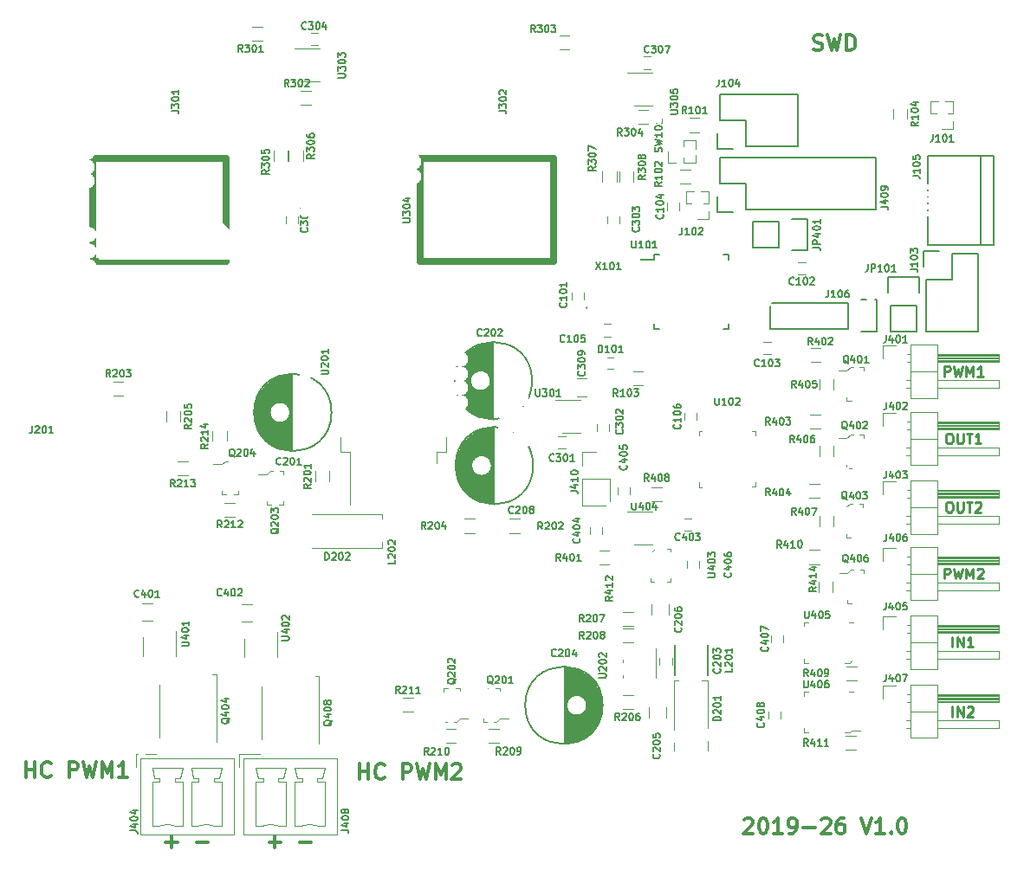
<source format=gto>
%TF.GenerationSoftware,KiCad,Pcbnew,(5.0.0)*%
%TF.CreationDate,2019-06-24T20:52:01+03:00*%
%TF.ProjectId,Telemetry,54656C656D657472792E6B696361645F,0.1*%
%TF.SameCoordinates,Original*%
%TF.FileFunction,Legend,Top*%
%TF.FilePolarity,Positive*%
%FSLAX46Y46*%
G04 Gerber Fmt 4.6, Leading zero omitted, Abs format (unit mm)*
G04 Created by KiCad (PCBNEW (5.0.0)) date 06/24/19 20:52:01*
%MOMM*%
%LPD*%
G01*
G04 APERTURE LIST*
%ADD10C,0.300000*%
%ADD11C,0.250000*%
%ADD12C,0.160000*%
%ADD13C,0.150000*%
%ADD14C,0.120000*%
%ADD15C,0.100000*%
%ADD16C,0.700000*%
%ADD17R,1.760000X1.560000*%
%ADD18O,1.670000X1.120000*%
%ADD19O,1.070000X1.370000*%
%ADD20R,2.120000X0.520000*%
%ADD21C,8.160000*%
%ADD22R,1.110000X1.560000*%
%ADD23R,1.560000X1.260000*%
%ADD24R,1.120000X1.120000*%
%ADD25O,1.120000X1.120000*%
%ADD26R,1.260000X1.560000*%
%ADD27R,1.440000X0.740000*%
%ADD28R,1.760000X0.850000*%
%ADD29R,1.360000X1.610000*%
%ADD30C,1.660000*%
%ADD31R,1.660000X1.660000*%
%ADD32R,1.200000X1.200000*%
%ADD33O,1.200000X1.200000*%
%ADD34R,2.392000X2.392000*%
%ADD35O,2.392000X2.392000*%
%ADD36O,2.060000X2.060000*%
%ADD37R,2.060000X2.060000*%
%ADD38R,2.160000X3.960000*%
%ADD39O,2.160000X3.960000*%
%ADD40R,1.680000X0.770000*%
%ADD41C,1.860000*%
%ADD42O,6.360000X10.360000*%
%ADD43R,0.770000X1.680000*%
%ADD44R,3.860000X2.160000*%
%ADD45R,1.560000X1.110000*%
%ADD46R,1.160000X1.110000*%
%ADD47R,1.610000X1.360000*%
%ADD48R,0.370000X1.420000*%
%ADD49R,1.420000X0.370000*%
%ADD50O,2.087200X2.392000*%
%ADD51R,2.087200X2.392000*%
%ADD52R,1.220000X4.720000*%
%ADD53R,11.120000X9.520000*%
%ADD54R,2.087200X2.087200*%
%ADD55O,2.087200X2.087200*%
%ADD56R,1.860000X1.610000*%
%ADD57R,0.850000X1.760000*%
%ADD58R,1.060000X1.560000*%
%ADD59R,4.860000X4.650000*%
%ADD60C,3.560000*%
%ADD61R,3.060000X1.160000*%
%ADD62R,3.960000X5.760000*%
%ADD63R,2.160000X3.860000*%
%ADD64C,2.358980*%
%ADD65R,1.010000X2.060000*%
%ADD66R,0.960000X0.760000*%
%ADD67R,1.200000X0.550000*%
%ADD68R,1.360000X1.360000*%
%ADD69O,1.360000X1.360000*%
%ADD70R,1.560000X1.160000*%
%ADD71C,2.540000*%
%ADD72C,1.560000*%
%ADD73C,1.160000*%
%ADD74C,1.010000*%
G04 APERTURE END LIST*
D10*
X77128571Y-118807142D02*
X78271428Y-118807142D01*
X77700000Y-119378571D02*
X77700000Y-118235714D01*
X80128571Y-118807142D02*
X81271428Y-118807142D01*
X87228571Y-118807142D02*
X88371428Y-118807142D01*
X87800000Y-119378571D02*
X87800000Y-118235714D01*
X90228571Y-118807142D02*
X91371428Y-118807142D01*
X96071428Y-112678571D02*
X96071428Y-111178571D01*
X96071428Y-111892857D02*
X96928571Y-111892857D01*
X96928571Y-112678571D02*
X96928571Y-111178571D01*
X98500000Y-112535714D02*
X98428571Y-112607142D01*
X98214285Y-112678571D01*
X98071428Y-112678571D01*
X97857142Y-112607142D01*
X97714285Y-112464285D01*
X97642857Y-112321428D01*
X97571428Y-112035714D01*
X97571428Y-111821428D01*
X97642857Y-111535714D01*
X97714285Y-111392857D01*
X97857142Y-111250000D01*
X98071428Y-111178571D01*
X98214285Y-111178571D01*
X98428571Y-111250000D01*
X98500000Y-111321428D01*
X100285714Y-112678571D02*
X100285714Y-111178571D01*
X100857142Y-111178571D01*
X101000000Y-111250000D01*
X101071428Y-111321428D01*
X101142857Y-111464285D01*
X101142857Y-111678571D01*
X101071428Y-111821428D01*
X101000000Y-111892857D01*
X100857142Y-111964285D01*
X100285714Y-111964285D01*
X101642857Y-111178571D02*
X102000000Y-112678571D01*
X102285714Y-111607142D01*
X102571428Y-112678571D01*
X102928571Y-111178571D01*
X103500000Y-112678571D02*
X103500000Y-111178571D01*
X104000000Y-112250000D01*
X104500000Y-111178571D01*
X104500000Y-112678571D01*
X105142857Y-111321428D02*
X105214285Y-111250000D01*
X105357142Y-111178571D01*
X105714285Y-111178571D01*
X105857142Y-111250000D01*
X105928571Y-111321428D01*
X106000000Y-111464285D01*
X106000000Y-111607142D01*
X105928571Y-111821428D01*
X105071428Y-112678571D01*
X106000000Y-112678571D01*
X63471428Y-112478571D02*
X63471428Y-110978571D01*
X63471428Y-111692857D02*
X64328571Y-111692857D01*
X64328571Y-112478571D02*
X64328571Y-110978571D01*
X65900000Y-112335714D02*
X65828571Y-112407142D01*
X65614285Y-112478571D01*
X65471428Y-112478571D01*
X65257142Y-112407142D01*
X65114285Y-112264285D01*
X65042857Y-112121428D01*
X64971428Y-111835714D01*
X64971428Y-111621428D01*
X65042857Y-111335714D01*
X65114285Y-111192857D01*
X65257142Y-111050000D01*
X65471428Y-110978571D01*
X65614285Y-110978571D01*
X65828571Y-111050000D01*
X65900000Y-111121428D01*
X67685714Y-112478571D02*
X67685714Y-110978571D01*
X68257142Y-110978571D01*
X68400000Y-111050000D01*
X68471428Y-111121428D01*
X68542857Y-111264285D01*
X68542857Y-111478571D01*
X68471428Y-111621428D01*
X68400000Y-111692857D01*
X68257142Y-111764285D01*
X67685714Y-111764285D01*
X69042857Y-110978571D02*
X69400000Y-112478571D01*
X69685714Y-111407142D01*
X69971428Y-112478571D01*
X70328571Y-110978571D01*
X70900000Y-112478571D02*
X70900000Y-110978571D01*
X71400000Y-112050000D01*
X71900000Y-110978571D01*
X71900000Y-112478571D01*
X73400000Y-112478571D02*
X72542857Y-112478571D01*
X72971428Y-112478571D02*
X72971428Y-110978571D01*
X72828571Y-111192857D01*
X72685714Y-111335714D01*
X72542857Y-111407142D01*
D11*
X153219047Y-73252380D02*
X153219047Y-72252380D01*
X153600000Y-72252380D01*
X153695238Y-72300000D01*
X153742857Y-72347619D01*
X153790476Y-72442857D01*
X153790476Y-72585714D01*
X153742857Y-72680952D01*
X153695238Y-72728571D01*
X153600000Y-72776190D01*
X153219047Y-72776190D01*
X154123809Y-72252380D02*
X154361904Y-73252380D01*
X154552380Y-72538095D01*
X154742857Y-73252380D01*
X154980952Y-72252380D01*
X155361904Y-73252380D02*
X155361904Y-72252380D01*
X155695238Y-72966666D01*
X156028571Y-72252380D01*
X156028571Y-73252380D01*
X157028571Y-73252380D02*
X156457142Y-73252380D01*
X156742857Y-73252380D02*
X156742857Y-72252380D01*
X156647619Y-72395238D01*
X156552380Y-72490476D01*
X156457142Y-72538095D01*
X153623809Y-78852380D02*
X153814285Y-78852380D01*
X153909523Y-78900000D01*
X154004761Y-78995238D01*
X154052380Y-79185714D01*
X154052380Y-79519047D01*
X154004761Y-79709523D01*
X153909523Y-79804761D01*
X153814285Y-79852380D01*
X153623809Y-79852380D01*
X153528571Y-79804761D01*
X153433333Y-79709523D01*
X153385714Y-79519047D01*
X153385714Y-79185714D01*
X153433333Y-78995238D01*
X153528571Y-78900000D01*
X153623809Y-78852380D01*
X154480952Y-78852380D02*
X154480952Y-79661904D01*
X154528571Y-79757142D01*
X154576190Y-79804761D01*
X154671428Y-79852380D01*
X154861904Y-79852380D01*
X154957142Y-79804761D01*
X155004761Y-79757142D01*
X155052380Y-79661904D01*
X155052380Y-78852380D01*
X155385714Y-78852380D02*
X155957142Y-78852380D01*
X155671428Y-79852380D02*
X155671428Y-78852380D01*
X156814285Y-79852380D02*
X156242857Y-79852380D01*
X156528571Y-79852380D02*
X156528571Y-78852380D01*
X156433333Y-78995238D01*
X156338095Y-79090476D01*
X156242857Y-79138095D01*
X153623809Y-85552380D02*
X153814285Y-85552380D01*
X153909523Y-85600000D01*
X154004761Y-85695238D01*
X154052380Y-85885714D01*
X154052380Y-86219047D01*
X154004761Y-86409523D01*
X153909523Y-86504761D01*
X153814285Y-86552380D01*
X153623809Y-86552380D01*
X153528571Y-86504761D01*
X153433333Y-86409523D01*
X153385714Y-86219047D01*
X153385714Y-85885714D01*
X153433333Y-85695238D01*
X153528571Y-85600000D01*
X153623809Y-85552380D01*
X154480952Y-85552380D02*
X154480952Y-86361904D01*
X154528571Y-86457142D01*
X154576190Y-86504761D01*
X154671428Y-86552380D01*
X154861904Y-86552380D01*
X154957142Y-86504761D01*
X155004761Y-86457142D01*
X155052380Y-86361904D01*
X155052380Y-85552380D01*
X155385714Y-85552380D02*
X155957142Y-85552380D01*
X155671428Y-86552380D02*
X155671428Y-85552380D01*
X156242857Y-85647619D02*
X156290476Y-85600000D01*
X156385714Y-85552380D01*
X156623809Y-85552380D01*
X156719047Y-85600000D01*
X156766666Y-85647619D01*
X156814285Y-85742857D01*
X156814285Y-85838095D01*
X156766666Y-85980952D01*
X156195238Y-86552380D01*
X156814285Y-86552380D01*
X153219047Y-93052380D02*
X153219047Y-92052380D01*
X153600000Y-92052380D01*
X153695238Y-92100000D01*
X153742857Y-92147619D01*
X153790476Y-92242857D01*
X153790476Y-92385714D01*
X153742857Y-92480952D01*
X153695238Y-92528571D01*
X153600000Y-92576190D01*
X153219047Y-92576190D01*
X154123809Y-92052380D02*
X154361904Y-93052380D01*
X154552380Y-92338095D01*
X154742857Y-93052380D01*
X154980952Y-92052380D01*
X155361904Y-93052380D02*
X155361904Y-92052380D01*
X155695238Y-92766666D01*
X156028571Y-92052380D01*
X156028571Y-93052380D01*
X156457142Y-92147619D02*
X156504761Y-92100000D01*
X156600000Y-92052380D01*
X156838095Y-92052380D01*
X156933333Y-92100000D01*
X156980952Y-92147619D01*
X157028571Y-92242857D01*
X157028571Y-92338095D01*
X156980952Y-92480952D01*
X156409523Y-93052380D01*
X157028571Y-93052380D01*
X154000000Y-106552380D02*
X154000000Y-105552380D01*
X154476190Y-106552380D02*
X154476190Y-105552380D01*
X155047619Y-106552380D01*
X155047619Y-105552380D01*
X155476190Y-105647619D02*
X155523809Y-105600000D01*
X155619047Y-105552380D01*
X155857142Y-105552380D01*
X155952380Y-105600000D01*
X156000000Y-105647619D01*
X156047619Y-105742857D01*
X156047619Y-105838095D01*
X156000000Y-105980952D01*
X155428571Y-106552380D01*
X156047619Y-106552380D01*
X154000000Y-99752380D02*
X154000000Y-98752380D01*
X154476190Y-99752380D02*
X154476190Y-98752380D01*
X155047619Y-99752380D01*
X155047619Y-98752380D01*
X156047619Y-99752380D02*
X155476190Y-99752380D01*
X155761904Y-99752380D02*
X155761904Y-98752380D01*
X155666666Y-98895238D01*
X155571428Y-98990476D01*
X155476190Y-99038095D01*
D10*
X133671428Y-116621428D02*
X133742857Y-116550000D01*
X133885714Y-116478571D01*
X134242857Y-116478571D01*
X134385714Y-116550000D01*
X134457142Y-116621428D01*
X134528571Y-116764285D01*
X134528571Y-116907142D01*
X134457142Y-117121428D01*
X133600000Y-117978571D01*
X134528571Y-117978571D01*
X135457142Y-116478571D02*
X135600000Y-116478571D01*
X135742857Y-116550000D01*
X135814285Y-116621428D01*
X135885714Y-116764285D01*
X135957142Y-117050000D01*
X135957142Y-117407142D01*
X135885714Y-117692857D01*
X135814285Y-117835714D01*
X135742857Y-117907142D01*
X135600000Y-117978571D01*
X135457142Y-117978571D01*
X135314285Y-117907142D01*
X135242857Y-117835714D01*
X135171428Y-117692857D01*
X135100000Y-117407142D01*
X135100000Y-117050000D01*
X135171428Y-116764285D01*
X135242857Y-116621428D01*
X135314285Y-116550000D01*
X135457142Y-116478571D01*
X137385714Y-117978571D02*
X136528571Y-117978571D01*
X136957142Y-117978571D02*
X136957142Y-116478571D01*
X136814285Y-116692857D01*
X136671428Y-116835714D01*
X136528571Y-116907142D01*
X138100000Y-117978571D02*
X138385714Y-117978571D01*
X138528571Y-117907142D01*
X138600000Y-117835714D01*
X138742857Y-117621428D01*
X138814285Y-117335714D01*
X138814285Y-116764285D01*
X138742857Y-116621428D01*
X138671428Y-116550000D01*
X138528571Y-116478571D01*
X138242857Y-116478571D01*
X138100000Y-116550000D01*
X138028571Y-116621428D01*
X137957142Y-116764285D01*
X137957142Y-117121428D01*
X138028571Y-117264285D01*
X138100000Y-117335714D01*
X138242857Y-117407142D01*
X138528571Y-117407142D01*
X138671428Y-117335714D01*
X138742857Y-117264285D01*
X138814285Y-117121428D01*
X139457142Y-117407142D02*
X140600000Y-117407142D01*
X141242857Y-116621428D02*
X141314285Y-116550000D01*
X141457142Y-116478571D01*
X141814285Y-116478571D01*
X141957142Y-116550000D01*
X142028571Y-116621428D01*
X142100000Y-116764285D01*
X142100000Y-116907142D01*
X142028571Y-117121428D01*
X141171428Y-117978571D01*
X142100000Y-117978571D01*
X143385714Y-116478571D02*
X143100000Y-116478571D01*
X142957142Y-116550000D01*
X142885714Y-116621428D01*
X142742857Y-116835714D01*
X142671428Y-117121428D01*
X142671428Y-117692857D01*
X142742857Y-117835714D01*
X142814285Y-117907142D01*
X142957142Y-117978571D01*
X143242857Y-117978571D01*
X143385714Y-117907142D01*
X143457142Y-117835714D01*
X143528571Y-117692857D01*
X143528571Y-117335714D01*
X143457142Y-117192857D01*
X143385714Y-117121428D01*
X143242857Y-117050000D01*
X142957142Y-117050000D01*
X142814285Y-117121428D01*
X142742857Y-117192857D01*
X142671428Y-117335714D01*
X145100000Y-116478571D02*
X145600000Y-117978571D01*
X146100000Y-116478571D01*
X147385714Y-117978571D02*
X146528571Y-117978571D01*
X146957142Y-117978571D02*
X146957142Y-116478571D01*
X146814285Y-116692857D01*
X146671428Y-116835714D01*
X146528571Y-116907142D01*
X148028571Y-117835714D02*
X148100000Y-117907142D01*
X148028571Y-117978571D01*
X147957142Y-117907142D01*
X148028571Y-117835714D01*
X148028571Y-117978571D01*
X149028571Y-116478571D02*
X149171428Y-116478571D01*
X149314285Y-116550000D01*
X149385714Y-116621428D01*
X149457142Y-116764285D01*
X149528571Y-117050000D01*
X149528571Y-117407142D01*
X149457142Y-117692857D01*
X149385714Y-117835714D01*
X149314285Y-117907142D01*
X149171428Y-117978571D01*
X149028571Y-117978571D01*
X148885714Y-117907142D01*
X148814285Y-117835714D01*
X148742857Y-117692857D01*
X148671428Y-117407142D01*
X148671428Y-117050000D01*
X148742857Y-116764285D01*
X148814285Y-116621428D01*
X148885714Y-116550000D01*
X149028571Y-116478571D01*
X140464285Y-41307142D02*
X140678571Y-41378571D01*
X141035714Y-41378571D01*
X141178571Y-41307142D01*
X141250000Y-41235714D01*
X141321428Y-41092857D01*
X141321428Y-40950000D01*
X141250000Y-40807142D01*
X141178571Y-40735714D01*
X141035714Y-40664285D01*
X140750000Y-40592857D01*
X140607142Y-40521428D01*
X140535714Y-40450000D01*
X140464285Y-40307142D01*
X140464285Y-40164285D01*
X140535714Y-40021428D01*
X140607142Y-39950000D01*
X140750000Y-39878571D01*
X141107142Y-39878571D01*
X141321428Y-39950000D01*
X141821428Y-39878571D02*
X142178571Y-41378571D01*
X142464285Y-40307142D01*
X142750000Y-41378571D01*
X143107142Y-39878571D01*
X143678571Y-41378571D02*
X143678571Y-39878571D01*
X144035714Y-39878571D01*
X144250000Y-39950000D01*
X144392857Y-40092857D01*
X144464285Y-40235714D01*
X144535714Y-40521428D01*
X144535714Y-40735714D01*
X144464285Y-41021428D01*
X144392857Y-41164285D01*
X144250000Y-41307142D01*
X144035714Y-41378571D01*
X143678571Y-41378571D01*
D12*
X118380711Y-66560000D02*
G75*
G03X118380711Y-66560000I-70711J0D01*
G01*
D13*
X158017460Y-60400900D02*
X151612460Y-60400900D01*
X156787460Y-51700900D02*
X156787460Y-60400900D01*
X151612460Y-51700900D02*
X158017460Y-51700900D01*
X151612460Y-60400900D02*
X151612460Y-51700900D01*
X158017460Y-60400900D02*
X158017460Y-51700900D01*
D14*
X127800000Y-77550000D02*
X127800000Y-76850000D01*
X129000000Y-76850000D02*
X129000000Y-77550000D01*
X123800000Y-74180000D02*
X122800000Y-74180000D01*
X122800000Y-72820000D02*
X123800000Y-72820000D01*
X130210000Y-55135000D02*
X129407530Y-55135000D01*
X128792470Y-55135000D02*
X127990000Y-55135000D01*
X130210000Y-56340000D02*
X130210000Y-55135000D01*
X127990000Y-56340000D02*
X127990000Y-55135000D01*
X130210000Y-56340000D02*
X129663471Y-56340000D01*
X128536529Y-56340000D02*
X127990000Y-56340000D01*
X130210000Y-57100000D02*
X130210000Y-57860000D01*
X130210000Y-57860000D02*
X129100000Y-57860000D01*
X122400000Y-72550000D02*
X122400000Y-71450000D01*
X122400000Y-71450000D02*
X119800000Y-71450000D01*
X122400000Y-72550000D02*
X119800000Y-72550000D01*
X83080000Y-78600000D02*
X83080000Y-79600000D01*
X81720000Y-79600000D02*
X81720000Y-78600000D01*
X78300000Y-81620000D02*
X79300000Y-81620000D01*
X79300000Y-82980000D02*
X78300000Y-82980000D01*
X82900000Y-85620000D02*
X83900000Y-85620000D01*
X83900000Y-86980000D02*
X82900000Y-86980000D01*
X100300000Y-104720000D02*
X101300000Y-104720000D01*
X101300000Y-106080000D02*
X100300000Y-106080000D01*
X105500000Y-109080000D02*
X104500000Y-109080000D01*
X104500000Y-107720000D02*
X105500000Y-107720000D01*
D15*
X145375000Y-92200000D02*
X145375000Y-92500000D01*
X145000000Y-92200000D02*
X145375000Y-92200000D01*
X145375000Y-95500000D02*
X144925000Y-95500000D01*
X145375000Y-95200000D02*
X145375000Y-95500000D01*
X145375000Y-95275000D02*
X145375000Y-95150000D01*
X143725000Y-95500000D02*
X143725000Y-95150000D01*
X144200000Y-95500000D02*
X143725000Y-95500000D01*
X143725000Y-92525000D02*
X142950000Y-92525000D01*
X143725000Y-92475000D02*
X143725000Y-92525000D01*
X144100000Y-92200000D02*
X143725000Y-92475000D01*
X144375000Y-92200000D02*
X144100000Y-92200000D01*
X144275000Y-85750000D02*
X144000000Y-85750000D01*
X144000000Y-85750000D02*
X143625000Y-86025000D01*
X143625000Y-86025000D02*
X143625000Y-86075000D01*
X143625000Y-86075000D02*
X142850000Y-86075000D01*
X144100000Y-89050000D02*
X143625000Y-89050000D01*
X143625000Y-89050000D02*
X143625000Y-88700000D01*
X145275000Y-88825000D02*
X145275000Y-88700000D01*
X145275000Y-88750000D02*
X145275000Y-89050000D01*
X145275000Y-89050000D02*
X144825000Y-89050000D01*
X144900000Y-85750000D02*
X145275000Y-85750000D01*
X145275000Y-85750000D02*
X145275000Y-86050000D01*
X144325000Y-79000000D02*
X144050000Y-79000000D01*
X144050000Y-79000000D02*
X143675000Y-79275000D01*
X143675000Y-79275000D02*
X143675000Y-79325000D01*
X143675000Y-79325000D02*
X142900000Y-79325000D01*
X144150000Y-82300000D02*
X143675000Y-82300000D01*
X143675000Y-82300000D02*
X143675000Y-81950000D01*
X145325000Y-82075000D02*
X145325000Y-81950000D01*
X145325000Y-82000000D02*
X145325000Y-82300000D01*
X145325000Y-82300000D02*
X144875000Y-82300000D01*
X144950000Y-79000000D02*
X145325000Y-79000000D01*
X145325000Y-79000000D02*
X145325000Y-79300000D01*
X145325000Y-72400000D02*
X145325000Y-72700000D01*
X144950000Y-72400000D02*
X145325000Y-72400000D01*
X145325000Y-75700000D02*
X144875000Y-75700000D01*
X145325000Y-75400000D02*
X145325000Y-75700000D01*
X145325000Y-75475000D02*
X145325000Y-75350000D01*
X143675000Y-75700000D02*
X143675000Y-75350000D01*
X144150000Y-75700000D02*
X143675000Y-75700000D01*
X143675000Y-72725000D02*
X142900000Y-72725000D01*
X143675000Y-72675000D02*
X143675000Y-72725000D01*
X144050000Y-72400000D02*
X143675000Y-72675000D01*
X144325000Y-72400000D02*
X144050000Y-72400000D01*
X84225000Y-81550000D02*
X84225000Y-81850000D01*
X83850000Y-81550000D02*
X84225000Y-81550000D01*
X84225000Y-84850000D02*
X83775000Y-84850000D01*
X84225000Y-84550000D02*
X84225000Y-84850000D01*
X84225000Y-84625000D02*
X84225000Y-84500000D01*
X82575000Y-84850000D02*
X82575000Y-84500000D01*
X83050000Y-84850000D02*
X82575000Y-84850000D01*
X82575000Y-81875000D02*
X81800000Y-81875000D01*
X82575000Y-81825000D02*
X82575000Y-81875000D01*
X82950000Y-81550000D02*
X82575000Y-81825000D01*
X83225000Y-81550000D02*
X82950000Y-81550000D01*
X88625000Y-82550000D02*
X88625000Y-82850000D01*
X88250000Y-82550000D02*
X88625000Y-82550000D01*
X88625000Y-85850000D02*
X88175000Y-85850000D01*
X88625000Y-85550000D02*
X88625000Y-85850000D01*
X88625000Y-85625000D02*
X88625000Y-85500000D01*
X86975000Y-85850000D02*
X86975000Y-85500000D01*
X87450000Y-85850000D02*
X86975000Y-85850000D01*
X86975000Y-82875000D02*
X86200000Y-82875000D01*
X86975000Y-82825000D02*
X86975000Y-82875000D01*
X87350000Y-82550000D02*
X86975000Y-82825000D01*
X87625000Y-82550000D02*
X87350000Y-82550000D01*
X105275000Y-107050000D02*
X105550000Y-107050000D01*
X105550000Y-107050000D02*
X105925000Y-106775000D01*
X105925000Y-106775000D02*
X105925000Y-106725000D01*
X105925000Y-106725000D02*
X106700000Y-106725000D01*
X105450000Y-103750000D02*
X105925000Y-103750000D01*
X105925000Y-103750000D02*
X105925000Y-104100000D01*
X104275000Y-103975000D02*
X104275000Y-104100000D01*
X104275000Y-104050000D02*
X104275000Y-103750000D01*
X104275000Y-103750000D02*
X104725000Y-103750000D01*
X104650000Y-107050000D02*
X104275000Y-107050000D01*
X104275000Y-107050000D02*
X104275000Y-106750000D01*
X109175000Y-107050000D02*
X109450000Y-107050000D01*
X109450000Y-107050000D02*
X109825000Y-106775000D01*
X109825000Y-106775000D02*
X109825000Y-106725000D01*
X109825000Y-106725000D02*
X110600000Y-106725000D01*
X109350000Y-103750000D02*
X109825000Y-103750000D01*
X109825000Y-103750000D02*
X109825000Y-104100000D01*
X108175000Y-103975000D02*
X108175000Y-104100000D01*
X108175000Y-104050000D02*
X108175000Y-103750000D01*
X108175000Y-103750000D02*
X108625000Y-103750000D01*
X108550000Y-107050000D02*
X108175000Y-107050000D01*
X108175000Y-107050000D02*
X108175000Y-106750000D01*
D14*
X115850000Y-78810000D02*
X117650000Y-78810000D01*
X117650000Y-75590000D02*
X115200000Y-75590000D01*
X118300000Y-73500000D02*
X117300000Y-73500000D01*
X117300000Y-75200000D02*
X118300000Y-75200000D01*
X119300000Y-78650000D02*
X119300000Y-77950000D01*
X120500000Y-77950000D02*
X120500000Y-78650000D01*
D13*
X116125000Y-101701000D02*
X116125000Y-109199000D01*
X116265000Y-101706000D02*
X116265000Y-109194000D01*
X116405000Y-101717000D02*
X116405000Y-105004000D01*
X116405000Y-105896000D02*
X116405000Y-109183000D01*
X116545000Y-101733000D02*
X116545000Y-104794000D01*
X116545000Y-106106000D02*
X116545000Y-109167000D01*
X116685000Y-101754000D02*
X116685000Y-104661000D01*
X116685000Y-106239000D02*
X116685000Y-109146000D01*
X116825000Y-101781000D02*
X116825000Y-104570000D01*
X116825000Y-106330000D02*
X116825000Y-109119000D01*
X116965000Y-101813000D02*
X116965000Y-104508000D01*
X116965000Y-106392000D02*
X116965000Y-109087000D01*
X117105000Y-101851000D02*
X117105000Y-104469000D01*
X117105000Y-106431000D02*
X117105000Y-109049000D01*
X117245000Y-101895000D02*
X117245000Y-104452000D01*
X117245000Y-106448000D02*
X117245000Y-109005000D01*
X117385000Y-101946000D02*
X117385000Y-104454000D01*
X117385000Y-106446000D02*
X117385000Y-108954000D01*
X117525000Y-102002000D02*
X117525000Y-104476000D01*
X117525000Y-106424000D02*
X117525000Y-108898000D01*
X117665000Y-102066000D02*
X117665000Y-104519000D01*
X117665000Y-106381000D02*
X117665000Y-108834000D01*
X117805000Y-102136000D02*
X117805000Y-104587000D01*
X117805000Y-106313000D02*
X117805000Y-108764000D01*
X117945000Y-102214000D02*
X117945000Y-104686000D01*
X117945000Y-106214000D02*
X117945000Y-108686000D01*
X118085000Y-102300000D02*
X118085000Y-104831000D01*
X118085000Y-106069000D02*
X118085000Y-108600000D01*
X118225000Y-102395000D02*
X118225000Y-105070000D01*
X118225000Y-105830000D02*
X118225000Y-108505000D01*
X118365000Y-102500000D02*
X118365000Y-108400000D01*
X118505000Y-102615000D02*
X118505000Y-108285000D01*
X118645000Y-102743000D02*
X118645000Y-108157000D01*
X118785000Y-102884000D02*
X118785000Y-108016000D01*
X118925000Y-103042000D02*
X118925000Y-107858000D01*
X119065000Y-103220000D02*
X119065000Y-107680000D01*
X119205000Y-103423000D02*
X119205000Y-107477000D01*
X119345000Y-103660000D02*
X119345000Y-107240000D01*
X119485000Y-103946000D02*
X119485000Y-106954000D01*
X119625000Y-104318000D02*
X119625000Y-106582000D01*
X119765000Y-104939000D02*
X119765000Y-105961000D01*
X118300000Y-105450000D02*
G75*
G03X118300000Y-105450000I-1000000J0D01*
G01*
X119837500Y-105450000D02*
G75*
G03X119837500Y-105450000I-3787500J0D01*
G01*
D14*
X119820000Y-54250000D02*
X119820000Y-53250000D01*
X121180000Y-53250000D02*
X121180000Y-54250000D01*
X89030000Y-51200000D02*
X89030000Y-52200000D01*
X87670000Y-52200000D02*
X87670000Y-51200000D01*
X121470000Y-54250000D02*
X121470000Y-53250000D01*
X122830000Y-53250000D02*
X122830000Y-54250000D01*
X90530000Y-51200000D02*
X90530000Y-52200000D01*
X89170000Y-52200000D02*
X89170000Y-51200000D01*
X128965000Y-52410000D02*
X128965000Y-51607530D01*
X128965000Y-50992470D02*
X128965000Y-50190000D01*
X127760000Y-52410000D02*
X128965000Y-52410000D01*
X127760000Y-50190000D02*
X128965000Y-50190000D01*
X127760000Y-52410000D02*
X127760000Y-51863471D01*
X127760000Y-50736529D02*
X127760000Y-50190000D01*
X127000000Y-52410000D02*
X126240000Y-52410000D01*
X126240000Y-52410000D02*
X126240000Y-51300000D01*
D13*
X137030000Y-60670000D02*
X134490000Y-60670000D01*
X139850000Y-60950000D02*
X138300000Y-60950000D01*
X137030000Y-60670000D02*
X137030000Y-58130000D01*
X138300000Y-57850000D02*
X139850000Y-57850000D01*
X139850000Y-57850000D02*
X139850000Y-60950000D01*
X137030000Y-58130000D02*
X134490000Y-58130000D01*
X134490000Y-58130000D02*
X134490000Y-60670000D01*
X147980000Y-68910000D02*
X150520000Y-68910000D01*
X147980000Y-66370000D02*
X147980000Y-68910000D01*
X147700000Y-63550000D02*
X150800000Y-63550000D01*
X147700000Y-65100000D02*
X147700000Y-63550000D01*
X150520000Y-66370000D02*
X147980000Y-66370000D01*
X150800000Y-63550000D02*
X150800000Y-65100000D01*
X150520000Y-66370000D02*
X150520000Y-68910000D01*
D14*
X147180000Y-103480000D02*
X148450000Y-103480000D01*
X147180000Y-104750000D02*
X147180000Y-103480000D01*
X149492929Y-107670000D02*
X149890000Y-107670000D01*
X149492929Y-106910000D02*
X149890000Y-106910000D01*
X158550000Y-107670000D02*
X152550000Y-107670000D01*
X158550000Y-106910000D02*
X158550000Y-107670000D01*
X152550000Y-106910000D02*
X158550000Y-106910000D01*
X149890000Y-106020000D02*
X152550000Y-106020000D01*
X149560000Y-105130000D02*
X149890000Y-105130000D01*
X149560000Y-104370000D02*
X149890000Y-104370000D01*
X152550000Y-105030000D02*
X158550000Y-105030000D01*
X152550000Y-104910000D02*
X158550000Y-104910000D01*
X152550000Y-104790000D02*
X158550000Y-104790000D01*
X152550000Y-104670000D02*
X158550000Y-104670000D01*
X152550000Y-104550000D02*
X158550000Y-104550000D01*
X152550000Y-104430000D02*
X158550000Y-104430000D01*
X158550000Y-105130000D02*
X152550000Y-105130000D01*
X158550000Y-104370000D02*
X158550000Y-105130000D01*
X152550000Y-104370000D02*
X158550000Y-104370000D01*
X152550000Y-103420000D02*
X149890000Y-103420000D01*
X152550000Y-108620000D02*
X152550000Y-103420000D01*
X149890000Y-108620000D02*
X152550000Y-108620000D01*
X149890000Y-103420000D02*
X149890000Y-108620000D01*
X147180000Y-90030000D02*
X148450000Y-90030000D01*
X147180000Y-91300000D02*
X147180000Y-90030000D01*
X149492929Y-94220000D02*
X149890000Y-94220000D01*
X149492929Y-93460000D02*
X149890000Y-93460000D01*
X158550000Y-94220000D02*
X152550000Y-94220000D01*
X158550000Y-93460000D02*
X158550000Y-94220000D01*
X152550000Y-93460000D02*
X158550000Y-93460000D01*
X149890000Y-92570000D02*
X152550000Y-92570000D01*
X149560000Y-91680000D02*
X149890000Y-91680000D01*
X149560000Y-90920000D02*
X149890000Y-90920000D01*
X152550000Y-91580000D02*
X158550000Y-91580000D01*
X152550000Y-91460000D02*
X158550000Y-91460000D01*
X152550000Y-91340000D02*
X158550000Y-91340000D01*
X152550000Y-91220000D02*
X158550000Y-91220000D01*
X152550000Y-91100000D02*
X158550000Y-91100000D01*
X152550000Y-90980000D02*
X158550000Y-90980000D01*
X158550000Y-91680000D02*
X152550000Y-91680000D01*
X158550000Y-90920000D02*
X158550000Y-91680000D01*
X152550000Y-90920000D02*
X158550000Y-90920000D01*
X152550000Y-89970000D02*
X149890000Y-89970000D01*
X152550000Y-95170000D02*
X152550000Y-89970000D01*
X149890000Y-95170000D02*
X152550000Y-95170000D01*
X149890000Y-89970000D02*
X149890000Y-95170000D01*
X147180000Y-96730000D02*
X148450000Y-96730000D01*
X147180000Y-98000000D02*
X147180000Y-96730000D01*
X149492929Y-100920000D02*
X149890000Y-100920000D01*
X149492929Y-100160000D02*
X149890000Y-100160000D01*
X158550000Y-100920000D02*
X152550000Y-100920000D01*
X158550000Y-100160000D02*
X158550000Y-100920000D01*
X152550000Y-100160000D02*
X158550000Y-100160000D01*
X149890000Y-99270000D02*
X152550000Y-99270000D01*
X149560000Y-98380000D02*
X149890000Y-98380000D01*
X149560000Y-97620000D02*
X149890000Y-97620000D01*
X152550000Y-98280000D02*
X158550000Y-98280000D01*
X152550000Y-98160000D02*
X158550000Y-98160000D01*
X152550000Y-98040000D02*
X158550000Y-98040000D01*
X152550000Y-97920000D02*
X158550000Y-97920000D01*
X152550000Y-97800000D02*
X158550000Y-97800000D01*
X152550000Y-97680000D02*
X158550000Y-97680000D01*
X158550000Y-98380000D02*
X152550000Y-98380000D01*
X158550000Y-97620000D02*
X158550000Y-98380000D01*
X152550000Y-97620000D02*
X158550000Y-97620000D01*
X152550000Y-96670000D02*
X149890000Y-96670000D01*
X152550000Y-101870000D02*
X152550000Y-96670000D01*
X149890000Y-101870000D02*
X152550000Y-101870000D01*
X149890000Y-96670000D02*
X149890000Y-101870000D01*
X78049647Y-117249845D02*
G75*
G03X76550000Y-117250000I-749647J-1700155D01*
G01*
X81859647Y-117249845D02*
G75*
G03X80360000Y-117250000I-749647J-1700155D01*
G01*
X74620000Y-110670000D02*
X74620000Y-118080000D01*
X74620000Y-118080000D02*
X83790000Y-118080000D01*
X83790000Y-118080000D02*
X83790000Y-110670000D01*
X83790000Y-110670000D02*
X74620000Y-110670000D01*
X76550000Y-117250000D02*
X75800000Y-117250000D01*
X75800000Y-117250000D02*
X75800000Y-112950000D01*
X75800000Y-112950000D02*
X76550000Y-112950000D01*
X76550000Y-112950000D02*
X76550000Y-112600000D01*
X76550000Y-112600000D02*
X76050000Y-112600000D01*
X76050000Y-112600000D02*
X75800000Y-111600000D01*
X75800000Y-111600000D02*
X78800000Y-111600000D01*
X78800000Y-111600000D02*
X78550000Y-112600000D01*
X78550000Y-112600000D02*
X78050000Y-112600000D01*
X78050000Y-112600000D02*
X78050000Y-112950000D01*
X78050000Y-112950000D02*
X78800000Y-112950000D01*
X78800000Y-112950000D02*
X78800000Y-117250000D01*
X78800000Y-117250000D02*
X78050000Y-117250000D01*
X80360000Y-117250000D02*
X79610000Y-117250000D01*
X79610000Y-117250000D02*
X79610000Y-112950000D01*
X79610000Y-112950000D02*
X80360000Y-112950000D01*
X80360000Y-112950000D02*
X80360000Y-112600000D01*
X80360000Y-112600000D02*
X79860000Y-112600000D01*
X79860000Y-112600000D02*
X79610000Y-111600000D01*
X79610000Y-111600000D02*
X82610000Y-111600000D01*
X82610000Y-111600000D02*
X82360000Y-112600000D01*
X82360000Y-112600000D02*
X81860000Y-112600000D01*
X81860000Y-112600000D02*
X81860000Y-112950000D01*
X81860000Y-112950000D02*
X82610000Y-112950000D01*
X82610000Y-112950000D02*
X82610000Y-117250000D01*
X82610000Y-117250000D02*
X81860000Y-117250000D01*
X74200000Y-111500000D02*
X74200000Y-110250000D01*
X74200000Y-110250000D02*
X76200000Y-110250000D01*
X149890000Y-83470000D02*
X149890000Y-88670000D01*
X149890000Y-88670000D02*
X152550000Y-88670000D01*
X152550000Y-88670000D02*
X152550000Y-83470000D01*
X152550000Y-83470000D02*
X149890000Y-83470000D01*
X152550000Y-84420000D02*
X158550000Y-84420000D01*
X158550000Y-84420000D02*
X158550000Y-85180000D01*
X158550000Y-85180000D02*
X152550000Y-85180000D01*
X152550000Y-84480000D02*
X158550000Y-84480000D01*
X152550000Y-84600000D02*
X158550000Y-84600000D01*
X152550000Y-84720000D02*
X158550000Y-84720000D01*
X152550000Y-84840000D02*
X158550000Y-84840000D01*
X152550000Y-84960000D02*
X158550000Y-84960000D01*
X152550000Y-85080000D02*
X158550000Y-85080000D01*
X149560000Y-84420000D02*
X149890000Y-84420000D01*
X149560000Y-85180000D02*
X149890000Y-85180000D01*
X149890000Y-86070000D02*
X152550000Y-86070000D01*
X152550000Y-86960000D02*
X158550000Y-86960000D01*
X158550000Y-86960000D02*
X158550000Y-87720000D01*
X158550000Y-87720000D02*
X152550000Y-87720000D01*
X149492929Y-86960000D02*
X149890000Y-86960000D01*
X149492929Y-87720000D02*
X149890000Y-87720000D01*
X147180000Y-84800000D02*
X147180000Y-83530000D01*
X147180000Y-83530000D02*
X148450000Y-83530000D01*
X149890000Y-76770000D02*
X149890000Y-81970000D01*
X149890000Y-81970000D02*
X152550000Y-81970000D01*
X152550000Y-81970000D02*
X152550000Y-76770000D01*
X152550000Y-76770000D02*
X149890000Y-76770000D01*
X152550000Y-77720000D02*
X158550000Y-77720000D01*
X158550000Y-77720000D02*
X158550000Y-78480000D01*
X158550000Y-78480000D02*
X152550000Y-78480000D01*
X152550000Y-77780000D02*
X158550000Y-77780000D01*
X152550000Y-77900000D02*
X158550000Y-77900000D01*
X152550000Y-78020000D02*
X158550000Y-78020000D01*
X152550000Y-78140000D02*
X158550000Y-78140000D01*
X152550000Y-78260000D02*
X158550000Y-78260000D01*
X152550000Y-78380000D02*
X158550000Y-78380000D01*
X149560000Y-77720000D02*
X149890000Y-77720000D01*
X149560000Y-78480000D02*
X149890000Y-78480000D01*
X149890000Y-79370000D02*
X152550000Y-79370000D01*
X152550000Y-80260000D02*
X158550000Y-80260000D01*
X158550000Y-80260000D02*
X158550000Y-81020000D01*
X158550000Y-81020000D02*
X152550000Y-81020000D01*
X149492929Y-80260000D02*
X149890000Y-80260000D01*
X149492929Y-81020000D02*
X149890000Y-81020000D01*
X147180000Y-78100000D02*
X147180000Y-76830000D01*
X147180000Y-76830000D02*
X148450000Y-76830000D01*
X149890000Y-70170000D02*
X149890000Y-75370000D01*
X149890000Y-75370000D02*
X152550000Y-75370000D01*
X152550000Y-75370000D02*
X152550000Y-70170000D01*
X152550000Y-70170000D02*
X149890000Y-70170000D01*
X152550000Y-71120000D02*
X158550000Y-71120000D01*
X158550000Y-71120000D02*
X158550000Y-71880000D01*
X158550000Y-71880000D02*
X152550000Y-71880000D01*
X152550000Y-71180000D02*
X158550000Y-71180000D01*
X152550000Y-71300000D02*
X158550000Y-71300000D01*
X152550000Y-71420000D02*
X158550000Y-71420000D01*
X152550000Y-71540000D02*
X158550000Y-71540000D01*
X152550000Y-71660000D02*
X158550000Y-71660000D01*
X152550000Y-71780000D02*
X158550000Y-71780000D01*
X149560000Y-71120000D02*
X149890000Y-71120000D01*
X149560000Y-71880000D02*
X149890000Y-71880000D01*
X149890000Y-72770000D02*
X152550000Y-72770000D01*
X152550000Y-73660000D02*
X158550000Y-73660000D01*
X158550000Y-73660000D02*
X158550000Y-74420000D01*
X158550000Y-74420000D02*
X152550000Y-74420000D01*
X149492929Y-73660000D02*
X149890000Y-73660000D01*
X149492929Y-74420000D02*
X149890000Y-74420000D01*
X147180000Y-71500000D02*
X147180000Y-70230000D01*
X147180000Y-70230000D02*
X148450000Y-70230000D01*
X124700000Y-43540000D02*
X122250000Y-43540000D01*
X122900000Y-46760000D02*
X124700000Y-46760000D01*
D16*
X102000000Y-62000000D02*
X102000000Y-57000000D01*
X115000000Y-62000000D02*
X102000000Y-62000000D01*
X115000000Y-52000000D02*
X115000000Y-62000000D01*
X102000000Y-52000000D02*
X115000000Y-52000000D01*
X102000000Y-57000000D02*
X102000000Y-52000000D01*
D14*
X92150000Y-41240000D02*
X89700000Y-41240000D01*
X90350000Y-44460000D02*
X92150000Y-44460000D01*
D16*
X70000000Y-62000000D02*
X70000000Y-57000000D01*
X83000000Y-62000000D02*
X70000000Y-62000000D01*
X83000000Y-52000000D02*
X83000000Y-62000000D01*
X70000000Y-52000000D02*
X83000000Y-52000000D01*
X70000000Y-57000000D02*
X70000000Y-52000000D01*
D14*
X125010000Y-102800000D02*
X125010000Y-99850000D01*
X121790000Y-101000000D02*
X121790000Y-102800000D01*
X140970000Y-94350000D02*
X140970000Y-93350000D01*
X142330000Y-93350000D02*
X142330000Y-94350000D01*
X143600000Y-108420000D02*
X144600000Y-108420000D01*
X144600000Y-109780000D02*
X143600000Y-109780000D01*
X141050000Y-91630000D02*
X140050000Y-91630000D01*
X140050000Y-90270000D02*
X141050000Y-90270000D01*
X143700000Y-101620000D02*
X144700000Y-101620000D01*
X144700000Y-102980000D02*
X143700000Y-102980000D01*
X141070000Y-87900000D02*
X141070000Y-86900000D01*
X142430000Y-86900000D02*
X142430000Y-87900000D01*
X141020000Y-81100000D02*
X141020000Y-80100000D01*
X142380000Y-80100000D02*
X142380000Y-81100000D01*
X141070000Y-74550000D02*
X141070000Y-73550000D01*
X142430000Y-73550000D02*
X142430000Y-74550000D01*
X141000000Y-85180000D02*
X140000000Y-85180000D01*
X140000000Y-83820000D02*
X141000000Y-83820000D01*
X141100000Y-78380000D02*
X140100000Y-78380000D01*
X140100000Y-77020000D02*
X141100000Y-77020000D01*
X141150000Y-71830000D02*
X140150000Y-71830000D01*
X140150000Y-70470000D02*
X141150000Y-70470000D01*
X123300000Y-47220000D02*
X124300000Y-47220000D01*
X124300000Y-48580000D02*
X123300000Y-48580000D01*
X115600000Y-39920000D02*
X116600000Y-39920000D01*
X116600000Y-41280000D02*
X115600000Y-41280000D01*
X90300000Y-45320000D02*
X91300000Y-45320000D01*
X91300000Y-46680000D02*
X90300000Y-46680000D01*
X85600000Y-39120000D02*
X86600000Y-39120000D01*
X86600000Y-40480000D02*
X85600000Y-40480000D01*
X108700000Y-107720000D02*
X109700000Y-107720000D01*
X109700000Y-109080000D02*
X108700000Y-109080000D01*
X121800000Y-97920000D02*
X122800000Y-97920000D01*
X122800000Y-99280000D02*
X121800000Y-99280000D01*
X122800000Y-97680000D02*
X121800000Y-97680000D01*
X121800000Y-96320000D02*
X122800000Y-96320000D01*
X121800000Y-104470000D02*
X122800000Y-104470000D01*
X122800000Y-105830000D02*
X121800000Y-105830000D01*
X78580000Y-76700000D02*
X78580000Y-77700000D01*
X77220000Y-77700000D02*
X77220000Y-76700000D01*
X107350000Y-88580000D02*
X106350000Y-88580000D01*
X106350000Y-87220000D02*
X107350000Y-87220000D01*
X72000000Y-73770000D02*
X73000000Y-73770000D01*
X73000000Y-75130000D02*
X72000000Y-75130000D01*
X111700000Y-88580000D02*
X110700000Y-88580000D01*
X110700000Y-87220000D02*
X111700000Y-87220000D01*
X91770000Y-83550000D02*
X91770000Y-82550000D01*
X93130000Y-82550000D02*
X93130000Y-83550000D01*
X128400000Y-54380000D02*
X127400000Y-54380000D01*
X127400000Y-53020000D02*
X128400000Y-53020000D01*
X128300000Y-48020000D02*
X129300000Y-48020000D01*
X129300000Y-49380000D02*
X128300000Y-49380000D01*
X84300000Y-110250000D02*
X86300000Y-110250000D01*
X84300000Y-111500000D02*
X84300000Y-110250000D01*
X92710000Y-117250000D02*
X91960000Y-117250000D01*
X92710000Y-112950000D02*
X92710000Y-117250000D01*
X91960000Y-112950000D02*
X92710000Y-112950000D01*
X91960000Y-112600000D02*
X91960000Y-112950000D01*
X92460000Y-112600000D02*
X91960000Y-112600000D01*
X92710000Y-111600000D02*
X92460000Y-112600000D01*
X89710000Y-111600000D02*
X92710000Y-111600000D01*
X89960000Y-112600000D02*
X89710000Y-111600000D01*
X90460000Y-112600000D02*
X89960000Y-112600000D01*
X90460000Y-112950000D02*
X90460000Y-112600000D01*
X89710000Y-112950000D02*
X90460000Y-112950000D01*
X89710000Y-117250000D02*
X89710000Y-112950000D01*
X90460000Y-117250000D02*
X89710000Y-117250000D01*
X88900000Y-117250000D02*
X88150000Y-117250000D01*
X88900000Y-112950000D02*
X88900000Y-117250000D01*
X88150000Y-112950000D02*
X88900000Y-112950000D01*
X88150000Y-112600000D02*
X88150000Y-112950000D01*
X88650000Y-112600000D02*
X88150000Y-112600000D01*
X88900000Y-111600000D02*
X88650000Y-112600000D01*
X85900000Y-111600000D02*
X88900000Y-111600000D01*
X86150000Y-112600000D02*
X85900000Y-111600000D01*
X86650000Y-112600000D02*
X86150000Y-112600000D01*
X86650000Y-112950000D02*
X86650000Y-112600000D01*
X85900000Y-112950000D02*
X86650000Y-112950000D01*
X85900000Y-117250000D02*
X85900000Y-112950000D01*
X86650000Y-117250000D02*
X85900000Y-117250000D01*
X93890000Y-110670000D02*
X84720000Y-110670000D01*
X93890000Y-118080000D02*
X93890000Y-110670000D01*
X84720000Y-118080000D02*
X93890000Y-118080000D01*
X84720000Y-110670000D02*
X84720000Y-118080000D01*
X91959647Y-117249845D02*
G75*
G03X90460000Y-117250000I-749647J-1700155D01*
G01*
X88149647Y-117249845D02*
G75*
G03X86650000Y-117250000I-749647J-1700155D01*
G01*
X98300000Y-90050000D02*
X91400000Y-90050000D01*
X98300000Y-86750000D02*
X91400000Y-86750000D01*
X98300000Y-90050000D02*
X98300000Y-86750000D01*
X124550000Y-43200000D02*
X123850000Y-43200000D01*
X123850000Y-42000000D02*
X124550000Y-42000000D01*
X88850000Y-58300000D02*
X88850000Y-57600000D01*
X90050000Y-57600000D02*
X90050000Y-58300000D01*
X92000000Y-40850000D02*
X91300000Y-40850000D01*
X91300000Y-39650000D02*
X92000000Y-39650000D01*
X120250000Y-58300000D02*
X120250000Y-57600000D01*
X121450000Y-57600000D02*
X121450000Y-58300000D01*
X116200000Y-80350000D02*
X115500000Y-80350000D01*
X115500000Y-79150000D02*
X116200000Y-79150000D01*
D13*
X113037500Y-82000000D02*
G75*
G03X113037500Y-82000000I-3787500J0D01*
G01*
X109000000Y-82000000D02*
G75*
G03X109000000Y-82000000I-1000000J0D01*
G01*
X105535000Y-82511000D02*
X105535000Y-81489000D01*
X105675000Y-83132000D02*
X105675000Y-80868000D01*
X105815000Y-83504000D02*
X105815000Y-80496000D01*
X105955000Y-83790000D02*
X105955000Y-80210000D01*
X106095000Y-84027000D02*
X106095000Y-79973000D01*
X106235000Y-84230000D02*
X106235000Y-79770000D01*
X106375000Y-84408000D02*
X106375000Y-79592000D01*
X106515000Y-84566000D02*
X106515000Y-79434000D01*
X106655000Y-84707000D02*
X106655000Y-79293000D01*
X106795000Y-84835000D02*
X106795000Y-79165000D01*
X106935000Y-84950000D02*
X106935000Y-79050000D01*
X107075000Y-81620000D02*
X107075000Y-78945000D01*
X107075000Y-85055000D02*
X107075000Y-82380000D01*
X107215000Y-81381000D02*
X107215000Y-78850000D01*
X107215000Y-85150000D02*
X107215000Y-82619000D01*
X107355000Y-81236000D02*
X107355000Y-78764000D01*
X107355000Y-85236000D02*
X107355000Y-82764000D01*
X107495000Y-81137000D02*
X107495000Y-78686000D01*
X107495000Y-85314000D02*
X107495000Y-82863000D01*
X107635000Y-81069000D02*
X107635000Y-78616000D01*
X107635000Y-85384000D02*
X107635000Y-82931000D01*
X107775000Y-81026000D02*
X107775000Y-78552000D01*
X107775000Y-85448000D02*
X107775000Y-82974000D01*
X107915000Y-81004000D02*
X107915000Y-78496000D01*
X107915000Y-85504000D02*
X107915000Y-82996000D01*
X108055000Y-81002000D02*
X108055000Y-78445000D01*
X108055000Y-85555000D02*
X108055000Y-82998000D01*
X108195000Y-81019000D02*
X108195000Y-78401000D01*
X108195000Y-85599000D02*
X108195000Y-82981000D01*
X108335000Y-81058000D02*
X108335000Y-78363000D01*
X108335000Y-85637000D02*
X108335000Y-82942000D01*
X108475000Y-81120000D02*
X108475000Y-78331000D01*
X108475000Y-85669000D02*
X108475000Y-82880000D01*
X108615000Y-81211000D02*
X108615000Y-78304000D01*
X108615000Y-85696000D02*
X108615000Y-82789000D01*
X108755000Y-81344000D02*
X108755000Y-78283000D01*
X108755000Y-85717000D02*
X108755000Y-82656000D01*
X108895000Y-81554000D02*
X108895000Y-78267000D01*
X108895000Y-85733000D02*
X108895000Y-82446000D01*
X109035000Y-85744000D02*
X109035000Y-78256000D01*
X109175000Y-85749000D02*
X109175000Y-78251000D01*
D14*
X126300000Y-96550000D02*
X126300000Y-95550000D01*
X124600000Y-95550000D02*
X124600000Y-96550000D01*
X124350000Y-105650000D02*
X124350000Y-106650000D01*
X126050000Y-106650000D02*
X126050000Y-105650000D01*
X126600000Y-100800000D02*
X126600000Y-101500000D01*
X125400000Y-101500000D02*
X125400000Y-100800000D01*
D13*
X112937500Y-73700000D02*
G75*
G03X112937500Y-73700000I-3787500J0D01*
G01*
X108900000Y-73700000D02*
G75*
G03X108900000Y-73700000I-1000000J0D01*
G01*
X105435000Y-74211000D02*
X105435000Y-73189000D01*
X105575000Y-74832000D02*
X105575000Y-72568000D01*
X105715000Y-75204000D02*
X105715000Y-72196000D01*
X105855000Y-75490000D02*
X105855000Y-71910000D01*
X105995000Y-75727000D02*
X105995000Y-71673000D01*
X106135000Y-75930000D02*
X106135000Y-71470000D01*
X106275000Y-76108000D02*
X106275000Y-71292000D01*
X106415000Y-76266000D02*
X106415000Y-71134000D01*
X106555000Y-76407000D02*
X106555000Y-70993000D01*
X106695000Y-76535000D02*
X106695000Y-70865000D01*
X106835000Y-76650000D02*
X106835000Y-70750000D01*
X106975000Y-73320000D02*
X106975000Y-70645000D01*
X106975000Y-76755000D02*
X106975000Y-74080000D01*
X107115000Y-73081000D02*
X107115000Y-70550000D01*
X107115000Y-76850000D02*
X107115000Y-74319000D01*
X107255000Y-72936000D02*
X107255000Y-70464000D01*
X107255000Y-76936000D02*
X107255000Y-74464000D01*
X107395000Y-72837000D02*
X107395000Y-70386000D01*
X107395000Y-77014000D02*
X107395000Y-74563000D01*
X107535000Y-72769000D02*
X107535000Y-70316000D01*
X107535000Y-77084000D02*
X107535000Y-74631000D01*
X107675000Y-72726000D02*
X107675000Y-70252000D01*
X107675000Y-77148000D02*
X107675000Y-74674000D01*
X107815000Y-72704000D02*
X107815000Y-70196000D01*
X107815000Y-77204000D02*
X107815000Y-74696000D01*
X107955000Y-72702000D02*
X107955000Y-70145000D01*
X107955000Y-77255000D02*
X107955000Y-74698000D01*
X108095000Y-72719000D02*
X108095000Y-70101000D01*
X108095000Y-77299000D02*
X108095000Y-74681000D01*
X108235000Y-72758000D02*
X108235000Y-70063000D01*
X108235000Y-77337000D02*
X108235000Y-74642000D01*
X108375000Y-72820000D02*
X108375000Y-70031000D01*
X108375000Y-77369000D02*
X108375000Y-74580000D01*
X108515000Y-72911000D02*
X108515000Y-70004000D01*
X108515000Y-77396000D02*
X108515000Y-74489000D01*
X108655000Y-73044000D02*
X108655000Y-69983000D01*
X108655000Y-77417000D02*
X108655000Y-74356000D01*
X108795000Y-73254000D02*
X108795000Y-69967000D01*
X108795000Y-77433000D02*
X108795000Y-74146000D01*
X108935000Y-77444000D02*
X108935000Y-69956000D01*
X109075000Y-77449000D02*
X109075000Y-69951000D01*
X89475000Y-80549000D02*
X89475000Y-73051000D01*
X89335000Y-80544000D02*
X89335000Y-73056000D01*
X89195000Y-80533000D02*
X89195000Y-77246000D01*
X89195000Y-76354000D02*
X89195000Y-73067000D01*
X89055000Y-80517000D02*
X89055000Y-77456000D01*
X89055000Y-76144000D02*
X89055000Y-73083000D01*
X88915000Y-80496000D02*
X88915000Y-77589000D01*
X88915000Y-76011000D02*
X88915000Y-73104000D01*
X88775000Y-80469000D02*
X88775000Y-77680000D01*
X88775000Y-75920000D02*
X88775000Y-73131000D01*
X88635000Y-80437000D02*
X88635000Y-77742000D01*
X88635000Y-75858000D02*
X88635000Y-73163000D01*
X88495000Y-80399000D02*
X88495000Y-77781000D01*
X88495000Y-75819000D02*
X88495000Y-73201000D01*
X88355000Y-80355000D02*
X88355000Y-77798000D01*
X88355000Y-75802000D02*
X88355000Y-73245000D01*
X88215000Y-80304000D02*
X88215000Y-77796000D01*
X88215000Y-75804000D02*
X88215000Y-73296000D01*
X88075000Y-80248000D02*
X88075000Y-77774000D01*
X88075000Y-75826000D02*
X88075000Y-73352000D01*
X87935000Y-80184000D02*
X87935000Y-77731000D01*
X87935000Y-75869000D02*
X87935000Y-73416000D01*
X87795000Y-80114000D02*
X87795000Y-77663000D01*
X87795000Y-75937000D02*
X87795000Y-73486000D01*
X87655000Y-80036000D02*
X87655000Y-77564000D01*
X87655000Y-76036000D02*
X87655000Y-73564000D01*
X87515000Y-79950000D02*
X87515000Y-77419000D01*
X87515000Y-76181000D02*
X87515000Y-73650000D01*
X87375000Y-79855000D02*
X87375000Y-77180000D01*
X87375000Y-76420000D02*
X87375000Y-73745000D01*
X87235000Y-79750000D02*
X87235000Y-73850000D01*
X87095000Y-79635000D02*
X87095000Y-73965000D01*
X86955000Y-79507000D02*
X86955000Y-74093000D01*
X86815000Y-79366000D02*
X86815000Y-74234000D01*
X86675000Y-79208000D02*
X86675000Y-74392000D01*
X86535000Y-79030000D02*
X86535000Y-74570000D01*
X86395000Y-78827000D02*
X86395000Y-74773000D01*
X86255000Y-78590000D02*
X86255000Y-75010000D01*
X86115000Y-78304000D02*
X86115000Y-75296000D01*
X85975000Y-77932000D02*
X85975000Y-75668000D01*
X85835000Y-77311000D02*
X85835000Y-76289000D01*
X89300000Y-76800000D02*
G75*
G03X89300000Y-76800000I-1000000J0D01*
G01*
X93337500Y-76800000D02*
G75*
G03X93337500Y-76800000I-3787500J0D01*
G01*
D14*
X119930000Y-68170000D02*
X120630000Y-68170000D01*
X120630000Y-69370000D02*
X119930000Y-69370000D01*
X127300000Y-56300000D02*
X127300000Y-57000000D01*
X126100000Y-57000000D02*
X126100000Y-56300000D01*
X136250000Y-71100000D02*
X135550000Y-71100000D01*
X135550000Y-69900000D02*
X136250000Y-69900000D01*
X139650000Y-63300000D02*
X138950000Y-63300000D01*
X138950000Y-62100000D02*
X139650000Y-62100000D01*
X116800000Y-65750000D02*
X116800000Y-65050000D01*
X118000000Y-65050000D02*
X118000000Y-65750000D01*
D13*
X124875000Y-61825000D02*
X123500000Y-61825000D01*
X132125000Y-61375000D02*
X131600000Y-61375000D01*
X132125000Y-68625000D02*
X131600000Y-68625000D01*
X124875000Y-68625000D02*
X125400000Y-68625000D01*
X124875000Y-61375000D02*
X125400000Y-61375000D01*
X124875000Y-68625000D02*
X124875000Y-68100000D01*
X132125000Y-68625000D02*
X132125000Y-68100000D01*
X132125000Y-61375000D02*
X132125000Y-61900000D01*
X124875000Y-61375000D02*
X124875000Y-61825000D01*
X146650000Y-65800000D02*
X146650000Y-68900000D01*
X145100000Y-65800000D02*
X146650000Y-65800000D01*
X143830000Y-68620000D02*
X143830000Y-66080000D01*
X136210000Y-66080000D02*
X136210000Y-68620000D01*
X146650000Y-68900000D02*
X145100000Y-68900000D01*
X143830000Y-68620000D02*
X136210000Y-68620000D01*
X143830000Y-66080000D02*
X136210000Y-66080000D01*
D14*
X103625000Y-80700000D02*
X103625000Y-81800000D01*
X104575000Y-80700000D02*
X103625000Y-80700000D01*
X104575000Y-79200000D02*
X104575000Y-80700000D01*
X95125000Y-80700000D02*
X95125000Y-85825000D01*
X94175000Y-80700000D02*
X95125000Y-80700000D01*
X94175000Y-79200000D02*
X94175000Y-80700000D01*
D13*
X146570000Y-51890000D02*
X131330000Y-51890000D01*
X133870000Y-56970000D02*
X146570000Y-56970000D01*
X146570000Y-51890000D02*
X146570000Y-56970000D01*
X131330000Y-51890000D02*
X131330000Y-54430000D01*
X131050000Y-55700000D02*
X131050000Y-57250000D01*
X131330000Y-54430000D02*
X133870000Y-54430000D01*
X133870000Y-54430000D02*
X133870000Y-56970000D01*
X131050000Y-57250000D02*
X132600000Y-57250000D01*
D14*
X75800000Y-95450000D02*
X74800000Y-95450000D01*
X74800000Y-97150000D02*
X75800000Y-97150000D01*
X84600000Y-97250000D02*
X85600000Y-97250000D01*
X85600000Y-95550000D02*
X84600000Y-95550000D01*
X78110000Y-100600000D02*
X78110000Y-98150000D01*
X74890000Y-98800000D02*
X74890000Y-100600000D01*
X84840000Y-98950000D02*
X84840000Y-100750000D01*
X88060000Y-100750000D02*
X88060000Y-98300000D01*
X82100000Y-102400000D02*
X81700000Y-102400000D01*
X82100000Y-109000000D02*
X82100000Y-102400000D01*
X76500000Y-108600000D02*
X76500000Y-103400000D01*
X86500000Y-108800000D02*
X86500000Y-103600000D01*
X92100000Y-109200000D02*
X92100000Y-102600000D01*
X92100000Y-102600000D02*
X91700000Y-102600000D01*
X127800000Y-87150000D02*
X128500000Y-87150000D01*
X128500000Y-88350000D02*
X127800000Y-88350000D01*
X119800000Y-88000000D02*
X119800000Y-88700000D01*
X118600000Y-88700000D02*
X118600000Y-88000000D01*
X121300000Y-84800000D02*
X121300000Y-84100000D01*
X122500000Y-84100000D02*
X122500000Y-84800000D01*
X117870000Y-85870000D02*
X120530000Y-85870000D01*
X117870000Y-83270000D02*
X117870000Y-85870000D01*
X120530000Y-83270000D02*
X120530000Y-85870000D01*
X117870000Y-83270000D02*
X120530000Y-83270000D01*
X117870000Y-82000000D02*
X117870000Y-80670000D01*
X117870000Y-80670000D02*
X119200000Y-80670000D01*
X120500000Y-91680000D02*
X119500000Y-91680000D01*
X119500000Y-90320000D02*
X120500000Y-90320000D01*
X125600000Y-85480000D02*
X124600000Y-85480000D01*
X124600000Y-84120000D02*
X125600000Y-84120000D01*
X122900000Y-89710000D02*
X124700000Y-89710000D01*
X124700000Y-86490000D02*
X122250000Y-86490000D01*
D13*
X126900000Y-102500000D02*
X126900000Y-99500000D01*
X130100000Y-102500000D02*
X130100000Y-99500000D01*
D14*
X129290000Y-91340000D02*
X129290000Y-92040000D01*
X128090000Y-92040000D02*
X128090000Y-91340000D01*
X130100000Y-103000000D02*
X126800000Y-103000000D01*
X126800000Y-103000000D02*
X126800000Y-109900000D01*
X130100000Y-103000000D02*
X130100000Y-109900000D01*
D15*
X129265000Y-83590000D02*
X129265000Y-84090000D01*
X129265000Y-84090000D02*
X129715000Y-84090000D01*
X129715000Y-84090000D02*
X129715000Y-85140000D01*
X134765000Y-84065000D02*
X134365000Y-84065000D01*
X134765000Y-84065000D02*
X134765000Y-83665000D01*
X134765000Y-78590000D02*
X134765000Y-79065000D01*
X134765000Y-78590000D02*
X134340000Y-78590000D01*
X129290000Y-78615000D02*
X129290000Y-79040000D01*
X129290000Y-78615000D02*
X129690000Y-78615000D01*
X124960000Y-90120000D02*
X124585000Y-90470000D01*
X124585000Y-90470000D02*
X123860000Y-90470000D01*
X126510000Y-90470000D02*
X126510000Y-90120000D01*
X126510000Y-90120000D02*
X126135000Y-90120000D01*
X124885000Y-93370000D02*
X124510000Y-93370000D01*
X124510000Y-93370000D02*
X124510000Y-93020000D01*
X126510000Y-93020000D02*
X126510000Y-93370000D01*
X126510000Y-93370000D02*
X126160000Y-93370000D01*
D14*
X154110000Y-46335000D02*
X153307530Y-46335000D01*
X152692470Y-46335000D02*
X151890000Y-46335000D01*
X154110000Y-47540000D02*
X154110000Y-46335000D01*
X151890000Y-47540000D02*
X151890000Y-46335000D01*
X154110000Y-47540000D02*
X153563471Y-47540000D01*
X152436529Y-47540000D02*
X151890000Y-47540000D01*
X154110000Y-48300000D02*
X154110000Y-49060000D01*
X154110000Y-49060000D02*
X153000000Y-49060000D01*
X148220000Y-48100000D02*
X148220000Y-47100000D01*
X149580000Y-47100000D02*
X149580000Y-48100000D01*
X136300000Y-99300000D02*
X136300000Y-98600000D01*
X137500000Y-98600000D02*
X137500000Y-99300000D01*
X137200000Y-106050000D02*
X137200000Y-106750000D01*
X136000000Y-106750000D02*
X136000000Y-106050000D01*
D15*
X143500000Y-101300000D02*
X144000000Y-101300000D01*
X144000000Y-101300000D02*
X144200000Y-101100000D01*
X144200000Y-101100000D02*
X145000000Y-101100000D01*
X144300000Y-97300000D02*
X144300000Y-97700000D01*
X144300000Y-97300000D02*
X143900000Y-97300000D01*
X139500000Y-101300000D02*
X139900000Y-101300000D01*
X139500000Y-101300000D02*
X139500000Y-100900000D01*
X139500000Y-97700000D02*
X139500000Y-97300000D01*
X139500000Y-97300000D02*
X139900000Y-97300000D01*
X139500000Y-104100000D02*
X139900000Y-104100000D01*
X139500000Y-104500000D02*
X139500000Y-104100000D01*
X139500000Y-108100000D02*
X139500000Y-107700000D01*
X139500000Y-108100000D02*
X139900000Y-108100000D01*
X144300000Y-104100000D02*
X143900000Y-104100000D01*
X144300000Y-104100000D02*
X144300000Y-104500000D01*
X144200000Y-107900000D02*
X145000000Y-107900000D01*
X144000000Y-108100000D02*
X144200000Y-107900000D01*
X143500000Y-108100000D02*
X144000000Y-108100000D01*
D13*
X151480000Y-63820000D02*
X151480000Y-68900000D01*
X151200000Y-61000000D02*
X152750000Y-61000000D01*
X154020000Y-61280000D02*
X154020000Y-63820000D01*
X154020000Y-63820000D02*
X151480000Y-63820000D01*
X151480000Y-68900000D02*
X156560000Y-68900000D01*
X156560000Y-68900000D02*
X156560000Y-63820000D01*
X151200000Y-61000000D02*
X151200000Y-62550000D01*
X156560000Y-61280000D02*
X154020000Y-61280000D01*
X156560000Y-63820000D02*
X156560000Y-61280000D01*
X133870000Y-45690000D02*
X131330000Y-45690000D01*
X131330000Y-45690000D02*
X131330000Y-48230000D01*
X131050000Y-51050000D02*
X132600000Y-51050000D01*
X138950000Y-45690000D02*
X133870000Y-45690000D01*
X138950000Y-50770000D02*
X138950000Y-45690000D01*
X133870000Y-48230000D02*
X133870000Y-50770000D01*
X131330000Y-48230000D02*
X133870000Y-48230000D01*
X131050000Y-51050000D02*
X131050000Y-49500000D01*
X133870000Y-50770000D02*
X138950000Y-50770000D01*
X119176666Y-62116666D02*
X119643333Y-62816666D01*
X119643333Y-62116666D02*
X119176666Y-62816666D01*
X120276666Y-62816666D02*
X119876666Y-62816666D01*
X120076666Y-62816666D02*
X120076666Y-62116666D01*
X120010000Y-62216666D01*
X119943333Y-62283333D01*
X119876666Y-62316666D01*
X120710000Y-62116666D02*
X120776666Y-62116666D01*
X120843333Y-62150000D01*
X120876666Y-62183333D01*
X120910000Y-62250000D01*
X120943333Y-62383333D01*
X120943333Y-62550000D01*
X120910000Y-62683333D01*
X120876666Y-62750000D01*
X120843333Y-62783333D01*
X120776666Y-62816666D01*
X120710000Y-62816666D01*
X120643333Y-62783333D01*
X120610000Y-62750000D01*
X120576666Y-62683333D01*
X120543333Y-62550000D01*
X120543333Y-62383333D01*
X120576666Y-62250000D01*
X120610000Y-62183333D01*
X120643333Y-62150000D01*
X120710000Y-62116666D01*
X121610000Y-62816666D02*
X121210000Y-62816666D01*
X121410000Y-62816666D02*
X121410000Y-62116666D01*
X121343333Y-62216666D01*
X121276666Y-62283333D01*
X121210000Y-62316666D01*
X150136666Y-53680000D02*
X150636666Y-53680000D01*
X150736666Y-53713333D01*
X150803333Y-53780000D01*
X150836666Y-53880000D01*
X150836666Y-53946666D01*
X150836666Y-52980000D02*
X150836666Y-53380000D01*
X150836666Y-53180000D02*
X150136666Y-53180000D01*
X150236666Y-53246666D01*
X150303333Y-53313333D01*
X150336666Y-53380000D01*
X150136666Y-52546666D02*
X150136666Y-52480000D01*
X150170000Y-52413333D01*
X150203333Y-52380000D01*
X150270000Y-52346666D01*
X150403333Y-52313333D01*
X150570000Y-52313333D01*
X150703333Y-52346666D01*
X150770000Y-52380000D01*
X150803333Y-52413333D01*
X150836666Y-52480000D01*
X150836666Y-52546666D01*
X150803333Y-52613333D01*
X150770000Y-52646666D01*
X150703333Y-52680000D01*
X150570000Y-52713333D01*
X150403333Y-52713333D01*
X150270000Y-52680000D01*
X150203333Y-52646666D01*
X150170000Y-52613333D01*
X150136666Y-52546666D01*
X150136666Y-51680000D02*
X150136666Y-52013333D01*
X150470000Y-52046666D01*
X150436666Y-52013333D01*
X150403333Y-51946666D01*
X150403333Y-51780000D01*
X150436666Y-51713333D01*
X150470000Y-51680000D01*
X150536666Y-51646666D01*
X150703333Y-51646666D01*
X150770000Y-51680000D01*
X150803333Y-51713333D01*
X150836666Y-51780000D01*
X150836666Y-51946666D01*
X150803333Y-52013333D01*
X150770000Y-52046666D01*
X109716666Y-47300000D02*
X110216666Y-47300000D01*
X110316666Y-47333333D01*
X110383333Y-47400000D01*
X110416666Y-47500000D01*
X110416666Y-47566666D01*
X109716666Y-47033333D02*
X109716666Y-46600000D01*
X109983333Y-46833333D01*
X109983333Y-46733333D01*
X110016666Y-46666666D01*
X110050000Y-46633333D01*
X110116666Y-46600000D01*
X110283333Y-46600000D01*
X110350000Y-46633333D01*
X110383333Y-46666666D01*
X110416666Y-46733333D01*
X110416666Y-46933333D01*
X110383333Y-47000000D01*
X110350000Y-47033333D01*
X109716666Y-46166666D02*
X109716666Y-46100000D01*
X109750000Y-46033333D01*
X109783333Y-46000000D01*
X109850000Y-45966666D01*
X109983333Y-45933333D01*
X110150000Y-45933333D01*
X110283333Y-45966666D01*
X110350000Y-46000000D01*
X110383333Y-46033333D01*
X110416666Y-46100000D01*
X110416666Y-46166666D01*
X110383333Y-46233333D01*
X110350000Y-46266666D01*
X110283333Y-46300000D01*
X110150000Y-46333333D01*
X109983333Y-46333333D01*
X109850000Y-46300000D01*
X109783333Y-46266666D01*
X109750000Y-46233333D01*
X109716666Y-46166666D01*
X109783333Y-45666666D02*
X109750000Y-45633333D01*
X109716666Y-45566666D01*
X109716666Y-45400000D01*
X109750000Y-45333333D01*
X109783333Y-45300000D01*
X109850000Y-45266666D01*
X109916666Y-45266666D01*
X110016666Y-45300000D01*
X110416666Y-45700000D01*
X110416666Y-45266666D01*
X77716666Y-47300000D02*
X78216666Y-47300000D01*
X78316666Y-47333333D01*
X78383333Y-47400000D01*
X78416666Y-47500000D01*
X78416666Y-47566666D01*
X77716666Y-47033333D02*
X77716666Y-46600000D01*
X77983333Y-46833333D01*
X77983333Y-46733333D01*
X78016666Y-46666666D01*
X78050000Y-46633333D01*
X78116666Y-46600000D01*
X78283333Y-46600000D01*
X78350000Y-46633333D01*
X78383333Y-46666666D01*
X78416666Y-46733333D01*
X78416666Y-46933333D01*
X78383333Y-47000000D01*
X78350000Y-47033333D01*
X77716666Y-46166666D02*
X77716666Y-46100000D01*
X77750000Y-46033333D01*
X77783333Y-46000000D01*
X77850000Y-45966666D01*
X77983333Y-45933333D01*
X78150000Y-45933333D01*
X78283333Y-45966666D01*
X78350000Y-46000000D01*
X78383333Y-46033333D01*
X78416666Y-46100000D01*
X78416666Y-46166666D01*
X78383333Y-46233333D01*
X78350000Y-46266666D01*
X78283333Y-46300000D01*
X78150000Y-46333333D01*
X77983333Y-46333333D01*
X77850000Y-46300000D01*
X77783333Y-46266666D01*
X77750000Y-46233333D01*
X77716666Y-46166666D01*
X78416666Y-45266666D02*
X78416666Y-45666666D01*
X78416666Y-45466666D02*
X77716666Y-45466666D01*
X77816666Y-45533333D01*
X77883333Y-45600000D01*
X77916666Y-45666666D01*
X64100000Y-78116666D02*
X64100000Y-78616666D01*
X64066666Y-78716666D01*
X64000000Y-78783333D01*
X63900000Y-78816666D01*
X63833333Y-78816666D01*
X64400000Y-78183333D02*
X64433333Y-78150000D01*
X64500000Y-78116666D01*
X64666666Y-78116666D01*
X64733333Y-78150000D01*
X64766666Y-78183333D01*
X64800000Y-78250000D01*
X64800000Y-78316666D01*
X64766666Y-78416666D01*
X64366666Y-78816666D01*
X64800000Y-78816666D01*
X65233333Y-78116666D02*
X65300000Y-78116666D01*
X65366666Y-78150000D01*
X65400000Y-78183333D01*
X65433333Y-78250000D01*
X65466666Y-78383333D01*
X65466666Y-78550000D01*
X65433333Y-78683333D01*
X65400000Y-78750000D01*
X65366666Y-78783333D01*
X65300000Y-78816666D01*
X65233333Y-78816666D01*
X65166666Y-78783333D01*
X65133333Y-78750000D01*
X65100000Y-78683333D01*
X65066666Y-78550000D01*
X65066666Y-78383333D01*
X65100000Y-78250000D01*
X65133333Y-78183333D01*
X65166666Y-78150000D01*
X65233333Y-78116666D01*
X66133333Y-78816666D02*
X65733333Y-78816666D01*
X65933333Y-78816666D02*
X65933333Y-78116666D01*
X65866666Y-78216666D01*
X65800000Y-78283333D01*
X65733333Y-78316666D01*
X127400000Y-77983333D02*
X127433333Y-78016666D01*
X127466666Y-78116666D01*
X127466666Y-78183333D01*
X127433333Y-78283333D01*
X127366666Y-78350000D01*
X127300000Y-78383333D01*
X127166666Y-78416666D01*
X127066666Y-78416666D01*
X126933333Y-78383333D01*
X126866666Y-78350000D01*
X126800000Y-78283333D01*
X126766666Y-78183333D01*
X126766666Y-78116666D01*
X126800000Y-78016666D01*
X126833333Y-77983333D01*
X127466666Y-77316666D02*
X127466666Y-77716666D01*
X127466666Y-77516666D02*
X126766666Y-77516666D01*
X126866666Y-77583333D01*
X126933333Y-77650000D01*
X126966666Y-77716666D01*
X126766666Y-76883333D02*
X126766666Y-76816666D01*
X126800000Y-76750000D01*
X126833333Y-76716666D01*
X126900000Y-76683333D01*
X127033333Y-76650000D01*
X127200000Y-76650000D01*
X127333333Y-76683333D01*
X127400000Y-76716666D01*
X127433333Y-76750000D01*
X127466666Y-76816666D01*
X127466666Y-76883333D01*
X127433333Y-76950000D01*
X127400000Y-76983333D01*
X127333333Y-77016666D01*
X127200000Y-77050000D01*
X127033333Y-77050000D01*
X126900000Y-77016666D01*
X126833333Y-76983333D01*
X126800000Y-76950000D01*
X126766666Y-76883333D01*
X126766666Y-76050000D02*
X126766666Y-76183333D01*
X126800000Y-76250000D01*
X126833333Y-76283333D01*
X126933333Y-76350000D01*
X127066666Y-76383333D01*
X127333333Y-76383333D01*
X127400000Y-76350000D01*
X127433333Y-76316666D01*
X127466666Y-76250000D01*
X127466666Y-76116666D01*
X127433333Y-76050000D01*
X127400000Y-76016666D01*
X127333333Y-75983333D01*
X127166666Y-75983333D01*
X127100000Y-76016666D01*
X127066666Y-76050000D01*
X127033333Y-76116666D01*
X127033333Y-76250000D01*
X127066666Y-76316666D01*
X127100000Y-76350000D01*
X127166666Y-76383333D01*
X121316666Y-75216666D02*
X121083333Y-74883333D01*
X120916666Y-75216666D02*
X120916666Y-74516666D01*
X121183333Y-74516666D01*
X121250000Y-74550000D01*
X121283333Y-74583333D01*
X121316666Y-74650000D01*
X121316666Y-74750000D01*
X121283333Y-74816666D01*
X121250000Y-74850000D01*
X121183333Y-74883333D01*
X120916666Y-74883333D01*
X121983333Y-75216666D02*
X121583333Y-75216666D01*
X121783333Y-75216666D02*
X121783333Y-74516666D01*
X121716666Y-74616666D01*
X121650000Y-74683333D01*
X121583333Y-74716666D01*
X122416666Y-74516666D02*
X122483333Y-74516666D01*
X122550000Y-74550000D01*
X122583333Y-74583333D01*
X122616666Y-74650000D01*
X122650000Y-74783333D01*
X122650000Y-74950000D01*
X122616666Y-75083333D01*
X122583333Y-75150000D01*
X122550000Y-75183333D01*
X122483333Y-75216666D01*
X122416666Y-75216666D01*
X122350000Y-75183333D01*
X122316666Y-75150000D01*
X122283333Y-75083333D01*
X122250000Y-74950000D01*
X122250000Y-74783333D01*
X122283333Y-74650000D01*
X122316666Y-74583333D01*
X122350000Y-74550000D01*
X122416666Y-74516666D01*
X122883333Y-74516666D02*
X123316666Y-74516666D01*
X123083333Y-74783333D01*
X123183333Y-74783333D01*
X123250000Y-74816666D01*
X123283333Y-74850000D01*
X123316666Y-74916666D01*
X123316666Y-75083333D01*
X123283333Y-75150000D01*
X123250000Y-75183333D01*
X123183333Y-75216666D01*
X122983333Y-75216666D01*
X122916666Y-75183333D01*
X122883333Y-75150000D01*
X127600000Y-58716666D02*
X127600000Y-59216666D01*
X127566666Y-59316666D01*
X127500000Y-59383333D01*
X127400000Y-59416666D01*
X127333333Y-59416666D01*
X128300000Y-59416666D02*
X127900000Y-59416666D01*
X128100000Y-59416666D02*
X128100000Y-58716666D01*
X128033333Y-58816666D01*
X127966666Y-58883333D01*
X127900000Y-58916666D01*
X128733333Y-58716666D02*
X128800000Y-58716666D01*
X128866666Y-58750000D01*
X128900000Y-58783333D01*
X128933333Y-58850000D01*
X128966666Y-58983333D01*
X128966666Y-59150000D01*
X128933333Y-59283333D01*
X128900000Y-59350000D01*
X128866666Y-59383333D01*
X128800000Y-59416666D01*
X128733333Y-59416666D01*
X128666666Y-59383333D01*
X128633333Y-59350000D01*
X128600000Y-59283333D01*
X128566666Y-59150000D01*
X128566666Y-58983333D01*
X128600000Y-58850000D01*
X128633333Y-58783333D01*
X128666666Y-58750000D01*
X128733333Y-58716666D01*
X129233333Y-58783333D02*
X129266666Y-58750000D01*
X129333333Y-58716666D01*
X129500000Y-58716666D01*
X129566666Y-58750000D01*
X129600000Y-58783333D01*
X129633333Y-58850000D01*
X129633333Y-58916666D01*
X129600000Y-59016666D01*
X129200000Y-59416666D01*
X129633333Y-59416666D01*
X119416666Y-70916666D02*
X119416666Y-70216666D01*
X119583333Y-70216666D01*
X119683333Y-70250000D01*
X119750000Y-70316666D01*
X119783333Y-70383333D01*
X119816666Y-70516666D01*
X119816666Y-70616666D01*
X119783333Y-70750000D01*
X119750000Y-70816666D01*
X119683333Y-70883333D01*
X119583333Y-70916666D01*
X119416666Y-70916666D01*
X120483333Y-70916666D02*
X120083333Y-70916666D01*
X120283333Y-70916666D02*
X120283333Y-70216666D01*
X120216666Y-70316666D01*
X120150000Y-70383333D01*
X120083333Y-70416666D01*
X120916666Y-70216666D02*
X120983333Y-70216666D01*
X121050000Y-70250000D01*
X121083333Y-70283333D01*
X121116666Y-70350000D01*
X121150000Y-70483333D01*
X121150000Y-70650000D01*
X121116666Y-70783333D01*
X121083333Y-70850000D01*
X121050000Y-70883333D01*
X120983333Y-70916666D01*
X120916666Y-70916666D01*
X120850000Y-70883333D01*
X120816666Y-70850000D01*
X120783333Y-70783333D01*
X120750000Y-70650000D01*
X120750000Y-70483333D01*
X120783333Y-70350000D01*
X120816666Y-70283333D01*
X120850000Y-70250000D01*
X120916666Y-70216666D01*
X121816666Y-70916666D02*
X121416666Y-70916666D01*
X121616666Y-70916666D02*
X121616666Y-70216666D01*
X121550000Y-70316666D01*
X121483333Y-70383333D01*
X121416666Y-70416666D01*
X81266666Y-79883333D02*
X80933333Y-80116666D01*
X81266666Y-80283333D02*
X80566666Y-80283333D01*
X80566666Y-80016666D01*
X80600000Y-79950000D01*
X80633333Y-79916666D01*
X80700000Y-79883333D01*
X80800000Y-79883333D01*
X80866666Y-79916666D01*
X80900000Y-79950000D01*
X80933333Y-80016666D01*
X80933333Y-80283333D01*
X80633333Y-79616666D02*
X80600000Y-79583333D01*
X80566666Y-79516666D01*
X80566666Y-79350000D01*
X80600000Y-79283333D01*
X80633333Y-79250000D01*
X80700000Y-79216666D01*
X80766666Y-79216666D01*
X80866666Y-79250000D01*
X81266666Y-79650000D01*
X81266666Y-79216666D01*
X81266666Y-78550000D02*
X81266666Y-78950000D01*
X81266666Y-78750000D02*
X80566666Y-78750000D01*
X80666666Y-78816666D01*
X80733333Y-78883333D01*
X80766666Y-78950000D01*
X80800000Y-77950000D02*
X81266666Y-77950000D01*
X80533333Y-78116666D02*
X81033333Y-78283333D01*
X81033333Y-77850000D01*
X78016666Y-84066666D02*
X77783333Y-83733333D01*
X77616666Y-84066666D02*
X77616666Y-83366666D01*
X77883333Y-83366666D01*
X77950000Y-83400000D01*
X77983333Y-83433333D01*
X78016666Y-83500000D01*
X78016666Y-83600000D01*
X77983333Y-83666666D01*
X77950000Y-83700000D01*
X77883333Y-83733333D01*
X77616666Y-83733333D01*
X78283333Y-83433333D02*
X78316666Y-83400000D01*
X78383333Y-83366666D01*
X78550000Y-83366666D01*
X78616666Y-83400000D01*
X78650000Y-83433333D01*
X78683333Y-83500000D01*
X78683333Y-83566666D01*
X78650000Y-83666666D01*
X78250000Y-84066666D01*
X78683333Y-84066666D01*
X79350000Y-84066666D02*
X78950000Y-84066666D01*
X79150000Y-84066666D02*
X79150000Y-83366666D01*
X79083333Y-83466666D01*
X79016666Y-83533333D01*
X78950000Y-83566666D01*
X79583333Y-83366666D02*
X80016666Y-83366666D01*
X79783333Y-83633333D01*
X79883333Y-83633333D01*
X79950000Y-83666666D01*
X79983333Y-83700000D01*
X80016666Y-83766666D01*
X80016666Y-83933333D01*
X79983333Y-84000000D01*
X79950000Y-84033333D01*
X79883333Y-84066666D01*
X79683333Y-84066666D01*
X79616666Y-84033333D01*
X79583333Y-84000000D01*
X82616666Y-88066666D02*
X82383333Y-87733333D01*
X82216666Y-88066666D02*
X82216666Y-87366666D01*
X82483333Y-87366666D01*
X82550000Y-87400000D01*
X82583333Y-87433333D01*
X82616666Y-87500000D01*
X82616666Y-87600000D01*
X82583333Y-87666666D01*
X82550000Y-87700000D01*
X82483333Y-87733333D01*
X82216666Y-87733333D01*
X82883333Y-87433333D02*
X82916666Y-87400000D01*
X82983333Y-87366666D01*
X83150000Y-87366666D01*
X83216666Y-87400000D01*
X83250000Y-87433333D01*
X83283333Y-87500000D01*
X83283333Y-87566666D01*
X83250000Y-87666666D01*
X82850000Y-88066666D01*
X83283333Y-88066666D01*
X83950000Y-88066666D02*
X83550000Y-88066666D01*
X83750000Y-88066666D02*
X83750000Y-87366666D01*
X83683333Y-87466666D01*
X83616666Y-87533333D01*
X83550000Y-87566666D01*
X84216666Y-87433333D02*
X84250000Y-87400000D01*
X84316666Y-87366666D01*
X84483333Y-87366666D01*
X84550000Y-87400000D01*
X84583333Y-87433333D01*
X84616666Y-87500000D01*
X84616666Y-87566666D01*
X84583333Y-87666666D01*
X84183333Y-88066666D01*
X84616666Y-88066666D01*
X100016666Y-104266666D02*
X99783333Y-103933333D01*
X99616666Y-104266666D02*
X99616666Y-103566666D01*
X99883333Y-103566666D01*
X99950000Y-103600000D01*
X99983333Y-103633333D01*
X100016666Y-103700000D01*
X100016666Y-103800000D01*
X99983333Y-103866666D01*
X99950000Y-103900000D01*
X99883333Y-103933333D01*
X99616666Y-103933333D01*
X100283333Y-103633333D02*
X100316666Y-103600000D01*
X100383333Y-103566666D01*
X100550000Y-103566666D01*
X100616666Y-103600000D01*
X100650000Y-103633333D01*
X100683333Y-103700000D01*
X100683333Y-103766666D01*
X100650000Y-103866666D01*
X100250000Y-104266666D01*
X100683333Y-104266666D01*
X101350000Y-104266666D02*
X100950000Y-104266666D01*
X101150000Y-104266666D02*
X101150000Y-103566666D01*
X101083333Y-103666666D01*
X101016666Y-103733333D01*
X100950000Y-103766666D01*
X102016666Y-104266666D02*
X101616666Y-104266666D01*
X101816666Y-104266666D02*
X101816666Y-103566666D01*
X101750000Y-103666666D01*
X101683333Y-103733333D01*
X101616666Y-103766666D01*
X102816666Y-110286666D02*
X102583333Y-109953333D01*
X102416666Y-110286666D02*
X102416666Y-109586666D01*
X102683333Y-109586666D01*
X102750000Y-109620000D01*
X102783333Y-109653333D01*
X102816666Y-109720000D01*
X102816666Y-109820000D01*
X102783333Y-109886666D01*
X102750000Y-109920000D01*
X102683333Y-109953333D01*
X102416666Y-109953333D01*
X103083333Y-109653333D02*
X103116666Y-109620000D01*
X103183333Y-109586666D01*
X103350000Y-109586666D01*
X103416666Y-109620000D01*
X103450000Y-109653333D01*
X103483333Y-109720000D01*
X103483333Y-109786666D01*
X103450000Y-109886666D01*
X103050000Y-110286666D01*
X103483333Y-110286666D01*
X104150000Y-110286666D02*
X103750000Y-110286666D01*
X103950000Y-110286666D02*
X103950000Y-109586666D01*
X103883333Y-109686666D01*
X103816666Y-109753333D01*
X103750000Y-109786666D01*
X104583333Y-109586666D02*
X104650000Y-109586666D01*
X104716666Y-109620000D01*
X104750000Y-109653333D01*
X104783333Y-109720000D01*
X104816666Y-109853333D01*
X104816666Y-110020000D01*
X104783333Y-110153333D01*
X104750000Y-110220000D01*
X104716666Y-110253333D01*
X104650000Y-110286666D01*
X104583333Y-110286666D01*
X104516666Y-110253333D01*
X104483333Y-110220000D01*
X104450000Y-110153333D01*
X104416666Y-110020000D01*
X104416666Y-109853333D01*
X104450000Y-109720000D01*
X104483333Y-109653333D01*
X104516666Y-109620000D01*
X104583333Y-109586666D01*
X143826666Y-91463333D02*
X143760000Y-91430000D01*
X143693333Y-91363333D01*
X143593333Y-91263333D01*
X143526666Y-91230000D01*
X143460000Y-91230000D01*
X143493333Y-91396666D02*
X143426666Y-91363333D01*
X143360000Y-91296666D01*
X143326666Y-91163333D01*
X143326666Y-90930000D01*
X143360000Y-90796666D01*
X143426666Y-90730000D01*
X143493333Y-90696666D01*
X143626666Y-90696666D01*
X143693333Y-90730000D01*
X143760000Y-90796666D01*
X143793333Y-90930000D01*
X143793333Y-91163333D01*
X143760000Y-91296666D01*
X143693333Y-91363333D01*
X143626666Y-91396666D01*
X143493333Y-91396666D01*
X144393333Y-90930000D02*
X144393333Y-91396666D01*
X144226666Y-90663333D02*
X144060000Y-91163333D01*
X144493333Y-91163333D01*
X144893333Y-90696666D02*
X144960000Y-90696666D01*
X145026666Y-90730000D01*
X145060000Y-90763333D01*
X145093333Y-90830000D01*
X145126666Y-90963333D01*
X145126666Y-91130000D01*
X145093333Y-91263333D01*
X145060000Y-91330000D01*
X145026666Y-91363333D01*
X144960000Y-91396666D01*
X144893333Y-91396666D01*
X144826666Y-91363333D01*
X144793333Y-91330000D01*
X144760000Y-91263333D01*
X144726666Y-91130000D01*
X144726666Y-90963333D01*
X144760000Y-90830000D01*
X144793333Y-90763333D01*
X144826666Y-90730000D01*
X144893333Y-90696666D01*
X145726666Y-90696666D02*
X145593333Y-90696666D01*
X145526666Y-90730000D01*
X145493333Y-90763333D01*
X145426666Y-90863333D01*
X145393333Y-90996666D01*
X145393333Y-91263333D01*
X145426666Y-91330000D01*
X145460000Y-91363333D01*
X145526666Y-91396666D01*
X145660000Y-91396666D01*
X145726666Y-91363333D01*
X145760000Y-91330000D01*
X145793333Y-91263333D01*
X145793333Y-91096666D01*
X145760000Y-91030000D01*
X145726666Y-90996666D01*
X145660000Y-90963333D01*
X145526666Y-90963333D01*
X145460000Y-90996666D01*
X145426666Y-91030000D01*
X145393333Y-91096666D01*
X143726666Y-85323333D02*
X143660000Y-85290000D01*
X143593333Y-85223333D01*
X143493333Y-85123333D01*
X143426666Y-85090000D01*
X143360000Y-85090000D01*
X143393333Y-85256666D02*
X143326666Y-85223333D01*
X143260000Y-85156666D01*
X143226666Y-85023333D01*
X143226666Y-84790000D01*
X143260000Y-84656666D01*
X143326666Y-84590000D01*
X143393333Y-84556666D01*
X143526666Y-84556666D01*
X143593333Y-84590000D01*
X143660000Y-84656666D01*
X143693333Y-84790000D01*
X143693333Y-85023333D01*
X143660000Y-85156666D01*
X143593333Y-85223333D01*
X143526666Y-85256666D01*
X143393333Y-85256666D01*
X144293333Y-84790000D02*
X144293333Y-85256666D01*
X144126666Y-84523333D02*
X143960000Y-85023333D01*
X144393333Y-85023333D01*
X144793333Y-84556666D02*
X144860000Y-84556666D01*
X144926666Y-84590000D01*
X144960000Y-84623333D01*
X144993333Y-84690000D01*
X145026666Y-84823333D01*
X145026666Y-84990000D01*
X144993333Y-85123333D01*
X144960000Y-85190000D01*
X144926666Y-85223333D01*
X144860000Y-85256666D01*
X144793333Y-85256666D01*
X144726666Y-85223333D01*
X144693333Y-85190000D01*
X144660000Y-85123333D01*
X144626666Y-84990000D01*
X144626666Y-84823333D01*
X144660000Y-84690000D01*
X144693333Y-84623333D01*
X144726666Y-84590000D01*
X144793333Y-84556666D01*
X145260000Y-84556666D02*
X145693333Y-84556666D01*
X145460000Y-84823333D01*
X145560000Y-84823333D01*
X145626666Y-84856666D01*
X145660000Y-84890000D01*
X145693333Y-84956666D01*
X145693333Y-85123333D01*
X145660000Y-85190000D01*
X145626666Y-85223333D01*
X145560000Y-85256666D01*
X145360000Y-85256666D01*
X145293333Y-85223333D01*
X145260000Y-85190000D01*
X143736666Y-78453333D02*
X143670000Y-78420000D01*
X143603333Y-78353333D01*
X143503333Y-78253333D01*
X143436666Y-78220000D01*
X143370000Y-78220000D01*
X143403333Y-78386666D02*
X143336666Y-78353333D01*
X143270000Y-78286666D01*
X143236666Y-78153333D01*
X143236666Y-77920000D01*
X143270000Y-77786666D01*
X143336666Y-77720000D01*
X143403333Y-77686666D01*
X143536666Y-77686666D01*
X143603333Y-77720000D01*
X143670000Y-77786666D01*
X143703333Y-77920000D01*
X143703333Y-78153333D01*
X143670000Y-78286666D01*
X143603333Y-78353333D01*
X143536666Y-78386666D01*
X143403333Y-78386666D01*
X144303333Y-77920000D02*
X144303333Y-78386666D01*
X144136666Y-77653333D02*
X143970000Y-78153333D01*
X144403333Y-78153333D01*
X144803333Y-77686666D02*
X144870000Y-77686666D01*
X144936666Y-77720000D01*
X144970000Y-77753333D01*
X145003333Y-77820000D01*
X145036666Y-77953333D01*
X145036666Y-78120000D01*
X145003333Y-78253333D01*
X144970000Y-78320000D01*
X144936666Y-78353333D01*
X144870000Y-78386666D01*
X144803333Y-78386666D01*
X144736666Y-78353333D01*
X144703333Y-78320000D01*
X144670000Y-78253333D01*
X144636666Y-78120000D01*
X144636666Y-77953333D01*
X144670000Y-77820000D01*
X144703333Y-77753333D01*
X144736666Y-77720000D01*
X144803333Y-77686666D01*
X145303333Y-77753333D02*
X145336666Y-77720000D01*
X145403333Y-77686666D01*
X145570000Y-77686666D01*
X145636666Y-77720000D01*
X145670000Y-77753333D01*
X145703333Y-77820000D01*
X145703333Y-77886666D01*
X145670000Y-77986666D01*
X145270000Y-78386666D01*
X145703333Y-78386666D01*
X143866666Y-72003333D02*
X143800000Y-71970000D01*
X143733333Y-71903333D01*
X143633333Y-71803333D01*
X143566666Y-71770000D01*
X143500000Y-71770000D01*
X143533333Y-71936666D02*
X143466666Y-71903333D01*
X143400000Y-71836666D01*
X143366666Y-71703333D01*
X143366666Y-71470000D01*
X143400000Y-71336666D01*
X143466666Y-71270000D01*
X143533333Y-71236666D01*
X143666666Y-71236666D01*
X143733333Y-71270000D01*
X143800000Y-71336666D01*
X143833333Y-71470000D01*
X143833333Y-71703333D01*
X143800000Y-71836666D01*
X143733333Y-71903333D01*
X143666666Y-71936666D01*
X143533333Y-71936666D01*
X144433333Y-71470000D02*
X144433333Y-71936666D01*
X144266666Y-71203333D02*
X144100000Y-71703333D01*
X144533333Y-71703333D01*
X144933333Y-71236666D02*
X145000000Y-71236666D01*
X145066666Y-71270000D01*
X145100000Y-71303333D01*
X145133333Y-71370000D01*
X145166666Y-71503333D01*
X145166666Y-71670000D01*
X145133333Y-71803333D01*
X145100000Y-71870000D01*
X145066666Y-71903333D01*
X145000000Y-71936666D01*
X144933333Y-71936666D01*
X144866666Y-71903333D01*
X144833333Y-71870000D01*
X144800000Y-71803333D01*
X144766666Y-71670000D01*
X144766666Y-71503333D01*
X144800000Y-71370000D01*
X144833333Y-71303333D01*
X144866666Y-71270000D01*
X144933333Y-71236666D01*
X145833333Y-71936666D02*
X145433333Y-71936666D01*
X145633333Y-71936666D02*
X145633333Y-71236666D01*
X145566666Y-71336666D01*
X145500000Y-71403333D01*
X145433333Y-71436666D01*
X83876666Y-81143333D02*
X83810000Y-81110000D01*
X83743333Y-81043333D01*
X83643333Y-80943333D01*
X83576666Y-80910000D01*
X83510000Y-80910000D01*
X83543333Y-81076666D02*
X83476666Y-81043333D01*
X83410000Y-80976666D01*
X83376666Y-80843333D01*
X83376666Y-80610000D01*
X83410000Y-80476666D01*
X83476666Y-80410000D01*
X83543333Y-80376666D01*
X83676666Y-80376666D01*
X83743333Y-80410000D01*
X83810000Y-80476666D01*
X83843333Y-80610000D01*
X83843333Y-80843333D01*
X83810000Y-80976666D01*
X83743333Y-81043333D01*
X83676666Y-81076666D01*
X83543333Y-81076666D01*
X84110000Y-80443333D02*
X84143333Y-80410000D01*
X84210000Y-80376666D01*
X84376666Y-80376666D01*
X84443333Y-80410000D01*
X84476666Y-80443333D01*
X84510000Y-80510000D01*
X84510000Y-80576666D01*
X84476666Y-80676666D01*
X84076666Y-81076666D01*
X84510000Y-81076666D01*
X84943333Y-80376666D02*
X85010000Y-80376666D01*
X85076666Y-80410000D01*
X85110000Y-80443333D01*
X85143333Y-80510000D01*
X85176666Y-80643333D01*
X85176666Y-80810000D01*
X85143333Y-80943333D01*
X85110000Y-81010000D01*
X85076666Y-81043333D01*
X85010000Y-81076666D01*
X84943333Y-81076666D01*
X84876666Y-81043333D01*
X84843333Y-81010000D01*
X84810000Y-80943333D01*
X84776666Y-80810000D01*
X84776666Y-80643333D01*
X84810000Y-80510000D01*
X84843333Y-80443333D01*
X84876666Y-80410000D01*
X84943333Y-80376666D01*
X85776666Y-80610000D02*
X85776666Y-81076666D01*
X85610000Y-80343333D02*
X85443333Y-80843333D01*
X85876666Y-80843333D01*
X88183333Y-88133333D02*
X88150000Y-88200000D01*
X88083333Y-88266666D01*
X87983333Y-88366666D01*
X87950000Y-88433333D01*
X87950000Y-88500000D01*
X88116666Y-88466666D02*
X88083333Y-88533333D01*
X88016666Y-88600000D01*
X87883333Y-88633333D01*
X87650000Y-88633333D01*
X87516666Y-88600000D01*
X87450000Y-88533333D01*
X87416666Y-88466666D01*
X87416666Y-88333333D01*
X87450000Y-88266666D01*
X87516666Y-88200000D01*
X87650000Y-88166666D01*
X87883333Y-88166666D01*
X88016666Y-88200000D01*
X88083333Y-88266666D01*
X88116666Y-88333333D01*
X88116666Y-88466666D01*
X87483333Y-87900000D02*
X87450000Y-87866666D01*
X87416666Y-87800000D01*
X87416666Y-87633333D01*
X87450000Y-87566666D01*
X87483333Y-87533333D01*
X87550000Y-87500000D01*
X87616666Y-87500000D01*
X87716666Y-87533333D01*
X88116666Y-87933333D01*
X88116666Y-87500000D01*
X87416666Y-87066666D02*
X87416666Y-87000000D01*
X87450000Y-86933333D01*
X87483333Y-86900000D01*
X87550000Y-86866666D01*
X87683333Y-86833333D01*
X87850000Y-86833333D01*
X87983333Y-86866666D01*
X88050000Y-86900000D01*
X88083333Y-86933333D01*
X88116666Y-87000000D01*
X88116666Y-87066666D01*
X88083333Y-87133333D01*
X88050000Y-87166666D01*
X87983333Y-87200000D01*
X87850000Y-87233333D01*
X87683333Y-87233333D01*
X87550000Y-87200000D01*
X87483333Y-87166666D01*
X87450000Y-87133333D01*
X87416666Y-87066666D01*
X87416666Y-86600000D02*
X87416666Y-86166666D01*
X87683333Y-86400000D01*
X87683333Y-86300000D01*
X87716666Y-86233333D01*
X87750000Y-86200000D01*
X87816666Y-86166666D01*
X87983333Y-86166666D01*
X88050000Y-86200000D01*
X88083333Y-86233333D01*
X88116666Y-86300000D01*
X88116666Y-86500000D01*
X88083333Y-86566666D01*
X88050000Y-86600000D01*
X105483333Y-102833333D02*
X105450000Y-102900000D01*
X105383333Y-102966666D01*
X105283333Y-103066666D01*
X105250000Y-103133333D01*
X105250000Y-103200000D01*
X105416666Y-103166666D02*
X105383333Y-103233333D01*
X105316666Y-103300000D01*
X105183333Y-103333333D01*
X104950000Y-103333333D01*
X104816666Y-103300000D01*
X104750000Y-103233333D01*
X104716666Y-103166666D01*
X104716666Y-103033333D01*
X104750000Y-102966666D01*
X104816666Y-102900000D01*
X104950000Y-102866666D01*
X105183333Y-102866666D01*
X105316666Y-102900000D01*
X105383333Y-102966666D01*
X105416666Y-103033333D01*
X105416666Y-103166666D01*
X104783333Y-102600000D02*
X104750000Y-102566666D01*
X104716666Y-102500000D01*
X104716666Y-102333333D01*
X104750000Y-102266666D01*
X104783333Y-102233333D01*
X104850000Y-102200000D01*
X104916666Y-102200000D01*
X105016666Y-102233333D01*
X105416666Y-102633333D01*
X105416666Y-102200000D01*
X104716666Y-101766666D02*
X104716666Y-101700000D01*
X104750000Y-101633333D01*
X104783333Y-101600000D01*
X104850000Y-101566666D01*
X104983333Y-101533333D01*
X105150000Y-101533333D01*
X105283333Y-101566666D01*
X105350000Y-101600000D01*
X105383333Y-101633333D01*
X105416666Y-101700000D01*
X105416666Y-101766666D01*
X105383333Y-101833333D01*
X105350000Y-101866666D01*
X105283333Y-101900000D01*
X105150000Y-101933333D01*
X104983333Y-101933333D01*
X104850000Y-101900000D01*
X104783333Y-101866666D01*
X104750000Y-101833333D01*
X104716666Y-101766666D01*
X104783333Y-101266666D02*
X104750000Y-101233333D01*
X104716666Y-101166666D01*
X104716666Y-101000000D01*
X104750000Y-100933333D01*
X104783333Y-100900000D01*
X104850000Y-100866666D01*
X104916666Y-100866666D01*
X105016666Y-100900000D01*
X105416666Y-101300000D01*
X105416666Y-100866666D01*
X109106666Y-103353333D02*
X109040000Y-103320000D01*
X108973333Y-103253333D01*
X108873333Y-103153333D01*
X108806666Y-103120000D01*
X108740000Y-103120000D01*
X108773333Y-103286666D02*
X108706666Y-103253333D01*
X108640000Y-103186666D01*
X108606666Y-103053333D01*
X108606666Y-102820000D01*
X108640000Y-102686666D01*
X108706666Y-102620000D01*
X108773333Y-102586666D01*
X108906666Y-102586666D01*
X108973333Y-102620000D01*
X109040000Y-102686666D01*
X109073333Y-102820000D01*
X109073333Y-103053333D01*
X109040000Y-103186666D01*
X108973333Y-103253333D01*
X108906666Y-103286666D01*
X108773333Y-103286666D01*
X109340000Y-102653333D02*
X109373333Y-102620000D01*
X109440000Y-102586666D01*
X109606666Y-102586666D01*
X109673333Y-102620000D01*
X109706666Y-102653333D01*
X109740000Y-102720000D01*
X109740000Y-102786666D01*
X109706666Y-102886666D01*
X109306666Y-103286666D01*
X109740000Y-103286666D01*
X110173333Y-102586666D02*
X110240000Y-102586666D01*
X110306666Y-102620000D01*
X110340000Y-102653333D01*
X110373333Y-102720000D01*
X110406666Y-102853333D01*
X110406666Y-103020000D01*
X110373333Y-103153333D01*
X110340000Y-103220000D01*
X110306666Y-103253333D01*
X110240000Y-103286666D01*
X110173333Y-103286666D01*
X110106666Y-103253333D01*
X110073333Y-103220000D01*
X110040000Y-103153333D01*
X110006666Y-103020000D01*
X110006666Y-102853333D01*
X110040000Y-102720000D01*
X110073333Y-102653333D01*
X110106666Y-102620000D01*
X110173333Y-102586666D01*
X111073333Y-103286666D02*
X110673333Y-103286666D01*
X110873333Y-103286666D02*
X110873333Y-102586666D01*
X110806666Y-102686666D01*
X110740000Y-102753333D01*
X110673333Y-102786666D01*
X113300000Y-74516666D02*
X113300000Y-75083333D01*
X113333333Y-75150000D01*
X113366666Y-75183333D01*
X113433333Y-75216666D01*
X113566666Y-75216666D01*
X113633333Y-75183333D01*
X113666666Y-75150000D01*
X113700000Y-75083333D01*
X113700000Y-74516666D01*
X113966666Y-74516666D02*
X114400000Y-74516666D01*
X114166666Y-74783333D01*
X114266666Y-74783333D01*
X114333333Y-74816666D01*
X114366666Y-74850000D01*
X114400000Y-74916666D01*
X114400000Y-75083333D01*
X114366666Y-75150000D01*
X114333333Y-75183333D01*
X114266666Y-75216666D01*
X114066666Y-75216666D01*
X114000000Y-75183333D01*
X113966666Y-75150000D01*
X114833333Y-74516666D02*
X114900000Y-74516666D01*
X114966666Y-74550000D01*
X115000000Y-74583333D01*
X115033333Y-74650000D01*
X115066666Y-74783333D01*
X115066666Y-74950000D01*
X115033333Y-75083333D01*
X115000000Y-75150000D01*
X114966666Y-75183333D01*
X114900000Y-75216666D01*
X114833333Y-75216666D01*
X114766666Y-75183333D01*
X114733333Y-75150000D01*
X114700000Y-75083333D01*
X114666666Y-74950000D01*
X114666666Y-74783333D01*
X114700000Y-74650000D01*
X114733333Y-74583333D01*
X114766666Y-74550000D01*
X114833333Y-74516666D01*
X115733333Y-75216666D02*
X115333333Y-75216666D01*
X115533333Y-75216666D02*
X115533333Y-74516666D01*
X115466666Y-74616666D01*
X115400000Y-74683333D01*
X115333333Y-74716666D01*
X118050000Y-72783333D02*
X118083333Y-72816666D01*
X118116666Y-72916666D01*
X118116666Y-72983333D01*
X118083333Y-73083333D01*
X118016666Y-73150000D01*
X117950000Y-73183333D01*
X117816666Y-73216666D01*
X117716666Y-73216666D01*
X117583333Y-73183333D01*
X117516666Y-73150000D01*
X117450000Y-73083333D01*
X117416666Y-72983333D01*
X117416666Y-72916666D01*
X117450000Y-72816666D01*
X117483333Y-72783333D01*
X117416666Y-72550000D02*
X117416666Y-72116666D01*
X117683333Y-72350000D01*
X117683333Y-72250000D01*
X117716666Y-72183333D01*
X117750000Y-72150000D01*
X117816666Y-72116666D01*
X117983333Y-72116666D01*
X118050000Y-72150000D01*
X118083333Y-72183333D01*
X118116666Y-72250000D01*
X118116666Y-72450000D01*
X118083333Y-72516666D01*
X118050000Y-72550000D01*
X117416666Y-71683333D02*
X117416666Y-71616666D01*
X117450000Y-71550000D01*
X117483333Y-71516666D01*
X117550000Y-71483333D01*
X117683333Y-71450000D01*
X117850000Y-71450000D01*
X117983333Y-71483333D01*
X118050000Y-71516666D01*
X118083333Y-71550000D01*
X118116666Y-71616666D01*
X118116666Y-71683333D01*
X118083333Y-71750000D01*
X118050000Y-71783333D01*
X117983333Y-71816666D01*
X117850000Y-71850000D01*
X117683333Y-71850000D01*
X117550000Y-71816666D01*
X117483333Y-71783333D01*
X117450000Y-71750000D01*
X117416666Y-71683333D01*
X118116666Y-71116666D02*
X118116666Y-70983333D01*
X118083333Y-70916666D01*
X118050000Y-70883333D01*
X117950000Y-70816666D01*
X117816666Y-70783333D01*
X117550000Y-70783333D01*
X117483333Y-70816666D01*
X117450000Y-70850000D01*
X117416666Y-70916666D01*
X117416666Y-71050000D01*
X117450000Y-71116666D01*
X117483333Y-71150000D01*
X117550000Y-71183333D01*
X117716666Y-71183333D01*
X117783333Y-71150000D01*
X117816666Y-71116666D01*
X117850000Y-71050000D01*
X117850000Y-70916666D01*
X117816666Y-70850000D01*
X117783333Y-70816666D01*
X117716666Y-70783333D01*
X121750000Y-78483333D02*
X121783333Y-78516666D01*
X121816666Y-78616666D01*
X121816666Y-78683333D01*
X121783333Y-78783333D01*
X121716666Y-78850000D01*
X121650000Y-78883333D01*
X121516666Y-78916666D01*
X121416666Y-78916666D01*
X121283333Y-78883333D01*
X121216666Y-78850000D01*
X121150000Y-78783333D01*
X121116666Y-78683333D01*
X121116666Y-78616666D01*
X121150000Y-78516666D01*
X121183333Y-78483333D01*
X121116666Y-78250000D02*
X121116666Y-77816666D01*
X121383333Y-78050000D01*
X121383333Y-77950000D01*
X121416666Y-77883333D01*
X121450000Y-77850000D01*
X121516666Y-77816666D01*
X121683333Y-77816666D01*
X121750000Y-77850000D01*
X121783333Y-77883333D01*
X121816666Y-77950000D01*
X121816666Y-78150000D01*
X121783333Y-78216666D01*
X121750000Y-78250000D01*
X121116666Y-77383333D02*
X121116666Y-77316666D01*
X121150000Y-77250000D01*
X121183333Y-77216666D01*
X121250000Y-77183333D01*
X121383333Y-77150000D01*
X121550000Y-77150000D01*
X121683333Y-77183333D01*
X121750000Y-77216666D01*
X121783333Y-77250000D01*
X121816666Y-77316666D01*
X121816666Y-77383333D01*
X121783333Y-77450000D01*
X121750000Y-77483333D01*
X121683333Y-77516666D01*
X121550000Y-77550000D01*
X121383333Y-77550000D01*
X121250000Y-77516666D01*
X121183333Y-77483333D01*
X121150000Y-77450000D01*
X121116666Y-77383333D01*
X121183333Y-76883333D02*
X121150000Y-76850000D01*
X121116666Y-76783333D01*
X121116666Y-76616666D01*
X121150000Y-76550000D01*
X121183333Y-76516666D01*
X121250000Y-76483333D01*
X121316666Y-76483333D01*
X121416666Y-76516666D01*
X121816666Y-76916666D01*
X121816666Y-76483333D01*
X115266666Y-100600000D02*
X115233333Y-100633333D01*
X115133333Y-100666666D01*
X115066666Y-100666666D01*
X114966666Y-100633333D01*
X114900000Y-100566666D01*
X114866666Y-100500000D01*
X114833333Y-100366666D01*
X114833333Y-100266666D01*
X114866666Y-100133333D01*
X114900000Y-100066666D01*
X114966666Y-100000000D01*
X115066666Y-99966666D01*
X115133333Y-99966666D01*
X115233333Y-100000000D01*
X115266666Y-100033333D01*
X115533333Y-100033333D02*
X115566666Y-100000000D01*
X115633333Y-99966666D01*
X115800000Y-99966666D01*
X115866666Y-100000000D01*
X115900000Y-100033333D01*
X115933333Y-100100000D01*
X115933333Y-100166666D01*
X115900000Y-100266666D01*
X115500000Y-100666666D01*
X115933333Y-100666666D01*
X116366666Y-99966666D02*
X116433333Y-99966666D01*
X116500000Y-100000000D01*
X116533333Y-100033333D01*
X116566666Y-100100000D01*
X116600000Y-100233333D01*
X116600000Y-100400000D01*
X116566666Y-100533333D01*
X116533333Y-100600000D01*
X116500000Y-100633333D01*
X116433333Y-100666666D01*
X116366666Y-100666666D01*
X116300000Y-100633333D01*
X116266666Y-100600000D01*
X116233333Y-100533333D01*
X116200000Y-100400000D01*
X116200000Y-100233333D01*
X116233333Y-100100000D01*
X116266666Y-100033333D01*
X116300000Y-100000000D01*
X116366666Y-99966666D01*
X117200000Y-100200000D02*
X117200000Y-100666666D01*
X117033333Y-99933333D02*
X116866666Y-100433333D01*
X117300000Y-100433333D01*
X119166666Y-52743333D02*
X118833333Y-52976666D01*
X119166666Y-53143333D02*
X118466666Y-53143333D01*
X118466666Y-52876666D01*
X118500000Y-52810000D01*
X118533333Y-52776666D01*
X118600000Y-52743333D01*
X118700000Y-52743333D01*
X118766666Y-52776666D01*
X118800000Y-52810000D01*
X118833333Y-52876666D01*
X118833333Y-53143333D01*
X118466666Y-52510000D02*
X118466666Y-52076666D01*
X118733333Y-52310000D01*
X118733333Y-52210000D01*
X118766666Y-52143333D01*
X118800000Y-52110000D01*
X118866666Y-52076666D01*
X119033333Y-52076666D01*
X119100000Y-52110000D01*
X119133333Y-52143333D01*
X119166666Y-52210000D01*
X119166666Y-52410000D01*
X119133333Y-52476666D01*
X119100000Y-52510000D01*
X118466666Y-51643333D02*
X118466666Y-51576666D01*
X118500000Y-51510000D01*
X118533333Y-51476666D01*
X118600000Y-51443333D01*
X118733333Y-51410000D01*
X118900000Y-51410000D01*
X119033333Y-51443333D01*
X119100000Y-51476666D01*
X119133333Y-51510000D01*
X119166666Y-51576666D01*
X119166666Y-51643333D01*
X119133333Y-51710000D01*
X119100000Y-51743333D01*
X119033333Y-51776666D01*
X118900000Y-51810000D01*
X118733333Y-51810000D01*
X118600000Y-51776666D01*
X118533333Y-51743333D01*
X118500000Y-51710000D01*
X118466666Y-51643333D01*
X118466666Y-51176666D02*
X118466666Y-50710000D01*
X119166666Y-51010000D01*
X87236666Y-53083333D02*
X86903333Y-53316666D01*
X87236666Y-53483333D02*
X86536666Y-53483333D01*
X86536666Y-53216666D01*
X86570000Y-53150000D01*
X86603333Y-53116666D01*
X86670000Y-53083333D01*
X86770000Y-53083333D01*
X86836666Y-53116666D01*
X86870000Y-53150000D01*
X86903333Y-53216666D01*
X86903333Y-53483333D01*
X86536666Y-52850000D02*
X86536666Y-52416666D01*
X86803333Y-52650000D01*
X86803333Y-52550000D01*
X86836666Y-52483333D01*
X86870000Y-52450000D01*
X86936666Y-52416666D01*
X87103333Y-52416666D01*
X87170000Y-52450000D01*
X87203333Y-52483333D01*
X87236666Y-52550000D01*
X87236666Y-52750000D01*
X87203333Y-52816666D01*
X87170000Y-52850000D01*
X86536666Y-51983333D02*
X86536666Y-51916666D01*
X86570000Y-51850000D01*
X86603333Y-51816666D01*
X86670000Y-51783333D01*
X86803333Y-51750000D01*
X86970000Y-51750000D01*
X87103333Y-51783333D01*
X87170000Y-51816666D01*
X87203333Y-51850000D01*
X87236666Y-51916666D01*
X87236666Y-51983333D01*
X87203333Y-52050000D01*
X87170000Y-52083333D01*
X87103333Y-52116666D01*
X86970000Y-52150000D01*
X86803333Y-52150000D01*
X86670000Y-52116666D01*
X86603333Y-52083333D01*
X86570000Y-52050000D01*
X86536666Y-51983333D01*
X86536666Y-51116666D02*
X86536666Y-51450000D01*
X86870000Y-51483333D01*
X86836666Y-51450000D01*
X86803333Y-51383333D01*
X86803333Y-51216666D01*
X86836666Y-51150000D01*
X86870000Y-51116666D01*
X86936666Y-51083333D01*
X87103333Y-51083333D01*
X87170000Y-51116666D01*
X87203333Y-51150000D01*
X87236666Y-51216666D01*
X87236666Y-51383333D01*
X87203333Y-51450000D01*
X87170000Y-51483333D01*
X124016666Y-53583333D02*
X123683333Y-53816666D01*
X124016666Y-53983333D02*
X123316666Y-53983333D01*
X123316666Y-53716666D01*
X123350000Y-53650000D01*
X123383333Y-53616666D01*
X123450000Y-53583333D01*
X123550000Y-53583333D01*
X123616666Y-53616666D01*
X123650000Y-53650000D01*
X123683333Y-53716666D01*
X123683333Y-53983333D01*
X123316666Y-53350000D02*
X123316666Y-52916666D01*
X123583333Y-53150000D01*
X123583333Y-53050000D01*
X123616666Y-52983333D01*
X123650000Y-52950000D01*
X123716666Y-52916666D01*
X123883333Y-52916666D01*
X123950000Y-52950000D01*
X123983333Y-52983333D01*
X124016666Y-53050000D01*
X124016666Y-53250000D01*
X123983333Y-53316666D01*
X123950000Y-53350000D01*
X123316666Y-52483333D02*
X123316666Y-52416666D01*
X123350000Y-52350000D01*
X123383333Y-52316666D01*
X123450000Y-52283333D01*
X123583333Y-52250000D01*
X123750000Y-52250000D01*
X123883333Y-52283333D01*
X123950000Y-52316666D01*
X123983333Y-52350000D01*
X124016666Y-52416666D01*
X124016666Y-52483333D01*
X123983333Y-52550000D01*
X123950000Y-52583333D01*
X123883333Y-52616666D01*
X123750000Y-52650000D01*
X123583333Y-52650000D01*
X123450000Y-52616666D01*
X123383333Y-52583333D01*
X123350000Y-52550000D01*
X123316666Y-52483333D01*
X123616666Y-51850000D02*
X123583333Y-51916666D01*
X123550000Y-51950000D01*
X123483333Y-51983333D01*
X123450000Y-51983333D01*
X123383333Y-51950000D01*
X123350000Y-51916666D01*
X123316666Y-51850000D01*
X123316666Y-51716666D01*
X123350000Y-51650000D01*
X123383333Y-51616666D01*
X123450000Y-51583333D01*
X123483333Y-51583333D01*
X123550000Y-51616666D01*
X123583333Y-51650000D01*
X123616666Y-51716666D01*
X123616666Y-51850000D01*
X123650000Y-51916666D01*
X123683333Y-51950000D01*
X123750000Y-51983333D01*
X123883333Y-51983333D01*
X123950000Y-51950000D01*
X123983333Y-51916666D01*
X124016666Y-51850000D01*
X124016666Y-51716666D01*
X123983333Y-51650000D01*
X123950000Y-51616666D01*
X123883333Y-51583333D01*
X123750000Y-51583333D01*
X123683333Y-51616666D01*
X123650000Y-51650000D01*
X123616666Y-51716666D01*
X91636666Y-51523333D02*
X91303333Y-51756666D01*
X91636666Y-51923333D02*
X90936666Y-51923333D01*
X90936666Y-51656666D01*
X90970000Y-51590000D01*
X91003333Y-51556666D01*
X91070000Y-51523333D01*
X91170000Y-51523333D01*
X91236666Y-51556666D01*
X91270000Y-51590000D01*
X91303333Y-51656666D01*
X91303333Y-51923333D01*
X90936666Y-51290000D02*
X90936666Y-50856666D01*
X91203333Y-51090000D01*
X91203333Y-50990000D01*
X91236666Y-50923333D01*
X91270000Y-50890000D01*
X91336666Y-50856666D01*
X91503333Y-50856666D01*
X91570000Y-50890000D01*
X91603333Y-50923333D01*
X91636666Y-50990000D01*
X91636666Y-51190000D01*
X91603333Y-51256666D01*
X91570000Y-51290000D01*
X90936666Y-50423333D02*
X90936666Y-50356666D01*
X90970000Y-50290000D01*
X91003333Y-50256666D01*
X91070000Y-50223333D01*
X91203333Y-50190000D01*
X91370000Y-50190000D01*
X91503333Y-50223333D01*
X91570000Y-50256666D01*
X91603333Y-50290000D01*
X91636666Y-50356666D01*
X91636666Y-50423333D01*
X91603333Y-50490000D01*
X91570000Y-50523333D01*
X91503333Y-50556666D01*
X91370000Y-50590000D01*
X91203333Y-50590000D01*
X91070000Y-50556666D01*
X91003333Y-50523333D01*
X90970000Y-50490000D01*
X90936666Y-50423333D01*
X90936666Y-49590000D02*
X90936666Y-49723333D01*
X90970000Y-49790000D01*
X91003333Y-49823333D01*
X91103333Y-49890000D01*
X91236666Y-49923333D01*
X91503333Y-49923333D01*
X91570000Y-49890000D01*
X91603333Y-49856666D01*
X91636666Y-49790000D01*
X91636666Y-49656666D01*
X91603333Y-49590000D01*
X91570000Y-49556666D01*
X91503333Y-49523333D01*
X91336666Y-49523333D01*
X91270000Y-49556666D01*
X91236666Y-49590000D01*
X91203333Y-49656666D01*
X91203333Y-49790000D01*
X91236666Y-49856666D01*
X91270000Y-49890000D01*
X91336666Y-49923333D01*
X125588333Y-51300000D02*
X125621666Y-51200000D01*
X125621666Y-51033333D01*
X125588333Y-50966666D01*
X125555000Y-50933333D01*
X125488333Y-50900000D01*
X125421666Y-50900000D01*
X125355000Y-50933333D01*
X125321666Y-50966666D01*
X125288333Y-51033333D01*
X125255000Y-51166666D01*
X125221666Y-51233333D01*
X125188333Y-51266666D01*
X125121666Y-51300000D01*
X125055000Y-51300000D01*
X124988333Y-51266666D01*
X124955000Y-51233333D01*
X124921666Y-51166666D01*
X124921666Y-51000000D01*
X124955000Y-50900000D01*
X124921666Y-50666666D02*
X125621666Y-50500000D01*
X125121666Y-50366666D01*
X125621666Y-50233333D01*
X124921666Y-50066666D01*
X125621666Y-49433333D02*
X125621666Y-49833333D01*
X125621666Y-49633333D02*
X124921666Y-49633333D01*
X125021666Y-49700000D01*
X125088333Y-49766666D01*
X125121666Y-49833333D01*
X124921666Y-49000000D02*
X124921666Y-48933333D01*
X124955000Y-48866666D01*
X124988333Y-48833333D01*
X125055000Y-48800000D01*
X125188333Y-48766666D01*
X125355000Y-48766666D01*
X125488333Y-48800000D01*
X125555000Y-48833333D01*
X125588333Y-48866666D01*
X125621666Y-48933333D01*
X125621666Y-49000000D01*
X125588333Y-49066666D01*
X125555000Y-49100000D01*
X125488333Y-49133333D01*
X125355000Y-49166666D01*
X125188333Y-49166666D01*
X125055000Y-49133333D01*
X124988333Y-49100000D01*
X124955000Y-49066666D01*
X124921666Y-49000000D01*
X125621666Y-48100000D02*
X125621666Y-48500000D01*
X125621666Y-48300000D02*
X124921666Y-48300000D01*
X125021666Y-48366666D01*
X125088333Y-48433333D01*
X125121666Y-48500000D01*
X140386666Y-60640000D02*
X140886666Y-60640000D01*
X140986666Y-60673333D01*
X141053333Y-60740000D01*
X141086666Y-60840000D01*
X141086666Y-60906666D01*
X141086666Y-60306666D02*
X140386666Y-60306666D01*
X140386666Y-60040000D01*
X140420000Y-59973333D01*
X140453333Y-59940000D01*
X140520000Y-59906666D01*
X140620000Y-59906666D01*
X140686666Y-59940000D01*
X140720000Y-59973333D01*
X140753333Y-60040000D01*
X140753333Y-60306666D01*
X140620000Y-59306666D02*
X141086666Y-59306666D01*
X140353333Y-59473333D02*
X140853333Y-59640000D01*
X140853333Y-59206666D01*
X140386666Y-58806666D02*
X140386666Y-58740000D01*
X140420000Y-58673333D01*
X140453333Y-58640000D01*
X140520000Y-58606666D01*
X140653333Y-58573333D01*
X140820000Y-58573333D01*
X140953333Y-58606666D01*
X141020000Y-58640000D01*
X141053333Y-58673333D01*
X141086666Y-58740000D01*
X141086666Y-58806666D01*
X141053333Y-58873333D01*
X141020000Y-58906666D01*
X140953333Y-58940000D01*
X140820000Y-58973333D01*
X140653333Y-58973333D01*
X140520000Y-58940000D01*
X140453333Y-58906666D01*
X140420000Y-58873333D01*
X140386666Y-58806666D01*
X141086666Y-57906666D02*
X141086666Y-58306666D01*
X141086666Y-58106666D02*
X140386666Y-58106666D01*
X140486666Y-58173333D01*
X140553333Y-58240000D01*
X140586666Y-58306666D01*
X145750000Y-62316666D02*
X145750000Y-62816666D01*
X145716666Y-62916666D01*
X145650000Y-62983333D01*
X145550000Y-63016666D01*
X145483333Y-63016666D01*
X146083333Y-63016666D02*
X146083333Y-62316666D01*
X146350000Y-62316666D01*
X146416666Y-62350000D01*
X146450000Y-62383333D01*
X146483333Y-62450000D01*
X146483333Y-62550000D01*
X146450000Y-62616666D01*
X146416666Y-62650000D01*
X146350000Y-62683333D01*
X146083333Y-62683333D01*
X147150000Y-63016666D02*
X146750000Y-63016666D01*
X146950000Y-63016666D02*
X146950000Y-62316666D01*
X146883333Y-62416666D01*
X146816666Y-62483333D01*
X146750000Y-62516666D01*
X147583333Y-62316666D02*
X147650000Y-62316666D01*
X147716666Y-62350000D01*
X147750000Y-62383333D01*
X147783333Y-62450000D01*
X147816666Y-62583333D01*
X147816666Y-62750000D01*
X147783333Y-62883333D01*
X147750000Y-62950000D01*
X147716666Y-62983333D01*
X147650000Y-63016666D01*
X147583333Y-63016666D01*
X147516666Y-62983333D01*
X147483333Y-62950000D01*
X147450000Y-62883333D01*
X147416666Y-62750000D01*
X147416666Y-62583333D01*
X147450000Y-62450000D01*
X147483333Y-62383333D01*
X147516666Y-62350000D01*
X147583333Y-62316666D01*
X148483333Y-63016666D02*
X148083333Y-63016666D01*
X148283333Y-63016666D02*
X148283333Y-62316666D01*
X148216666Y-62416666D01*
X148150000Y-62483333D01*
X148083333Y-62516666D01*
X147540000Y-102416666D02*
X147540000Y-102916666D01*
X147506666Y-103016666D01*
X147440000Y-103083333D01*
X147340000Y-103116666D01*
X147273333Y-103116666D01*
X148173333Y-102650000D02*
X148173333Y-103116666D01*
X148006666Y-102383333D02*
X147840000Y-102883333D01*
X148273333Y-102883333D01*
X148673333Y-102416666D02*
X148740000Y-102416666D01*
X148806666Y-102450000D01*
X148840000Y-102483333D01*
X148873333Y-102550000D01*
X148906666Y-102683333D01*
X148906666Y-102850000D01*
X148873333Y-102983333D01*
X148840000Y-103050000D01*
X148806666Y-103083333D01*
X148740000Y-103116666D01*
X148673333Y-103116666D01*
X148606666Y-103083333D01*
X148573333Y-103050000D01*
X148540000Y-102983333D01*
X148506666Y-102850000D01*
X148506666Y-102683333D01*
X148540000Y-102550000D01*
X148573333Y-102483333D01*
X148606666Y-102450000D01*
X148673333Y-102416666D01*
X149140000Y-102416666D02*
X149606666Y-102416666D01*
X149306666Y-103116666D01*
X147560000Y-88676666D02*
X147560000Y-89176666D01*
X147526666Y-89276666D01*
X147460000Y-89343333D01*
X147360000Y-89376666D01*
X147293333Y-89376666D01*
X148193333Y-88910000D02*
X148193333Y-89376666D01*
X148026666Y-88643333D02*
X147860000Y-89143333D01*
X148293333Y-89143333D01*
X148693333Y-88676666D02*
X148760000Y-88676666D01*
X148826666Y-88710000D01*
X148860000Y-88743333D01*
X148893333Y-88810000D01*
X148926666Y-88943333D01*
X148926666Y-89110000D01*
X148893333Y-89243333D01*
X148860000Y-89310000D01*
X148826666Y-89343333D01*
X148760000Y-89376666D01*
X148693333Y-89376666D01*
X148626666Y-89343333D01*
X148593333Y-89310000D01*
X148560000Y-89243333D01*
X148526666Y-89110000D01*
X148526666Y-88943333D01*
X148560000Y-88810000D01*
X148593333Y-88743333D01*
X148626666Y-88710000D01*
X148693333Y-88676666D01*
X149526666Y-88676666D02*
X149393333Y-88676666D01*
X149326666Y-88710000D01*
X149293333Y-88743333D01*
X149226666Y-88843333D01*
X149193333Y-88976666D01*
X149193333Y-89243333D01*
X149226666Y-89310000D01*
X149260000Y-89343333D01*
X149326666Y-89376666D01*
X149460000Y-89376666D01*
X149526666Y-89343333D01*
X149560000Y-89310000D01*
X149593333Y-89243333D01*
X149593333Y-89076666D01*
X149560000Y-89010000D01*
X149526666Y-88976666D01*
X149460000Y-88943333D01*
X149326666Y-88943333D01*
X149260000Y-88976666D01*
X149226666Y-89010000D01*
X149193333Y-89076666D01*
X147540000Y-95406666D02*
X147540000Y-95906666D01*
X147506666Y-96006666D01*
X147440000Y-96073333D01*
X147340000Y-96106666D01*
X147273333Y-96106666D01*
X148173333Y-95640000D02*
X148173333Y-96106666D01*
X148006666Y-95373333D02*
X147840000Y-95873333D01*
X148273333Y-95873333D01*
X148673333Y-95406666D02*
X148740000Y-95406666D01*
X148806666Y-95440000D01*
X148840000Y-95473333D01*
X148873333Y-95540000D01*
X148906666Y-95673333D01*
X148906666Y-95840000D01*
X148873333Y-95973333D01*
X148840000Y-96040000D01*
X148806666Y-96073333D01*
X148740000Y-96106666D01*
X148673333Y-96106666D01*
X148606666Y-96073333D01*
X148573333Y-96040000D01*
X148540000Y-95973333D01*
X148506666Y-95840000D01*
X148506666Y-95673333D01*
X148540000Y-95540000D01*
X148573333Y-95473333D01*
X148606666Y-95440000D01*
X148673333Y-95406666D01*
X149540000Y-95406666D02*
X149206666Y-95406666D01*
X149173333Y-95740000D01*
X149206666Y-95706666D01*
X149273333Y-95673333D01*
X149440000Y-95673333D01*
X149506666Y-95706666D01*
X149540000Y-95740000D01*
X149573333Y-95806666D01*
X149573333Y-95973333D01*
X149540000Y-96040000D01*
X149506666Y-96073333D01*
X149440000Y-96106666D01*
X149273333Y-96106666D01*
X149206666Y-96073333D01*
X149173333Y-96040000D01*
X73666666Y-117690000D02*
X74166666Y-117690000D01*
X74266666Y-117723333D01*
X74333333Y-117790000D01*
X74366666Y-117890000D01*
X74366666Y-117956666D01*
X73900000Y-117056666D02*
X74366666Y-117056666D01*
X73633333Y-117223333D02*
X74133333Y-117390000D01*
X74133333Y-116956666D01*
X73666666Y-116556666D02*
X73666666Y-116490000D01*
X73700000Y-116423333D01*
X73733333Y-116390000D01*
X73800000Y-116356666D01*
X73933333Y-116323333D01*
X74100000Y-116323333D01*
X74233333Y-116356666D01*
X74300000Y-116390000D01*
X74333333Y-116423333D01*
X74366666Y-116490000D01*
X74366666Y-116556666D01*
X74333333Y-116623333D01*
X74300000Y-116656666D01*
X74233333Y-116690000D01*
X74100000Y-116723333D01*
X73933333Y-116723333D01*
X73800000Y-116690000D01*
X73733333Y-116656666D01*
X73700000Y-116623333D01*
X73666666Y-116556666D01*
X73900000Y-115723333D02*
X74366666Y-115723333D01*
X73633333Y-115890000D02*
X74133333Y-116056666D01*
X74133333Y-115623333D01*
X147550000Y-82536666D02*
X147550000Y-83036666D01*
X147516666Y-83136666D01*
X147450000Y-83203333D01*
X147350000Y-83236666D01*
X147283333Y-83236666D01*
X148183333Y-82770000D02*
X148183333Y-83236666D01*
X148016666Y-82503333D02*
X147850000Y-83003333D01*
X148283333Y-83003333D01*
X148683333Y-82536666D02*
X148750000Y-82536666D01*
X148816666Y-82570000D01*
X148850000Y-82603333D01*
X148883333Y-82670000D01*
X148916666Y-82803333D01*
X148916666Y-82970000D01*
X148883333Y-83103333D01*
X148850000Y-83170000D01*
X148816666Y-83203333D01*
X148750000Y-83236666D01*
X148683333Y-83236666D01*
X148616666Y-83203333D01*
X148583333Y-83170000D01*
X148550000Y-83103333D01*
X148516666Y-82970000D01*
X148516666Y-82803333D01*
X148550000Y-82670000D01*
X148583333Y-82603333D01*
X148616666Y-82570000D01*
X148683333Y-82536666D01*
X149150000Y-82536666D02*
X149583333Y-82536666D01*
X149350000Y-82803333D01*
X149450000Y-82803333D01*
X149516666Y-82836666D01*
X149550000Y-82870000D01*
X149583333Y-82936666D01*
X149583333Y-83103333D01*
X149550000Y-83170000D01*
X149516666Y-83203333D01*
X149450000Y-83236666D01*
X149250000Y-83236666D01*
X149183333Y-83203333D01*
X149150000Y-83170000D01*
X147560000Y-75796666D02*
X147560000Y-76296666D01*
X147526666Y-76396666D01*
X147460000Y-76463333D01*
X147360000Y-76496666D01*
X147293333Y-76496666D01*
X148193333Y-76030000D02*
X148193333Y-76496666D01*
X148026666Y-75763333D02*
X147860000Y-76263333D01*
X148293333Y-76263333D01*
X148693333Y-75796666D02*
X148760000Y-75796666D01*
X148826666Y-75830000D01*
X148860000Y-75863333D01*
X148893333Y-75930000D01*
X148926666Y-76063333D01*
X148926666Y-76230000D01*
X148893333Y-76363333D01*
X148860000Y-76430000D01*
X148826666Y-76463333D01*
X148760000Y-76496666D01*
X148693333Y-76496666D01*
X148626666Y-76463333D01*
X148593333Y-76430000D01*
X148560000Y-76363333D01*
X148526666Y-76230000D01*
X148526666Y-76063333D01*
X148560000Y-75930000D01*
X148593333Y-75863333D01*
X148626666Y-75830000D01*
X148693333Y-75796666D01*
X149193333Y-75863333D02*
X149226666Y-75830000D01*
X149293333Y-75796666D01*
X149460000Y-75796666D01*
X149526666Y-75830000D01*
X149560000Y-75863333D01*
X149593333Y-75930000D01*
X149593333Y-75996666D01*
X149560000Y-76096666D01*
X149160000Y-76496666D01*
X149593333Y-76496666D01*
X147540000Y-69266666D02*
X147540000Y-69766666D01*
X147506666Y-69866666D01*
X147440000Y-69933333D01*
X147340000Y-69966666D01*
X147273333Y-69966666D01*
X148173333Y-69500000D02*
X148173333Y-69966666D01*
X148006666Y-69233333D02*
X147840000Y-69733333D01*
X148273333Y-69733333D01*
X148673333Y-69266666D02*
X148740000Y-69266666D01*
X148806666Y-69300000D01*
X148840000Y-69333333D01*
X148873333Y-69400000D01*
X148906666Y-69533333D01*
X148906666Y-69700000D01*
X148873333Y-69833333D01*
X148840000Y-69900000D01*
X148806666Y-69933333D01*
X148740000Y-69966666D01*
X148673333Y-69966666D01*
X148606666Y-69933333D01*
X148573333Y-69900000D01*
X148540000Y-69833333D01*
X148506666Y-69700000D01*
X148506666Y-69533333D01*
X148540000Y-69400000D01*
X148573333Y-69333333D01*
X148606666Y-69300000D01*
X148673333Y-69266666D01*
X149573333Y-69966666D02*
X149173333Y-69966666D01*
X149373333Y-69966666D02*
X149373333Y-69266666D01*
X149306666Y-69366666D01*
X149240000Y-69433333D01*
X149173333Y-69466666D01*
X126446666Y-47600000D02*
X127013333Y-47600000D01*
X127080000Y-47566666D01*
X127113333Y-47533333D01*
X127146666Y-47466666D01*
X127146666Y-47333333D01*
X127113333Y-47266666D01*
X127080000Y-47233333D01*
X127013333Y-47200000D01*
X126446666Y-47200000D01*
X126446666Y-46933333D02*
X126446666Y-46500000D01*
X126713333Y-46733333D01*
X126713333Y-46633333D01*
X126746666Y-46566666D01*
X126780000Y-46533333D01*
X126846666Y-46500000D01*
X127013333Y-46500000D01*
X127080000Y-46533333D01*
X127113333Y-46566666D01*
X127146666Y-46633333D01*
X127146666Y-46833333D01*
X127113333Y-46900000D01*
X127080000Y-46933333D01*
X126446666Y-46066666D02*
X126446666Y-46000000D01*
X126480000Y-45933333D01*
X126513333Y-45900000D01*
X126580000Y-45866666D01*
X126713333Y-45833333D01*
X126880000Y-45833333D01*
X127013333Y-45866666D01*
X127080000Y-45900000D01*
X127113333Y-45933333D01*
X127146666Y-46000000D01*
X127146666Y-46066666D01*
X127113333Y-46133333D01*
X127080000Y-46166666D01*
X127013333Y-46200000D01*
X126880000Y-46233333D01*
X126713333Y-46233333D01*
X126580000Y-46200000D01*
X126513333Y-46166666D01*
X126480000Y-46133333D01*
X126446666Y-46066666D01*
X126446666Y-45200000D02*
X126446666Y-45533333D01*
X126780000Y-45566666D01*
X126746666Y-45533333D01*
X126713333Y-45466666D01*
X126713333Y-45300000D01*
X126746666Y-45233333D01*
X126780000Y-45200000D01*
X126846666Y-45166666D01*
X127013333Y-45166666D01*
X127080000Y-45200000D01*
X127113333Y-45233333D01*
X127146666Y-45300000D01*
X127146666Y-45466666D01*
X127113333Y-45533333D01*
X127080000Y-45566666D01*
X100316666Y-58200000D02*
X100883333Y-58200000D01*
X100950000Y-58166666D01*
X100983333Y-58133333D01*
X101016666Y-58066666D01*
X101016666Y-57933333D01*
X100983333Y-57866666D01*
X100950000Y-57833333D01*
X100883333Y-57800000D01*
X100316666Y-57800000D01*
X100316666Y-57533333D02*
X100316666Y-57100000D01*
X100583333Y-57333333D01*
X100583333Y-57233333D01*
X100616666Y-57166666D01*
X100650000Y-57133333D01*
X100716666Y-57100000D01*
X100883333Y-57100000D01*
X100950000Y-57133333D01*
X100983333Y-57166666D01*
X101016666Y-57233333D01*
X101016666Y-57433333D01*
X100983333Y-57500000D01*
X100950000Y-57533333D01*
X100316666Y-56666666D02*
X100316666Y-56600000D01*
X100350000Y-56533333D01*
X100383333Y-56500000D01*
X100450000Y-56466666D01*
X100583333Y-56433333D01*
X100750000Y-56433333D01*
X100883333Y-56466666D01*
X100950000Y-56500000D01*
X100983333Y-56533333D01*
X101016666Y-56600000D01*
X101016666Y-56666666D01*
X100983333Y-56733333D01*
X100950000Y-56766666D01*
X100883333Y-56800000D01*
X100750000Y-56833333D01*
X100583333Y-56833333D01*
X100450000Y-56800000D01*
X100383333Y-56766666D01*
X100350000Y-56733333D01*
X100316666Y-56666666D01*
X100550000Y-55833333D02*
X101016666Y-55833333D01*
X100283333Y-56000000D02*
X100783333Y-56166666D01*
X100783333Y-55733333D01*
X93986666Y-44050000D02*
X94553333Y-44050000D01*
X94620000Y-44016666D01*
X94653333Y-43983333D01*
X94686666Y-43916666D01*
X94686666Y-43783333D01*
X94653333Y-43716666D01*
X94620000Y-43683333D01*
X94553333Y-43650000D01*
X93986666Y-43650000D01*
X93986666Y-43383333D02*
X93986666Y-42950000D01*
X94253333Y-43183333D01*
X94253333Y-43083333D01*
X94286666Y-43016666D01*
X94320000Y-42983333D01*
X94386666Y-42950000D01*
X94553333Y-42950000D01*
X94620000Y-42983333D01*
X94653333Y-43016666D01*
X94686666Y-43083333D01*
X94686666Y-43283333D01*
X94653333Y-43350000D01*
X94620000Y-43383333D01*
X93986666Y-42516666D02*
X93986666Y-42450000D01*
X94020000Y-42383333D01*
X94053333Y-42350000D01*
X94120000Y-42316666D01*
X94253333Y-42283333D01*
X94420000Y-42283333D01*
X94553333Y-42316666D01*
X94620000Y-42350000D01*
X94653333Y-42383333D01*
X94686666Y-42450000D01*
X94686666Y-42516666D01*
X94653333Y-42583333D01*
X94620000Y-42616666D01*
X94553333Y-42650000D01*
X94420000Y-42683333D01*
X94253333Y-42683333D01*
X94120000Y-42650000D01*
X94053333Y-42616666D01*
X94020000Y-42583333D01*
X93986666Y-42516666D01*
X93986666Y-42050000D02*
X93986666Y-41616666D01*
X94253333Y-41850000D01*
X94253333Y-41750000D01*
X94286666Y-41683333D01*
X94320000Y-41650000D01*
X94386666Y-41616666D01*
X94553333Y-41616666D01*
X94620000Y-41650000D01*
X94653333Y-41683333D01*
X94686666Y-41750000D01*
X94686666Y-41950000D01*
X94653333Y-42016666D01*
X94620000Y-42050000D01*
X70700000Y-62716666D02*
X70700000Y-63283333D01*
X70733333Y-63350000D01*
X70766666Y-63383333D01*
X70833333Y-63416666D01*
X70966666Y-63416666D01*
X71033333Y-63383333D01*
X71066666Y-63350000D01*
X71100000Y-63283333D01*
X71100000Y-62716666D01*
X71366666Y-62716666D02*
X71800000Y-62716666D01*
X71566666Y-62983333D01*
X71666666Y-62983333D01*
X71733333Y-63016666D01*
X71766666Y-63050000D01*
X71800000Y-63116666D01*
X71800000Y-63283333D01*
X71766666Y-63350000D01*
X71733333Y-63383333D01*
X71666666Y-63416666D01*
X71466666Y-63416666D01*
X71400000Y-63383333D01*
X71366666Y-63350000D01*
X72233333Y-62716666D02*
X72300000Y-62716666D01*
X72366666Y-62750000D01*
X72400000Y-62783333D01*
X72433333Y-62850000D01*
X72466666Y-62983333D01*
X72466666Y-63150000D01*
X72433333Y-63283333D01*
X72400000Y-63350000D01*
X72366666Y-63383333D01*
X72300000Y-63416666D01*
X72233333Y-63416666D01*
X72166666Y-63383333D01*
X72133333Y-63350000D01*
X72100000Y-63283333D01*
X72066666Y-63150000D01*
X72066666Y-62983333D01*
X72100000Y-62850000D01*
X72133333Y-62783333D01*
X72166666Y-62750000D01*
X72233333Y-62716666D01*
X72733333Y-62783333D02*
X72766666Y-62750000D01*
X72833333Y-62716666D01*
X73000000Y-62716666D01*
X73066666Y-62750000D01*
X73100000Y-62783333D01*
X73133333Y-62850000D01*
X73133333Y-62916666D01*
X73100000Y-63016666D01*
X72700000Y-63416666D01*
X73133333Y-63416666D01*
X119466666Y-102750000D02*
X120033333Y-102750000D01*
X120100000Y-102716666D01*
X120133333Y-102683333D01*
X120166666Y-102616666D01*
X120166666Y-102483333D01*
X120133333Y-102416666D01*
X120100000Y-102383333D01*
X120033333Y-102350000D01*
X119466666Y-102350000D01*
X119533333Y-102050000D02*
X119500000Y-102016666D01*
X119466666Y-101950000D01*
X119466666Y-101783333D01*
X119500000Y-101716666D01*
X119533333Y-101683333D01*
X119600000Y-101650000D01*
X119666666Y-101650000D01*
X119766666Y-101683333D01*
X120166666Y-102083333D01*
X120166666Y-101650000D01*
X119466666Y-101216666D02*
X119466666Y-101150000D01*
X119500000Y-101083333D01*
X119533333Y-101050000D01*
X119600000Y-101016666D01*
X119733333Y-100983333D01*
X119900000Y-100983333D01*
X120033333Y-101016666D01*
X120100000Y-101050000D01*
X120133333Y-101083333D01*
X120166666Y-101150000D01*
X120166666Y-101216666D01*
X120133333Y-101283333D01*
X120100000Y-101316666D01*
X120033333Y-101350000D01*
X119900000Y-101383333D01*
X119733333Y-101383333D01*
X119600000Y-101350000D01*
X119533333Y-101316666D01*
X119500000Y-101283333D01*
X119466666Y-101216666D01*
X119533333Y-100716666D02*
X119500000Y-100683333D01*
X119466666Y-100616666D01*
X119466666Y-100450000D01*
X119500000Y-100383333D01*
X119533333Y-100350000D01*
X119600000Y-100316666D01*
X119666666Y-100316666D01*
X119766666Y-100350000D01*
X120166666Y-100750000D01*
X120166666Y-100316666D01*
X140716666Y-93883333D02*
X140383333Y-94116666D01*
X140716666Y-94283333D02*
X140016666Y-94283333D01*
X140016666Y-94016666D01*
X140050000Y-93950000D01*
X140083333Y-93916666D01*
X140150000Y-93883333D01*
X140250000Y-93883333D01*
X140316666Y-93916666D01*
X140350000Y-93950000D01*
X140383333Y-94016666D01*
X140383333Y-94283333D01*
X140250000Y-93283333D02*
X140716666Y-93283333D01*
X139983333Y-93450000D02*
X140483333Y-93616666D01*
X140483333Y-93183333D01*
X140716666Y-92550000D02*
X140716666Y-92950000D01*
X140716666Y-92750000D02*
X140016666Y-92750000D01*
X140116666Y-92816666D01*
X140183333Y-92883333D01*
X140216666Y-92950000D01*
X140250000Y-91950000D02*
X140716666Y-91950000D01*
X139983333Y-92116666D02*
X140483333Y-92283333D01*
X140483333Y-91850000D01*
X139916666Y-109416666D02*
X139683333Y-109083333D01*
X139516666Y-109416666D02*
X139516666Y-108716666D01*
X139783333Y-108716666D01*
X139850000Y-108750000D01*
X139883333Y-108783333D01*
X139916666Y-108850000D01*
X139916666Y-108950000D01*
X139883333Y-109016666D01*
X139850000Y-109050000D01*
X139783333Y-109083333D01*
X139516666Y-109083333D01*
X140516666Y-108950000D02*
X140516666Y-109416666D01*
X140350000Y-108683333D02*
X140183333Y-109183333D01*
X140616666Y-109183333D01*
X141250000Y-109416666D02*
X140850000Y-109416666D01*
X141050000Y-109416666D02*
X141050000Y-108716666D01*
X140983333Y-108816666D01*
X140916666Y-108883333D01*
X140850000Y-108916666D01*
X141916666Y-109416666D02*
X141516666Y-109416666D01*
X141716666Y-109416666D02*
X141716666Y-108716666D01*
X141650000Y-108816666D01*
X141583333Y-108883333D01*
X141516666Y-108916666D01*
X137316666Y-90016666D02*
X137083333Y-89683333D01*
X136916666Y-90016666D02*
X136916666Y-89316666D01*
X137183333Y-89316666D01*
X137250000Y-89350000D01*
X137283333Y-89383333D01*
X137316666Y-89450000D01*
X137316666Y-89550000D01*
X137283333Y-89616666D01*
X137250000Y-89650000D01*
X137183333Y-89683333D01*
X136916666Y-89683333D01*
X137916666Y-89550000D02*
X137916666Y-90016666D01*
X137750000Y-89283333D02*
X137583333Y-89783333D01*
X138016666Y-89783333D01*
X138650000Y-90016666D02*
X138250000Y-90016666D01*
X138450000Y-90016666D02*
X138450000Y-89316666D01*
X138383333Y-89416666D01*
X138316666Y-89483333D01*
X138250000Y-89516666D01*
X139083333Y-89316666D02*
X139150000Y-89316666D01*
X139216666Y-89350000D01*
X139250000Y-89383333D01*
X139283333Y-89450000D01*
X139316666Y-89583333D01*
X139316666Y-89750000D01*
X139283333Y-89883333D01*
X139250000Y-89950000D01*
X139216666Y-89983333D01*
X139150000Y-90016666D01*
X139083333Y-90016666D01*
X139016666Y-89983333D01*
X138983333Y-89950000D01*
X138950000Y-89883333D01*
X138916666Y-89750000D01*
X138916666Y-89583333D01*
X138950000Y-89450000D01*
X138983333Y-89383333D01*
X139016666Y-89350000D01*
X139083333Y-89316666D01*
X139916666Y-102616666D02*
X139683333Y-102283333D01*
X139516666Y-102616666D02*
X139516666Y-101916666D01*
X139783333Y-101916666D01*
X139850000Y-101950000D01*
X139883333Y-101983333D01*
X139916666Y-102050000D01*
X139916666Y-102150000D01*
X139883333Y-102216666D01*
X139850000Y-102250000D01*
X139783333Y-102283333D01*
X139516666Y-102283333D01*
X140516666Y-102150000D02*
X140516666Y-102616666D01*
X140350000Y-101883333D02*
X140183333Y-102383333D01*
X140616666Y-102383333D01*
X141016666Y-101916666D02*
X141083333Y-101916666D01*
X141150000Y-101950000D01*
X141183333Y-101983333D01*
X141216666Y-102050000D01*
X141250000Y-102183333D01*
X141250000Y-102350000D01*
X141216666Y-102483333D01*
X141183333Y-102550000D01*
X141150000Y-102583333D01*
X141083333Y-102616666D01*
X141016666Y-102616666D01*
X140950000Y-102583333D01*
X140916666Y-102550000D01*
X140883333Y-102483333D01*
X140850000Y-102350000D01*
X140850000Y-102183333D01*
X140883333Y-102050000D01*
X140916666Y-101983333D01*
X140950000Y-101950000D01*
X141016666Y-101916666D01*
X141583333Y-102616666D02*
X141716666Y-102616666D01*
X141783333Y-102583333D01*
X141816666Y-102550000D01*
X141883333Y-102450000D01*
X141916666Y-102316666D01*
X141916666Y-102050000D01*
X141883333Y-101983333D01*
X141850000Y-101950000D01*
X141783333Y-101916666D01*
X141650000Y-101916666D01*
X141583333Y-101950000D01*
X141550000Y-101983333D01*
X141516666Y-102050000D01*
X141516666Y-102216666D01*
X141550000Y-102283333D01*
X141583333Y-102316666D01*
X141650000Y-102350000D01*
X141783333Y-102350000D01*
X141850000Y-102316666D01*
X141883333Y-102283333D01*
X141916666Y-102216666D01*
X138706666Y-86826666D02*
X138473333Y-86493333D01*
X138306666Y-86826666D02*
X138306666Y-86126666D01*
X138573333Y-86126666D01*
X138640000Y-86160000D01*
X138673333Y-86193333D01*
X138706666Y-86260000D01*
X138706666Y-86360000D01*
X138673333Y-86426666D01*
X138640000Y-86460000D01*
X138573333Y-86493333D01*
X138306666Y-86493333D01*
X139306666Y-86360000D02*
X139306666Y-86826666D01*
X139140000Y-86093333D02*
X138973333Y-86593333D01*
X139406666Y-86593333D01*
X139806666Y-86126666D02*
X139873333Y-86126666D01*
X139940000Y-86160000D01*
X139973333Y-86193333D01*
X140006666Y-86260000D01*
X140040000Y-86393333D01*
X140040000Y-86560000D01*
X140006666Y-86693333D01*
X139973333Y-86760000D01*
X139940000Y-86793333D01*
X139873333Y-86826666D01*
X139806666Y-86826666D01*
X139740000Y-86793333D01*
X139706666Y-86760000D01*
X139673333Y-86693333D01*
X139640000Y-86560000D01*
X139640000Y-86393333D01*
X139673333Y-86260000D01*
X139706666Y-86193333D01*
X139740000Y-86160000D01*
X139806666Y-86126666D01*
X140273333Y-86126666D02*
X140740000Y-86126666D01*
X140440000Y-86826666D01*
X138556666Y-79736666D02*
X138323333Y-79403333D01*
X138156666Y-79736666D02*
X138156666Y-79036666D01*
X138423333Y-79036666D01*
X138490000Y-79070000D01*
X138523333Y-79103333D01*
X138556666Y-79170000D01*
X138556666Y-79270000D01*
X138523333Y-79336666D01*
X138490000Y-79370000D01*
X138423333Y-79403333D01*
X138156666Y-79403333D01*
X139156666Y-79270000D02*
X139156666Y-79736666D01*
X138990000Y-79003333D02*
X138823333Y-79503333D01*
X139256666Y-79503333D01*
X139656666Y-79036666D02*
X139723333Y-79036666D01*
X139790000Y-79070000D01*
X139823333Y-79103333D01*
X139856666Y-79170000D01*
X139890000Y-79303333D01*
X139890000Y-79470000D01*
X139856666Y-79603333D01*
X139823333Y-79670000D01*
X139790000Y-79703333D01*
X139723333Y-79736666D01*
X139656666Y-79736666D01*
X139590000Y-79703333D01*
X139556666Y-79670000D01*
X139523333Y-79603333D01*
X139490000Y-79470000D01*
X139490000Y-79303333D01*
X139523333Y-79170000D01*
X139556666Y-79103333D01*
X139590000Y-79070000D01*
X139656666Y-79036666D01*
X140490000Y-79036666D02*
X140356666Y-79036666D01*
X140290000Y-79070000D01*
X140256666Y-79103333D01*
X140190000Y-79203333D01*
X140156666Y-79336666D01*
X140156666Y-79603333D01*
X140190000Y-79670000D01*
X140223333Y-79703333D01*
X140290000Y-79736666D01*
X140423333Y-79736666D01*
X140490000Y-79703333D01*
X140523333Y-79670000D01*
X140556666Y-79603333D01*
X140556666Y-79436666D01*
X140523333Y-79370000D01*
X140490000Y-79336666D01*
X140423333Y-79303333D01*
X140290000Y-79303333D01*
X140223333Y-79336666D01*
X140190000Y-79370000D01*
X140156666Y-79436666D01*
X138746666Y-74376666D02*
X138513333Y-74043333D01*
X138346666Y-74376666D02*
X138346666Y-73676666D01*
X138613333Y-73676666D01*
X138680000Y-73710000D01*
X138713333Y-73743333D01*
X138746666Y-73810000D01*
X138746666Y-73910000D01*
X138713333Y-73976666D01*
X138680000Y-74010000D01*
X138613333Y-74043333D01*
X138346666Y-74043333D01*
X139346666Y-73910000D02*
X139346666Y-74376666D01*
X139180000Y-73643333D02*
X139013333Y-74143333D01*
X139446666Y-74143333D01*
X139846666Y-73676666D02*
X139913333Y-73676666D01*
X139980000Y-73710000D01*
X140013333Y-73743333D01*
X140046666Y-73810000D01*
X140080000Y-73943333D01*
X140080000Y-74110000D01*
X140046666Y-74243333D01*
X140013333Y-74310000D01*
X139980000Y-74343333D01*
X139913333Y-74376666D01*
X139846666Y-74376666D01*
X139780000Y-74343333D01*
X139746666Y-74310000D01*
X139713333Y-74243333D01*
X139680000Y-74110000D01*
X139680000Y-73943333D01*
X139713333Y-73810000D01*
X139746666Y-73743333D01*
X139780000Y-73710000D01*
X139846666Y-73676666D01*
X140713333Y-73676666D02*
X140380000Y-73676666D01*
X140346666Y-74010000D01*
X140380000Y-73976666D01*
X140446666Y-73943333D01*
X140613333Y-73943333D01*
X140680000Y-73976666D01*
X140713333Y-74010000D01*
X140746666Y-74076666D01*
X140746666Y-74243333D01*
X140713333Y-74310000D01*
X140680000Y-74343333D01*
X140613333Y-74376666D01*
X140446666Y-74376666D01*
X140380000Y-74343333D01*
X140346666Y-74310000D01*
X136176666Y-84926666D02*
X135943333Y-84593333D01*
X135776666Y-84926666D02*
X135776666Y-84226666D01*
X136043333Y-84226666D01*
X136110000Y-84260000D01*
X136143333Y-84293333D01*
X136176666Y-84360000D01*
X136176666Y-84460000D01*
X136143333Y-84526666D01*
X136110000Y-84560000D01*
X136043333Y-84593333D01*
X135776666Y-84593333D01*
X136776666Y-84460000D02*
X136776666Y-84926666D01*
X136610000Y-84193333D02*
X136443333Y-84693333D01*
X136876666Y-84693333D01*
X137276666Y-84226666D02*
X137343333Y-84226666D01*
X137410000Y-84260000D01*
X137443333Y-84293333D01*
X137476666Y-84360000D01*
X137510000Y-84493333D01*
X137510000Y-84660000D01*
X137476666Y-84793333D01*
X137443333Y-84860000D01*
X137410000Y-84893333D01*
X137343333Y-84926666D01*
X137276666Y-84926666D01*
X137210000Y-84893333D01*
X137176666Y-84860000D01*
X137143333Y-84793333D01*
X137110000Y-84660000D01*
X137110000Y-84493333D01*
X137143333Y-84360000D01*
X137176666Y-84293333D01*
X137210000Y-84260000D01*
X137276666Y-84226666D01*
X138110000Y-84460000D02*
X138110000Y-84926666D01*
X137943333Y-84193333D02*
X137776666Y-84693333D01*
X138210000Y-84693333D01*
X136196666Y-77996666D02*
X135963333Y-77663333D01*
X135796666Y-77996666D02*
X135796666Y-77296666D01*
X136063333Y-77296666D01*
X136130000Y-77330000D01*
X136163333Y-77363333D01*
X136196666Y-77430000D01*
X136196666Y-77530000D01*
X136163333Y-77596666D01*
X136130000Y-77630000D01*
X136063333Y-77663333D01*
X135796666Y-77663333D01*
X136796666Y-77530000D02*
X136796666Y-77996666D01*
X136630000Y-77263333D02*
X136463333Y-77763333D01*
X136896666Y-77763333D01*
X137296666Y-77296666D02*
X137363333Y-77296666D01*
X137430000Y-77330000D01*
X137463333Y-77363333D01*
X137496666Y-77430000D01*
X137530000Y-77563333D01*
X137530000Y-77730000D01*
X137496666Y-77863333D01*
X137463333Y-77930000D01*
X137430000Y-77963333D01*
X137363333Y-77996666D01*
X137296666Y-77996666D01*
X137230000Y-77963333D01*
X137196666Y-77930000D01*
X137163333Y-77863333D01*
X137130000Y-77730000D01*
X137130000Y-77563333D01*
X137163333Y-77430000D01*
X137196666Y-77363333D01*
X137230000Y-77330000D01*
X137296666Y-77296666D01*
X137763333Y-77296666D02*
X138196666Y-77296666D01*
X137963333Y-77563333D01*
X138063333Y-77563333D01*
X138130000Y-77596666D01*
X138163333Y-77630000D01*
X138196666Y-77696666D01*
X138196666Y-77863333D01*
X138163333Y-77930000D01*
X138130000Y-77963333D01*
X138063333Y-77996666D01*
X137863333Y-77996666D01*
X137796666Y-77963333D01*
X137763333Y-77930000D01*
X140316666Y-70176666D02*
X140083333Y-69843333D01*
X139916666Y-70176666D02*
X139916666Y-69476666D01*
X140183333Y-69476666D01*
X140250000Y-69510000D01*
X140283333Y-69543333D01*
X140316666Y-69610000D01*
X140316666Y-69710000D01*
X140283333Y-69776666D01*
X140250000Y-69810000D01*
X140183333Y-69843333D01*
X139916666Y-69843333D01*
X140916666Y-69710000D02*
X140916666Y-70176666D01*
X140750000Y-69443333D02*
X140583333Y-69943333D01*
X141016666Y-69943333D01*
X141416666Y-69476666D02*
X141483333Y-69476666D01*
X141550000Y-69510000D01*
X141583333Y-69543333D01*
X141616666Y-69610000D01*
X141650000Y-69743333D01*
X141650000Y-69910000D01*
X141616666Y-70043333D01*
X141583333Y-70110000D01*
X141550000Y-70143333D01*
X141483333Y-70176666D01*
X141416666Y-70176666D01*
X141350000Y-70143333D01*
X141316666Y-70110000D01*
X141283333Y-70043333D01*
X141250000Y-69910000D01*
X141250000Y-69743333D01*
X141283333Y-69610000D01*
X141316666Y-69543333D01*
X141350000Y-69510000D01*
X141416666Y-69476666D01*
X141916666Y-69543333D02*
X141950000Y-69510000D01*
X142016666Y-69476666D01*
X142183333Y-69476666D01*
X142250000Y-69510000D01*
X142283333Y-69543333D01*
X142316666Y-69610000D01*
X142316666Y-69676666D01*
X142283333Y-69776666D01*
X141883333Y-70176666D01*
X142316666Y-70176666D01*
X121716666Y-49716666D02*
X121483333Y-49383333D01*
X121316666Y-49716666D02*
X121316666Y-49016666D01*
X121583333Y-49016666D01*
X121650000Y-49050000D01*
X121683333Y-49083333D01*
X121716666Y-49150000D01*
X121716666Y-49250000D01*
X121683333Y-49316666D01*
X121650000Y-49350000D01*
X121583333Y-49383333D01*
X121316666Y-49383333D01*
X121950000Y-49016666D02*
X122383333Y-49016666D01*
X122150000Y-49283333D01*
X122250000Y-49283333D01*
X122316666Y-49316666D01*
X122350000Y-49350000D01*
X122383333Y-49416666D01*
X122383333Y-49583333D01*
X122350000Y-49650000D01*
X122316666Y-49683333D01*
X122250000Y-49716666D01*
X122050000Y-49716666D01*
X121983333Y-49683333D01*
X121950000Y-49650000D01*
X122816666Y-49016666D02*
X122883333Y-49016666D01*
X122950000Y-49050000D01*
X122983333Y-49083333D01*
X123016666Y-49150000D01*
X123050000Y-49283333D01*
X123050000Y-49450000D01*
X123016666Y-49583333D01*
X122983333Y-49650000D01*
X122950000Y-49683333D01*
X122883333Y-49716666D01*
X122816666Y-49716666D01*
X122750000Y-49683333D01*
X122716666Y-49650000D01*
X122683333Y-49583333D01*
X122650000Y-49450000D01*
X122650000Y-49283333D01*
X122683333Y-49150000D01*
X122716666Y-49083333D01*
X122750000Y-49050000D01*
X122816666Y-49016666D01*
X123650000Y-49250000D02*
X123650000Y-49716666D01*
X123483333Y-48983333D02*
X123316666Y-49483333D01*
X123750000Y-49483333D01*
X113236666Y-39606666D02*
X113003333Y-39273333D01*
X112836666Y-39606666D02*
X112836666Y-38906666D01*
X113103333Y-38906666D01*
X113170000Y-38940000D01*
X113203333Y-38973333D01*
X113236666Y-39040000D01*
X113236666Y-39140000D01*
X113203333Y-39206666D01*
X113170000Y-39240000D01*
X113103333Y-39273333D01*
X112836666Y-39273333D01*
X113470000Y-38906666D02*
X113903333Y-38906666D01*
X113670000Y-39173333D01*
X113770000Y-39173333D01*
X113836666Y-39206666D01*
X113870000Y-39240000D01*
X113903333Y-39306666D01*
X113903333Y-39473333D01*
X113870000Y-39540000D01*
X113836666Y-39573333D01*
X113770000Y-39606666D01*
X113570000Y-39606666D01*
X113503333Y-39573333D01*
X113470000Y-39540000D01*
X114336666Y-38906666D02*
X114403333Y-38906666D01*
X114470000Y-38940000D01*
X114503333Y-38973333D01*
X114536666Y-39040000D01*
X114570000Y-39173333D01*
X114570000Y-39340000D01*
X114536666Y-39473333D01*
X114503333Y-39540000D01*
X114470000Y-39573333D01*
X114403333Y-39606666D01*
X114336666Y-39606666D01*
X114270000Y-39573333D01*
X114236666Y-39540000D01*
X114203333Y-39473333D01*
X114170000Y-39340000D01*
X114170000Y-39173333D01*
X114203333Y-39040000D01*
X114236666Y-38973333D01*
X114270000Y-38940000D01*
X114336666Y-38906666D01*
X114803333Y-38906666D02*
X115236666Y-38906666D01*
X115003333Y-39173333D01*
X115103333Y-39173333D01*
X115170000Y-39206666D01*
X115203333Y-39240000D01*
X115236666Y-39306666D01*
X115236666Y-39473333D01*
X115203333Y-39540000D01*
X115170000Y-39573333D01*
X115103333Y-39606666D01*
X114903333Y-39606666D01*
X114836666Y-39573333D01*
X114803333Y-39540000D01*
X89156666Y-44926666D02*
X88923333Y-44593333D01*
X88756666Y-44926666D02*
X88756666Y-44226666D01*
X89023333Y-44226666D01*
X89090000Y-44260000D01*
X89123333Y-44293333D01*
X89156666Y-44360000D01*
X89156666Y-44460000D01*
X89123333Y-44526666D01*
X89090000Y-44560000D01*
X89023333Y-44593333D01*
X88756666Y-44593333D01*
X89390000Y-44226666D02*
X89823333Y-44226666D01*
X89590000Y-44493333D01*
X89690000Y-44493333D01*
X89756666Y-44526666D01*
X89790000Y-44560000D01*
X89823333Y-44626666D01*
X89823333Y-44793333D01*
X89790000Y-44860000D01*
X89756666Y-44893333D01*
X89690000Y-44926666D01*
X89490000Y-44926666D01*
X89423333Y-44893333D01*
X89390000Y-44860000D01*
X90256666Y-44226666D02*
X90323333Y-44226666D01*
X90390000Y-44260000D01*
X90423333Y-44293333D01*
X90456666Y-44360000D01*
X90490000Y-44493333D01*
X90490000Y-44660000D01*
X90456666Y-44793333D01*
X90423333Y-44860000D01*
X90390000Y-44893333D01*
X90323333Y-44926666D01*
X90256666Y-44926666D01*
X90190000Y-44893333D01*
X90156666Y-44860000D01*
X90123333Y-44793333D01*
X90090000Y-44660000D01*
X90090000Y-44493333D01*
X90123333Y-44360000D01*
X90156666Y-44293333D01*
X90190000Y-44260000D01*
X90256666Y-44226666D01*
X90756666Y-44293333D02*
X90790000Y-44260000D01*
X90856666Y-44226666D01*
X91023333Y-44226666D01*
X91090000Y-44260000D01*
X91123333Y-44293333D01*
X91156666Y-44360000D01*
X91156666Y-44426666D01*
X91123333Y-44526666D01*
X90723333Y-44926666D01*
X91156666Y-44926666D01*
X84656666Y-41536666D02*
X84423333Y-41203333D01*
X84256666Y-41536666D02*
X84256666Y-40836666D01*
X84523333Y-40836666D01*
X84590000Y-40870000D01*
X84623333Y-40903333D01*
X84656666Y-40970000D01*
X84656666Y-41070000D01*
X84623333Y-41136666D01*
X84590000Y-41170000D01*
X84523333Y-41203333D01*
X84256666Y-41203333D01*
X84890000Y-40836666D02*
X85323333Y-40836666D01*
X85090000Y-41103333D01*
X85190000Y-41103333D01*
X85256666Y-41136666D01*
X85290000Y-41170000D01*
X85323333Y-41236666D01*
X85323333Y-41403333D01*
X85290000Y-41470000D01*
X85256666Y-41503333D01*
X85190000Y-41536666D01*
X84990000Y-41536666D01*
X84923333Y-41503333D01*
X84890000Y-41470000D01*
X85756666Y-40836666D02*
X85823333Y-40836666D01*
X85890000Y-40870000D01*
X85923333Y-40903333D01*
X85956666Y-40970000D01*
X85990000Y-41103333D01*
X85990000Y-41270000D01*
X85956666Y-41403333D01*
X85923333Y-41470000D01*
X85890000Y-41503333D01*
X85823333Y-41536666D01*
X85756666Y-41536666D01*
X85690000Y-41503333D01*
X85656666Y-41470000D01*
X85623333Y-41403333D01*
X85590000Y-41270000D01*
X85590000Y-41103333D01*
X85623333Y-40970000D01*
X85656666Y-40903333D01*
X85690000Y-40870000D01*
X85756666Y-40836666D01*
X86656666Y-41536666D02*
X86256666Y-41536666D01*
X86456666Y-41536666D02*
X86456666Y-40836666D01*
X86390000Y-40936666D01*
X86323333Y-41003333D01*
X86256666Y-41036666D01*
X109856666Y-110256666D02*
X109623333Y-109923333D01*
X109456666Y-110256666D02*
X109456666Y-109556666D01*
X109723333Y-109556666D01*
X109790000Y-109590000D01*
X109823333Y-109623333D01*
X109856666Y-109690000D01*
X109856666Y-109790000D01*
X109823333Y-109856666D01*
X109790000Y-109890000D01*
X109723333Y-109923333D01*
X109456666Y-109923333D01*
X110123333Y-109623333D02*
X110156666Y-109590000D01*
X110223333Y-109556666D01*
X110390000Y-109556666D01*
X110456666Y-109590000D01*
X110490000Y-109623333D01*
X110523333Y-109690000D01*
X110523333Y-109756666D01*
X110490000Y-109856666D01*
X110090000Y-110256666D01*
X110523333Y-110256666D01*
X110956666Y-109556666D02*
X111023333Y-109556666D01*
X111090000Y-109590000D01*
X111123333Y-109623333D01*
X111156666Y-109690000D01*
X111190000Y-109823333D01*
X111190000Y-109990000D01*
X111156666Y-110123333D01*
X111123333Y-110190000D01*
X111090000Y-110223333D01*
X111023333Y-110256666D01*
X110956666Y-110256666D01*
X110890000Y-110223333D01*
X110856666Y-110190000D01*
X110823333Y-110123333D01*
X110790000Y-109990000D01*
X110790000Y-109823333D01*
X110823333Y-109690000D01*
X110856666Y-109623333D01*
X110890000Y-109590000D01*
X110956666Y-109556666D01*
X111523333Y-110256666D02*
X111656666Y-110256666D01*
X111723333Y-110223333D01*
X111756666Y-110190000D01*
X111823333Y-110090000D01*
X111856666Y-109956666D01*
X111856666Y-109690000D01*
X111823333Y-109623333D01*
X111790000Y-109590000D01*
X111723333Y-109556666D01*
X111590000Y-109556666D01*
X111523333Y-109590000D01*
X111490000Y-109623333D01*
X111456666Y-109690000D01*
X111456666Y-109856666D01*
X111490000Y-109923333D01*
X111523333Y-109956666D01*
X111590000Y-109990000D01*
X111723333Y-109990000D01*
X111790000Y-109956666D01*
X111823333Y-109923333D01*
X111856666Y-109856666D01*
X118006666Y-98936666D02*
X117773333Y-98603333D01*
X117606666Y-98936666D02*
X117606666Y-98236666D01*
X117873333Y-98236666D01*
X117940000Y-98270000D01*
X117973333Y-98303333D01*
X118006666Y-98370000D01*
X118006666Y-98470000D01*
X117973333Y-98536666D01*
X117940000Y-98570000D01*
X117873333Y-98603333D01*
X117606666Y-98603333D01*
X118273333Y-98303333D02*
X118306666Y-98270000D01*
X118373333Y-98236666D01*
X118540000Y-98236666D01*
X118606666Y-98270000D01*
X118640000Y-98303333D01*
X118673333Y-98370000D01*
X118673333Y-98436666D01*
X118640000Y-98536666D01*
X118240000Y-98936666D01*
X118673333Y-98936666D01*
X119106666Y-98236666D02*
X119173333Y-98236666D01*
X119240000Y-98270000D01*
X119273333Y-98303333D01*
X119306666Y-98370000D01*
X119340000Y-98503333D01*
X119340000Y-98670000D01*
X119306666Y-98803333D01*
X119273333Y-98870000D01*
X119240000Y-98903333D01*
X119173333Y-98936666D01*
X119106666Y-98936666D01*
X119040000Y-98903333D01*
X119006666Y-98870000D01*
X118973333Y-98803333D01*
X118940000Y-98670000D01*
X118940000Y-98503333D01*
X118973333Y-98370000D01*
X119006666Y-98303333D01*
X119040000Y-98270000D01*
X119106666Y-98236666D01*
X119740000Y-98536666D02*
X119673333Y-98503333D01*
X119640000Y-98470000D01*
X119606666Y-98403333D01*
X119606666Y-98370000D01*
X119640000Y-98303333D01*
X119673333Y-98270000D01*
X119740000Y-98236666D01*
X119873333Y-98236666D01*
X119940000Y-98270000D01*
X119973333Y-98303333D01*
X120006666Y-98370000D01*
X120006666Y-98403333D01*
X119973333Y-98470000D01*
X119940000Y-98503333D01*
X119873333Y-98536666D01*
X119740000Y-98536666D01*
X119673333Y-98570000D01*
X119640000Y-98603333D01*
X119606666Y-98670000D01*
X119606666Y-98803333D01*
X119640000Y-98870000D01*
X119673333Y-98903333D01*
X119740000Y-98936666D01*
X119873333Y-98936666D01*
X119940000Y-98903333D01*
X119973333Y-98870000D01*
X120006666Y-98803333D01*
X120006666Y-98670000D01*
X119973333Y-98603333D01*
X119940000Y-98570000D01*
X119873333Y-98536666D01*
X117976666Y-97276666D02*
X117743333Y-96943333D01*
X117576666Y-97276666D02*
X117576666Y-96576666D01*
X117843333Y-96576666D01*
X117910000Y-96610000D01*
X117943333Y-96643333D01*
X117976666Y-96710000D01*
X117976666Y-96810000D01*
X117943333Y-96876666D01*
X117910000Y-96910000D01*
X117843333Y-96943333D01*
X117576666Y-96943333D01*
X118243333Y-96643333D02*
X118276666Y-96610000D01*
X118343333Y-96576666D01*
X118510000Y-96576666D01*
X118576666Y-96610000D01*
X118610000Y-96643333D01*
X118643333Y-96710000D01*
X118643333Y-96776666D01*
X118610000Y-96876666D01*
X118210000Y-97276666D01*
X118643333Y-97276666D01*
X119076666Y-96576666D02*
X119143333Y-96576666D01*
X119210000Y-96610000D01*
X119243333Y-96643333D01*
X119276666Y-96710000D01*
X119310000Y-96843333D01*
X119310000Y-97010000D01*
X119276666Y-97143333D01*
X119243333Y-97210000D01*
X119210000Y-97243333D01*
X119143333Y-97276666D01*
X119076666Y-97276666D01*
X119010000Y-97243333D01*
X118976666Y-97210000D01*
X118943333Y-97143333D01*
X118910000Y-97010000D01*
X118910000Y-96843333D01*
X118943333Y-96710000D01*
X118976666Y-96643333D01*
X119010000Y-96610000D01*
X119076666Y-96576666D01*
X119543333Y-96576666D02*
X120010000Y-96576666D01*
X119710000Y-97276666D01*
X121486666Y-106906666D02*
X121253333Y-106573333D01*
X121086666Y-106906666D02*
X121086666Y-106206666D01*
X121353333Y-106206666D01*
X121420000Y-106240000D01*
X121453333Y-106273333D01*
X121486666Y-106340000D01*
X121486666Y-106440000D01*
X121453333Y-106506666D01*
X121420000Y-106540000D01*
X121353333Y-106573333D01*
X121086666Y-106573333D01*
X121753333Y-106273333D02*
X121786666Y-106240000D01*
X121853333Y-106206666D01*
X122020000Y-106206666D01*
X122086666Y-106240000D01*
X122120000Y-106273333D01*
X122153333Y-106340000D01*
X122153333Y-106406666D01*
X122120000Y-106506666D01*
X121720000Y-106906666D01*
X122153333Y-106906666D01*
X122586666Y-106206666D02*
X122653333Y-106206666D01*
X122720000Y-106240000D01*
X122753333Y-106273333D01*
X122786666Y-106340000D01*
X122820000Y-106473333D01*
X122820000Y-106640000D01*
X122786666Y-106773333D01*
X122753333Y-106840000D01*
X122720000Y-106873333D01*
X122653333Y-106906666D01*
X122586666Y-106906666D01*
X122520000Y-106873333D01*
X122486666Y-106840000D01*
X122453333Y-106773333D01*
X122420000Y-106640000D01*
X122420000Y-106473333D01*
X122453333Y-106340000D01*
X122486666Y-106273333D01*
X122520000Y-106240000D01*
X122586666Y-106206666D01*
X123420000Y-106206666D02*
X123286666Y-106206666D01*
X123220000Y-106240000D01*
X123186666Y-106273333D01*
X123120000Y-106373333D01*
X123086666Y-106506666D01*
X123086666Y-106773333D01*
X123120000Y-106840000D01*
X123153333Y-106873333D01*
X123220000Y-106906666D01*
X123353333Y-106906666D01*
X123420000Y-106873333D01*
X123453333Y-106840000D01*
X123486666Y-106773333D01*
X123486666Y-106606666D01*
X123453333Y-106540000D01*
X123420000Y-106506666D01*
X123353333Y-106473333D01*
X123220000Y-106473333D01*
X123153333Y-106506666D01*
X123120000Y-106540000D01*
X123086666Y-106606666D01*
X79666666Y-77983333D02*
X79333333Y-78216666D01*
X79666666Y-78383333D02*
X78966666Y-78383333D01*
X78966666Y-78116666D01*
X79000000Y-78050000D01*
X79033333Y-78016666D01*
X79100000Y-77983333D01*
X79200000Y-77983333D01*
X79266666Y-78016666D01*
X79300000Y-78050000D01*
X79333333Y-78116666D01*
X79333333Y-78383333D01*
X79033333Y-77716666D02*
X79000000Y-77683333D01*
X78966666Y-77616666D01*
X78966666Y-77450000D01*
X79000000Y-77383333D01*
X79033333Y-77350000D01*
X79100000Y-77316666D01*
X79166666Y-77316666D01*
X79266666Y-77350000D01*
X79666666Y-77750000D01*
X79666666Y-77316666D01*
X78966666Y-76883333D02*
X78966666Y-76816666D01*
X79000000Y-76750000D01*
X79033333Y-76716666D01*
X79100000Y-76683333D01*
X79233333Y-76650000D01*
X79400000Y-76650000D01*
X79533333Y-76683333D01*
X79600000Y-76716666D01*
X79633333Y-76750000D01*
X79666666Y-76816666D01*
X79666666Y-76883333D01*
X79633333Y-76950000D01*
X79600000Y-76983333D01*
X79533333Y-77016666D01*
X79400000Y-77050000D01*
X79233333Y-77050000D01*
X79100000Y-77016666D01*
X79033333Y-76983333D01*
X79000000Y-76950000D01*
X78966666Y-76883333D01*
X78966666Y-76016666D02*
X78966666Y-76350000D01*
X79300000Y-76383333D01*
X79266666Y-76350000D01*
X79233333Y-76283333D01*
X79233333Y-76116666D01*
X79266666Y-76050000D01*
X79300000Y-76016666D01*
X79366666Y-75983333D01*
X79533333Y-75983333D01*
X79600000Y-76016666D01*
X79633333Y-76050000D01*
X79666666Y-76116666D01*
X79666666Y-76283333D01*
X79633333Y-76350000D01*
X79600000Y-76383333D01*
X102536666Y-88206666D02*
X102303333Y-87873333D01*
X102136666Y-88206666D02*
X102136666Y-87506666D01*
X102403333Y-87506666D01*
X102470000Y-87540000D01*
X102503333Y-87573333D01*
X102536666Y-87640000D01*
X102536666Y-87740000D01*
X102503333Y-87806666D01*
X102470000Y-87840000D01*
X102403333Y-87873333D01*
X102136666Y-87873333D01*
X102803333Y-87573333D02*
X102836666Y-87540000D01*
X102903333Y-87506666D01*
X103070000Y-87506666D01*
X103136666Y-87540000D01*
X103170000Y-87573333D01*
X103203333Y-87640000D01*
X103203333Y-87706666D01*
X103170000Y-87806666D01*
X102770000Y-88206666D01*
X103203333Y-88206666D01*
X103636666Y-87506666D02*
X103703333Y-87506666D01*
X103770000Y-87540000D01*
X103803333Y-87573333D01*
X103836666Y-87640000D01*
X103870000Y-87773333D01*
X103870000Y-87940000D01*
X103836666Y-88073333D01*
X103803333Y-88140000D01*
X103770000Y-88173333D01*
X103703333Y-88206666D01*
X103636666Y-88206666D01*
X103570000Y-88173333D01*
X103536666Y-88140000D01*
X103503333Y-88073333D01*
X103470000Y-87940000D01*
X103470000Y-87773333D01*
X103503333Y-87640000D01*
X103536666Y-87573333D01*
X103570000Y-87540000D01*
X103636666Y-87506666D01*
X104470000Y-87740000D02*
X104470000Y-88206666D01*
X104303333Y-87473333D02*
X104136666Y-87973333D01*
X104570000Y-87973333D01*
X71716666Y-73316666D02*
X71483333Y-72983333D01*
X71316666Y-73316666D02*
X71316666Y-72616666D01*
X71583333Y-72616666D01*
X71650000Y-72650000D01*
X71683333Y-72683333D01*
X71716666Y-72750000D01*
X71716666Y-72850000D01*
X71683333Y-72916666D01*
X71650000Y-72950000D01*
X71583333Y-72983333D01*
X71316666Y-72983333D01*
X71983333Y-72683333D02*
X72016666Y-72650000D01*
X72083333Y-72616666D01*
X72250000Y-72616666D01*
X72316666Y-72650000D01*
X72350000Y-72683333D01*
X72383333Y-72750000D01*
X72383333Y-72816666D01*
X72350000Y-72916666D01*
X71950000Y-73316666D01*
X72383333Y-73316666D01*
X72816666Y-72616666D02*
X72883333Y-72616666D01*
X72950000Y-72650000D01*
X72983333Y-72683333D01*
X73016666Y-72750000D01*
X73050000Y-72883333D01*
X73050000Y-73050000D01*
X73016666Y-73183333D01*
X72983333Y-73250000D01*
X72950000Y-73283333D01*
X72883333Y-73316666D01*
X72816666Y-73316666D01*
X72750000Y-73283333D01*
X72716666Y-73250000D01*
X72683333Y-73183333D01*
X72650000Y-73050000D01*
X72650000Y-72883333D01*
X72683333Y-72750000D01*
X72716666Y-72683333D01*
X72750000Y-72650000D01*
X72816666Y-72616666D01*
X73283333Y-72616666D02*
X73716666Y-72616666D01*
X73483333Y-72883333D01*
X73583333Y-72883333D01*
X73650000Y-72916666D01*
X73683333Y-72950000D01*
X73716666Y-73016666D01*
X73716666Y-73183333D01*
X73683333Y-73250000D01*
X73650000Y-73283333D01*
X73583333Y-73316666D01*
X73383333Y-73316666D01*
X73316666Y-73283333D01*
X73283333Y-73250000D01*
X113956666Y-88236666D02*
X113723333Y-87903333D01*
X113556666Y-88236666D02*
X113556666Y-87536666D01*
X113823333Y-87536666D01*
X113890000Y-87570000D01*
X113923333Y-87603333D01*
X113956666Y-87670000D01*
X113956666Y-87770000D01*
X113923333Y-87836666D01*
X113890000Y-87870000D01*
X113823333Y-87903333D01*
X113556666Y-87903333D01*
X114223333Y-87603333D02*
X114256666Y-87570000D01*
X114323333Y-87536666D01*
X114490000Y-87536666D01*
X114556666Y-87570000D01*
X114590000Y-87603333D01*
X114623333Y-87670000D01*
X114623333Y-87736666D01*
X114590000Y-87836666D01*
X114190000Y-88236666D01*
X114623333Y-88236666D01*
X115056666Y-87536666D02*
X115123333Y-87536666D01*
X115190000Y-87570000D01*
X115223333Y-87603333D01*
X115256666Y-87670000D01*
X115290000Y-87803333D01*
X115290000Y-87970000D01*
X115256666Y-88103333D01*
X115223333Y-88170000D01*
X115190000Y-88203333D01*
X115123333Y-88236666D01*
X115056666Y-88236666D01*
X114990000Y-88203333D01*
X114956666Y-88170000D01*
X114923333Y-88103333D01*
X114890000Y-87970000D01*
X114890000Y-87803333D01*
X114923333Y-87670000D01*
X114956666Y-87603333D01*
X114990000Y-87570000D01*
X115056666Y-87536666D01*
X115556666Y-87603333D02*
X115590000Y-87570000D01*
X115656666Y-87536666D01*
X115823333Y-87536666D01*
X115890000Y-87570000D01*
X115923333Y-87603333D01*
X115956666Y-87670000D01*
X115956666Y-87736666D01*
X115923333Y-87836666D01*
X115523333Y-88236666D01*
X115956666Y-88236666D01*
X91316666Y-83833333D02*
X90983333Y-84066666D01*
X91316666Y-84233333D02*
X90616666Y-84233333D01*
X90616666Y-83966666D01*
X90650000Y-83900000D01*
X90683333Y-83866666D01*
X90750000Y-83833333D01*
X90850000Y-83833333D01*
X90916666Y-83866666D01*
X90950000Y-83900000D01*
X90983333Y-83966666D01*
X90983333Y-84233333D01*
X90683333Y-83566666D02*
X90650000Y-83533333D01*
X90616666Y-83466666D01*
X90616666Y-83300000D01*
X90650000Y-83233333D01*
X90683333Y-83200000D01*
X90750000Y-83166666D01*
X90816666Y-83166666D01*
X90916666Y-83200000D01*
X91316666Y-83600000D01*
X91316666Y-83166666D01*
X90616666Y-82733333D02*
X90616666Y-82666666D01*
X90650000Y-82600000D01*
X90683333Y-82566666D01*
X90750000Y-82533333D01*
X90883333Y-82500000D01*
X91050000Y-82500000D01*
X91183333Y-82533333D01*
X91250000Y-82566666D01*
X91283333Y-82600000D01*
X91316666Y-82666666D01*
X91316666Y-82733333D01*
X91283333Y-82800000D01*
X91250000Y-82833333D01*
X91183333Y-82866666D01*
X91050000Y-82900000D01*
X90883333Y-82900000D01*
X90750000Y-82866666D01*
X90683333Y-82833333D01*
X90650000Y-82800000D01*
X90616666Y-82733333D01*
X91316666Y-81833333D02*
X91316666Y-82233333D01*
X91316666Y-82033333D02*
X90616666Y-82033333D01*
X90716666Y-82100000D01*
X90783333Y-82166666D01*
X90816666Y-82233333D01*
X125616666Y-54283333D02*
X125283333Y-54516666D01*
X125616666Y-54683333D02*
X124916666Y-54683333D01*
X124916666Y-54416666D01*
X124950000Y-54350000D01*
X124983333Y-54316666D01*
X125050000Y-54283333D01*
X125150000Y-54283333D01*
X125216666Y-54316666D01*
X125250000Y-54350000D01*
X125283333Y-54416666D01*
X125283333Y-54683333D01*
X125616666Y-53616666D02*
X125616666Y-54016666D01*
X125616666Y-53816666D02*
X124916666Y-53816666D01*
X125016666Y-53883333D01*
X125083333Y-53950000D01*
X125116666Y-54016666D01*
X124916666Y-53183333D02*
X124916666Y-53116666D01*
X124950000Y-53050000D01*
X124983333Y-53016666D01*
X125050000Y-52983333D01*
X125183333Y-52950000D01*
X125350000Y-52950000D01*
X125483333Y-52983333D01*
X125550000Y-53016666D01*
X125583333Y-53050000D01*
X125616666Y-53116666D01*
X125616666Y-53183333D01*
X125583333Y-53250000D01*
X125550000Y-53283333D01*
X125483333Y-53316666D01*
X125350000Y-53350000D01*
X125183333Y-53350000D01*
X125050000Y-53316666D01*
X124983333Y-53283333D01*
X124950000Y-53250000D01*
X124916666Y-53183333D01*
X124983333Y-52683333D02*
X124950000Y-52650000D01*
X124916666Y-52583333D01*
X124916666Y-52416666D01*
X124950000Y-52350000D01*
X124983333Y-52316666D01*
X125050000Y-52283333D01*
X125116666Y-52283333D01*
X125216666Y-52316666D01*
X125616666Y-52716666D01*
X125616666Y-52283333D01*
X128016666Y-47566666D02*
X127783333Y-47233333D01*
X127616666Y-47566666D02*
X127616666Y-46866666D01*
X127883333Y-46866666D01*
X127950000Y-46900000D01*
X127983333Y-46933333D01*
X128016666Y-47000000D01*
X128016666Y-47100000D01*
X127983333Y-47166666D01*
X127950000Y-47200000D01*
X127883333Y-47233333D01*
X127616666Y-47233333D01*
X128683333Y-47566666D02*
X128283333Y-47566666D01*
X128483333Y-47566666D02*
X128483333Y-46866666D01*
X128416666Y-46966666D01*
X128350000Y-47033333D01*
X128283333Y-47066666D01*
X129116666Y-46866666D02*
X129183333Y-46866666D01*
X129250000Y-46900000D01*
X129283333Y-46933333D01*
X129316666Y-47000000D01*
X129350000Y-47133333D01*
X129350000Y-47300000D01*
X129316666Y-47433333D01*
X129283333Y-47500000D01*
X129250000Y-47533333D01*
X129183333Y-47566666D01*
X129116666Y-47566666D01*
X129050000Y-47533333D01*
X129016666Y-47500000D01*
X128983333Y-47433333D01*
X128950000Y-47300000D01*
X128950000Y-47133333D01*
X128983333Y-47000000D01*
X129016666Y-46933333D01*
X129050000Y-46900000D01*
X129116666Y-46866666D01*
X130016666Y-47566666D02*
X129616666Y-47566666D01*
X129816666Y-47566666D02*
X129816666Y-46866666D01*
X129750000Y-46966666D01*
X129683333Y-47033333D01*
X129616666Y-47066666D01*
X94316666Y-117620000D02*
X94816666Y-117620000D01*
X94916666Y-117653333D01*
X94983333Y-117720000D01*
X95016666Y-117820000D01*
X95016666Y-117886666D01*
X94550000Y-116986666D02*
X95016666Y-116986666D01*
X94283333Y-117153333D02*
X94783333Y-117320000D01*
X94783333Y-116886666D01*
X94316666Y-116486666D02*
X94316666Y-116420000D01*
X94350000Y-116353333D01*
X94383333Y-116320000D01*
X94450000Y-116286666D01*
X94583333Y-116253333D01*
X94750000Y-116253333D01*
X94883333Y-116286666D01*
X94950000Y-116320000D01*
X94983333Y-116353333D01*
X95016666Y-116420000D01*
X95016666Y-116486666D01*
X94983333Y-116553333D01*
X94950000Y-116586666D01*
X94883333Y-116620000D01*
X94750000Y-116653333D01*
X94583333Y-116653333D01*
X94450000Y-116620000D01*
X94383333Y-116586666D01*
X94350000Y-116553333D01*
X94316666Y-116486666D01*
X94616666Y-115853333D02*
X94583333Y-115920000D01*
X94550000Y-115953333D01*
X94483333Y-115986666D01*
X94450000Y-115986666D01*
X94383333Y-115953333D01*
X94350000Y-115920000D01*
X94316666Y-115853333D01*
X94316666Y-115720000D01*
X94350000Y-115653333D01*
X94383333Y-115620000D01*
X94450000Y-115586666D01*
X94483333Y-115586666D01*
X94550000Y-115620000D01*
X94583333Y-115653333D01*
X94616666Y-115720000D01*
X94616666Y-115853333D01*
X94650000Y-115920000D01*
X94683333Y-115953333D01*
X94750000Y-115986666D01*
X94883333Y-115986666D01*
X94950000Y-115953333D01*
X94983333Y-115920000D01*
X95016666Y-115853333D01*
X95016666Y-115720000D01*
X94983333Y-115653333D01*
X94950000Y-115620000D01*
X94883333Y-115586666D01*
X94750000Y-115586666D01*
X94683333Y-115620000D01*
X94650000Y-115653333D01*
X94616666Y-115720000D01*
X92716666Y-91216666D02*
X92716666Y-90516666D01*
X92883333Y-90516666D01*
X92983333Y-90550000D01*
X93050000Y-90616666D01*
X93083333Y-90683333D01*
X93116666Y-90816666D01*
X93116666Y-90916666D01*
X93083333Y-91050000D01*
X93050000Y-91116666D01*
X92983333Y-91183333D01*
X92883333Y-91216666D01*
X92716666Y-91216666D01*
X93383333Y-90583333D02*
X93416666Y-90550000D01*
X93483333Y-90516666D01*
X93650000Y-90516666D01*
X93716666Y-90550000D01*
X93750000Y-90583333D01*
X93783333Y-90650000D01*
X93783333Y-90716666D01*
X93750000Y-90816666D01*
X93350000Y-91216666D01*
X93783333Y-91216666D01*
X94216666Y-90516666D02*
X94283333Y-90516666D01*
X94350000Y-90550000D01*
X94383333Y-90583333D01*
X94416666Y-90650000D01*
X94450000Y-90783333D01*
X94450000Y-90950000D01*
X94416666Y-91083333D01*
X94383333Y-91150000D01*
X94350000Y-91183333D01*
X94283333Y-91216666D01*
X94216666Y-91216666D01*
X94150000Y-91183333D01*
X94116666Y-91150000D01*
X94083333Y-91083333D01*
X94050000Y-90950000D01*
X94050000Y-90783333D01*
X94083333Y-90650000D01*
X94116666Y-90583333D01*
X94150000Y-90550000D01*
X94216666Y-90516666D01*
X94716666Y-90583333D02*
X94750000Y-90550000D01*
X94816666Y-90516666D01*
X94983333Y-90516666D01*
X95050000Y-90550000D01*
X95083333Y-90583333D01*
X95116666Y-90650000D01*
X95116666Y-90716666D01*
X95083333Y-90816666D01*
X94683333Y-91216666D01*
X95116666Y-91216666D01*
X124356666Y-41550000D02*
X124323333Y-41583333D01*
X124223333Y-41616666D01*
X124156666Y-41616666D01*
X124056666Y-41583333D01*
X123990000Y-41516666D01*
X123956666Y-41450000D01*
X123923333Y-41316666D01*
X123923333Y-41216666D01*
X123956666Y-41083333D01*
X123990000Y-41016666D01*
X124056666Y-40950000D01*
X124156666Y-40916666D01*
X124223333Y-40916666D01*
X124323333Y-40950000D01*
X124356666Y-40983333D01*
X124590000Y-40916666D02*
X125023333Y-40916666D01*
X124790000Y-41183333D01*
X124890000Y-41183333D01*
X124956666Y-41216666D01*
X124990000Y-41250000D01*
X125023333Y-41316666D01*
X125023333Y-41483333D01*
X124990000Y-41550000D01*
X124956666Y-41583333D01*
X124890000Y-41616666D01*
X124690000Y-41616666D01*
X124623333Y-41583333D01*
X124590000Y-41550000D01*
X125456666Y-40916666D02*
X125523333Y-40916666D01*
X125590000Y-40950000D01*
X125623333Y-40983333D01*
X125656666Y-41050000D01*
X125690000Y-41183333D01*
X125690000Y-41350000D01*
X125656666Y-41483333D01*
X125623333Y-41550000D01*
X125590000Y-41583333D01*
X125523333Y-41616666D01*
X125456666Y-41616666D01*
X125390000Y-41583333D01*
X125356666Y-41550000D01*
X125323333Y-41483333D01*
X125290000Y-41350000D01*
X125290000Y-41183333D01*
X125323333Y-41050000D01*
X125356666Y-40983333D01*
X125390000Y-40950000D01*
X125456666Y-40916666D01*
X125923333Y-40916666D02*
X126390000Y-40916666D01*
X126090000Y-41616666D01*
X90950000Y-58733333D02*
X90983333Y-58766666D01*
X91016666Y-58866666D01*
X91016666Y-58933333D01*
X90983333Y-59033333D01*
X90916666Y-59100000D01*
X90850000Y-59133333D01*
X90716666Y-59166666D01*
X90616666Y-59166666D01*
X90483333Y-59133333D01*
X90416666Y-59100000D01*
X90350000Y-59033333D01*
X90316666Y-58933333D01*
X90316666Y-58866666D01*
X90350000Y-58766666D01*
X90383333Y-58733333D01*
X90316666Y-58500000D02*
X90316666Y-58066666D01*
X90583333Y-58300000D01*
X90583333Y-58200000D01*
X90616666Y-58133333D01*
X90650000Y-58100000D01*
X90716666Y-58066666D01*
X90883333Y-58066666D01*
X90950000Y-58100000D01*
X90983333Y-58133333D01*
X91016666Y-58200000D01*
X91016666Y-58400000D01*
X90983333Y-58466666D01*
X90950000Y-58500000D01*
X90316666Y-57633333D02*
X90316666Y-57566666D01*
X90350000Y-57500000D01*
X90383333Y-57466666D01*
X90450000Y-57433333D01*
X90583333Y-57400000D01*
X90750000Y-57400000D01*
X90883333Y-57433333D01*
X90950000Y-57466666D01*
X90983333Y-57500000D01*
X91016666Y-57566666D01*
X91016666Y-57633333D01*
X90983333Y-57700000D01*
X90950000Y-57733333D01*
X90883333Y-57766666D01*
X90750000Y-57800000D01*
X90583333Y-57800000D01*
X90450000Y-57766666D01*
X90383333Y-57733333D01*
X90350000Y-57700000D01*
X90316666Y-57633333D01*
X90316666Y-56800000D02*
X90316666Y-56933333D01*
X90350000Y-57000000D01*
X90383333Y-57033333D01*
X90483333Y-57100000D01*
X90616666Y-57133333D01*
X90883333Y-57133333D01*
X90950000Y-57100000D01*
X90983333Y-57066666D01*
X91016666Y-57000000D01*
X91016666Y-56866666D01*
X90983333Y-56800000D01*
X90950000Y-56766666D01*
X90883333Y-56733333D01*
X90716666Y-56733333D01*
X90650000Y-56766666D01*
X90616666Y-56800000D01*
X90583333Y-56866666D01*
X90583333Y-57000000D01*
X90616666Y-57066666D01*
X90650000Y-57100000D01*
X90716666Y-57133333D01*
X90866666Y-39250000D02*
X90833333Y-39283333D01*
X90733333Y-39316666D01*
X90666666Y-39316666D01*
X90566666Y-39283333D01*
X90500000Y-39216666D01*
X90466666Y-39150000D01*
X90433333Y-39016666D01*
X90433333Y-38916666D01*
X90466666Y-38783333D01*
X90500000Y-38716666D01*
X90566666Y-38650000D01*
X90666666Y-38616666D01*
X90733333Y-38616666D01*
X90833333Y-38650000D01*
X90866666Y-38683333D01*
X91100000Y-38616666D02*
X91533333Y-38616666D01*
X91300000Y-38883333D01*
X91400000Y-38883333D01*
X91466666Y-38916666D01*
X91500000Y-38950000D01*
X91533333Y-39016666D01*
X91533333Y-39183333D01*
X91500000Y-39250000D01*
X91466666Y-39283333D01*
X91400000Y-39316666D01*
X91200000Y-39316666D01*
X91133333Y-39283333D01*
X91100000Y-39250000D01*
X91966666Y-38616666D02*
X92033333Y-38616666D01*
X92100000Y-38650000D01*
X92133333Y-38683333D01*
X92166666Y-38750000D01*
X92200000Y-38883333D01*
X92200000Y-39050000D01*
X92166666Y-39183333D01*
X92133333Y-39250000D01*
X92100000Y-39283333D01*
X92033333Y-39316666D01*
X91966666Y-39316666D01*
X91900000Y-39283333D01*
X91866666Y-39250000D01*
X91833333Y-39183333D01*
X91800000Y-39050000D01*
X91800000Y-38883333D01*
X91833333Y-38750000D01*
X91866666Y-38683333D01*
X91900000Y-38650000D01*
X91966666Y-38616666D01*
X92800000Y-38850000D02*
X92800000Y-39316666D01*
X92633333Y-38583333D02*
X92466666Y-39083333D01*
X92900000Y-39083333D01*
X123350000Y-58683333D02*
X123383333Y-58716666D01*
X123416666Y-58816666D01*
X123416666Y-58883333D01*
X123383333Y-58983333D01*
X123316666Y-59050000D01*
X123250000Y-59083333D01*
X123116666Y-59116666D01*
X123016666Y-59116666D01*
X122883333Y-59083333D01*
X122816666Y-59050000D01*
X122750000Y-58983333D01*
X122716666Y-58883333D01*
X122716666Y-58816666D01*
X122750000Y-58716666D01*
X122783333Y-58683333D01*
X122716666Y-58450000D02*
X122716666Y-58016666D01*
X122983333Y-58250000D01*
X122983333Y-58150000D01*
X123016666Y-58083333D01*
X123050000Y-58050000D01*
X123116666Y-58016666D01*
X123283333Y-58016666D01*
X123350000Y-58050000D01*
X123383333Y-58083333D01*
X123416666Y-58150000D01*
X123416666Y-58350000D01*
X123383333Y-58416666D01*
X123350000Y-58450000D01*
X122716666Y-57583333D02*
X122716666Y-57516666D01*
X122750000Y-57450000D01*
X122783333Y-57416666D01*
X122850000Y-57383333D01*
X122983333Y-57350000D01*
X123150000Y-57350000D01*
X123283333Y-57383333D01*
X123350000Y-57416666D01*
X123383333Y-57450000D01*
X123416666Y-57516666D01*
X123416666Y-57583333D01*
X123383333Y-57650000D01*
X123350000Y-57683333D01*
X123283333Y-57716666D01*
X123150000Y-57750000D01*
X122983333Y-57750000D01*
X122850000Y-57716666D01*
X122783333Y-57683333D01*
X122750000Y-57650000D01*
X122716666Y-57583333D01*
X122716666Y-57116666D02*
X122716666Y-56683333D01*
X122983333Y-56916666D01*
X122983333Y-56816666D01*
X123016666Y-56750000D01*
X123050000Y-56716666D01*
X123116666Y-56683333D01*
X123283333Y-56683333D01*
X123350000Y-56716666D01*
X123383333Y-56750000D01*
X123416666Y-56816666D01*
X123416666Y-57016666D01*
X123383333Y-57083333D01*
X123350000Y-57116666D01*
X115066666Y-81500000D02*
X115033333Y-81533333D01*
X114933333Y-81566666D01*
X114866666Y-81566666D01*
X114766666Y-81533333D01*
X114700000Y-81466666D01*
X114666666Y-81400000D01*
X114633333Y-81266666D01*
X114633333Y-81166666D01*
X114666666Y-81033333D01*
X114700000Y-80966666D01*
X114766666Y-80900000D01*
X114866666Y-80866666D01*
X114933333Y-80866666D01*
X115033333Y-80900000D01*
X115066666Y-80933333D01*
X115300000Y-80866666D02*
X115733333Y-80866666D01*
X115500000Y-81133333D01*
X115600000Y-81133333D01*
X115666666Y-81166666D01*
X115700000Y-81200000D01*
X115733333Y-81266666D01*
X115733333Y-81433333D01*
X115700000Y-81500000D01*
X115666666Y-81533333D01*
X115600000Y-81566666D01*
X115400000Y-81566666D01*
X115333333Y-81533333D01*
X115300000Y-81500000D01*
X116166666Y-80866666D02*
X116233333Y-80866666D01*
X116300000Y-80900000D01*
X116333333Y-80933333D01*
X116366666Y-81000000D01*
X116400000Y-81133333D01*
X116400000Y-81300000D01*
X116366666Y-81433333D01*
X116333333Y-81500000D01*
X116300000Y-81533333D01*
X116233333Y-81566666D01*
X116166666Y-81566666D01*
X116100000Y-81533333D01*
X116066666Y-81500000D01*
X116033333Y-81433333D01*
X116000000Y-81300000D01*
X116000000Y-81133333D01*
X116033333Y-81000000D01*
X116066666Y-80933333D01*
X116100000Y-80900000D01*
X116166666Y-80866666D01*
X117066666Y-81566666D02*
X116666666Y-81566666D01*
X116866666Y-81566666D02*
X116866666Y-80866666D01*
X116800000Y-80966666D01*
X116733333Y-81033333D01*
X116666666Y-81066666D01*
X111106666Y-86610000D02*
X111073333Y-86643333D01*
X110973333Y-86676666D01*
X110906666Y-86676666D01*
X110806666Y-86643333D01*
X110740000Y-86576666D01*
X110706666Y-86510000D01*
X110673333Y-86376666D01*
X110673333Y-86276666D01*
X110706666Y-86143333D01*
X110740000Y-86076666D01*
X110806666Y-86010000D01*
X110906666Y-85976666D01*
X110973333Y-85976666D01*
X111073333Y-86010000D01*
X111106666Y-86043333D01*
X111373333Y-86043333D02*
X111406666Y-86010000D01*
X111473333Y-85976666D01*
X111640000Y-85976666D01*
X111706666Y-86010000D01*
X111740000Y-86043333D01*
X111773333Y-86110000D01*
X111773333Y-86176666D01*
X111740000Y-86276666D01*
X111340000Y-86676666D01*
X111773333Y-86676666D01*
X112206666Y-85976666D02*
X112273333Y-85976666D01*
X112340000Y-86010000D01*
X112373333Y-86043333D01*
X112406666Y-86110000D01*
X112440000Y-86243333D01*
X112440000Y-86410000D01*
X112406666Y-86543333D01*
X112373333Y-86610000D01*
X112340000Y-86643333D01*
X112273333Y-86676666D01*
X112206666Y-86676666D01*
X112140000Y-86643333D01*
X112106666Y-86610000D01*
X112073333Y-86543333D01*
X112040000Y-86410000D01*
X112040000Y-86243333D01*
X112073333Y-86110000D01*
X112106666Y-86043333D01*
X112140000Y-86010000D01*
X112206666Y-85976666D01*
X112840000Y-86276666D02*
X112773333Y-86243333D01*
X112740000Y-86210000D01*
X112706666Y-86143333D01*
X112706666Y-86110000D01*
X112740000Y-86043333D01*
X112773333Y-86010000D01*
X112840000Y-85976666D01*
X112973333Y-85976666D01*
X113040000Y-86010000D01*
X113073333Y-86043333D01*
X113106666Y-86110000D01*
X113106666Y-86143333D01*
X113073333Y-86210000D01*
X113040000Y-86243333D01*
X112973333Y-86276666D01*
X112840000Y-86276666D01*
X112773333Y-86310000D01*
X112740000Y-86343333D01*
X112706666Y-86410000D01*
X112706666Y-86543333D01*
X112740000Y-86610000D01*
X112773333Y-86643333D01*
X112840000Y-86676666D01*
X112973333Y-86676666D01*
X113040000Y-86643333D01*
X113073333Y-86610000D01*
X113106666Y-86543333D01*
X113106666Y-86410000D01*
X113073333Y-86343333D01*
X113040000Y-86310000D01*
X112973333Y-86276666D01*
X127490000Y-97853333D02*
X127523333Y-97886666D01*
X127556666Y-97986666D01*
X127556666Y-98053333D01*
X127523333Y-98153333D01*
X127456666Y-98220000D01*
X127390000Y-98253333D01*
X127256666Y-98286666D01*
X127156666Y-98286666D01*
X127023333Y-98253333D01*
X126956666Y-98220000D01*
X126890000Y-98153333D01*
X126856666Y-98053333D01*
X126856666Y-97986666D01*
X126890000Y-97886666D01*
X126923333Y-97853333D01*
X126923333Y-97586666D02*
X126890000Y-97553333D01*
X126856666Y-97486666D01*
X126856666Y-97320000D01*
X126890000Y-97253333D01*
X126923333Y-97220000D01*
X126990000Y-97186666D01*
X127056666Y-97186666D01*
X127156666Y-97220000D01*
X127556666Y-97620000D01*
X127556666Y-97186666D01*
X126856666Y-96753333D02*
X126856666Y-96686666D01*
X126890000Y-96620000D01*
X126923333Y-96586666D01*
X126990000Y-96553333D01*
X127123333Y-96520000D01*
X127290000Y-96520000D01*
X127423333Y-96553333D01*
X127490000Y-96586666D01*
X127523333Y-96620000D01*
X127556666Y-96686666D01*
X127556666Y-96753333D01*
X127523333Y-96820000D01*
X127490000Y-96853333D01*
X127423333Y-96886666D01*
X127290000Y-96920000D01*
X127123333Y-96920000D01*
X126990000Y-96886666D01*
X126923333Y-96853333D01*
X126890000Y-96820000D01*
X126856666Y-96753333D01*
X126856666Y-95920000D02*
X126856666Y-96053333D01*
X126890000Y-96120000D01*
X126923333Y-96153333D01*
X127023333Y-96220000D01*
X127156666Y-96253333D01*
X127423333Y-96253333D01*
X127490000Y-96220000D01*
X127523333Y-96186666D01*
X127556666Y-96120000D01*
X127556666Y-95986666D01*
X127523333Y-95920000D01*
X127490000Y-95886666D01*
X127423333Y-95853333D01*
X127256666Y-95853333D01*
X127190000Y-95886666D01*
X127156666Y-95920000D01*
X127123333Y-95986666D01*
X127123333Y-96120000D01*
X127156666Y-96186666D01*
X127190000Y-96220000D01*
X127256666Y-96253333D01*
X125370000Y-110213333D02*
X125403333Y-110246666D01*
X125436666Y-110346666D01*
X125436666Y-110413333D01*
X125403333Y-110513333D01*
X125336666Y-110580000D01*
X125270000Y-110613333D01*
X125136666Y-110646666D01*
X125036666Y-110646666D01*
X124903333Y-110613333D01*
X124836666Y-110580000D01*
X124770000Y-110513333D01*
X124736666Y-110413333D01*
X124736666Y-110346666D01*
X124770000Y-110246666D01*
X124803333Y-110213333D01*
X124803333Y-109946666D02*
X124770000Y-109913333D01*
X124736666Y-109846666D01*
X124736666Y-109680000D01*
X124770000Y-109613333D01*
X124803333Y-109580000D01*
X124870000Y-109546666D01*
X124936666Y-109546666D01*
X125036666Y-109580000D01*
X125436666Y-109980000D01*
X125436666Y-109546666D01*
X124736666Y-109113333D02*
X124736666Y-109046666D01*
X124770000Y-108980000D01*
X124803333Y-108946666D01*
X124870000Y-108913333D01*
X125003333Y-108880000D01*
X125170000Y-108880000D01*
X125303333Y-108913333D01*
X125370000Y-108946666D01*
X125403333Y-108980000D01*
X125436666Y-109046666D01*
X125436666Y-109113333D01*
X125403333Y-109180000D01*
X125370000Y-109213333D01*
X125303333Y-109246666D01*
X125170000Y-109280000D01*
X125003333Y-109280000D01*
X124870000Y-109246666D01*
X124803333Y-109213333D01*
X124770000Y-109180000D01*
X124736666Y-109113333D01*
X124736666Y-108246666D02*
X124736666Y-108580000D01*
X125070000Y-108613333D01*
X125036666Y-108580000D01*
X125003333Y-108513333D01*
X125003333Y-108346666D01*
X125036666Y-108280000D01*
X125070000Y-108246666D01*
X125136666Y-108213333D01*
X125303333Y-108213333D01*
X125370000Y-108246666D01*
X125403333Y-108280000D01*
X125436666Y-108346666D01*
X125436666Y-108513333D01*
X125403333Y-108580000D01*
X125370000Y-108613333D01*
X131290000Y-101863333D02*
X131323333Y-101896666D01*
X131356666Y-101996666D01*
X131356666Y-102063333D01*
X131323333Y-102163333D01*
X131256666Y-102230000D01*
X131190000Y-102263333D01*
X131056666Y-102296666D01*
X130956666Y-102296666D01*
X130823333Y-102263333D01*
X130756666Y-102230000D01*
X130690000Y-102163333D01*
X130656666Y-102063333D01*
X130656666Y-101996666D01*
X130690000Y-101896666D01*
X130723333Y-101863333D01*
X130723333Y-101596666D02*
X130690000Y-101563333D01*
X130656666Y-101496666D01*
X130656666Y-101330000D01*
X130690000Y-101263333D01*
X130723333Y-101230000D01*
X130790000Y-101196666D01*
X130856666Y-101196666D01*
X130956666Y-101230000D01*
X131356666Y-101630000D01*
X131356666Y-101196666D01*
X130656666Y-100763333D02*
X130656666Y-100696666D01*
X130690000Y-100630000D01*
X130723333Y-100596666D01*
X130790000Y-100563333D01*
X130923333Y-100530000D01*
X131090000Y-100530000D01*
X131223333Y-100563333D01*
X131290000Y-100596666D01*
X131323333Y-100630000D01*
X131356666Y-100696666D01*
X131356666Y-100763333D01*
X131323333Y-100830000D01*
X131290000Y-100863333D01*
X131223333Y-100896666D01*
X131090000Y-100930000D01*
X130923333Y-100930000D01*
X130790000Y-100896666D01*
X130723333Y-100863333D01*
X130690000Y-100830000D01*
X130656666Y-100763333D01*
X130656666Y-100296666D02*
X130656666Y-99863333D01*
X130923333Y-100096666D01*
X130923333Y-99996666D01*
X130956666Y-99930000D01*
X130990000Y-99896666D01*
X131056666Y-99863333D01*
X131223333Y-99863333D01*
X131290000Y-99896666D01*
X131323333Y-99930000D01*
X131356666Y-99996666D01*
X131356666Y-100196666D01*
X131323333Y-100263333D01*
X131290000Y-100296666D01*
X108016666Y-69250000D02*
X107983333Y-69283333D01*
X107883333Y-69316666D01*
X107816666Y-69316666D01*
X107716666Y-69283333D01*
X107650000Y-69216666D01*
X107616666Y-69150000D01*
X107583333Y-69016666D01*
X107583333Y-68916666D01*
X107616666Y-68783333D01*
X107650000Y-68716666D01*
X107716666Y-68650000D01*
X107816666Y-68616666D01*
X107883333Y-68616666D01*
X107983333Y-68650000D01*
X108016666Y-68683333D01*
X108283333Y-68683333D02*
X108316666Y-68650000D01*
X108383333Y-68616666D01*
X108550000Y-68616666D01*
X108616666Y-68650000D01*
X108650000Y-68683333D01*
X108683333Y-68750000D01*
X108683333Y-68816666D01*
X108650000Y-68916666D01*
X108250000Y-69316666D01*
X108683333Y-69316666D01*
X109116666Y-68616666D02*
X109183333Y-68616666D01*
X109250000Y-68650000D01*
X109283333Y-68683333D01*
X109316666Y-68750000D01*
X109350000Y-68883333D01*
X109350000Y-69050000D01*
X109316666Y-69183333D01*
X109283333Y-69250000D01*
X109250000Y-69283333D01*
X109183333Y-69316666D01*
X109116666Y-69316666D01*
X109050000Y-69283333D01*
X109016666Y-69250000D01*
X108983333Y-69183333D01*
X108950000Y-69050000D01*
X108950000Y-68883333D01*
X108983333Y-68750000D01*
X109016666Y-68683333D01*
X109050000Y-68650000D01*
X109116666Y-68616666D01*
X109616666Y-68683333D02*
X109650000Y-68650000D01*
X109716666Y-68616666D01*
X109883333Y-68616666D01*
X109950000Y-68650000D01*
X109983333Y-68683333D01*
X110016666Y-68750000D01*
X110016666Y-68816666D01*
X109983333Y-68916666D01*
X109583333Y-69316666D01*
X110016666Y-69316666D01*
X88376666Y-81850000D02*
X88343333Y-81883333D01*
X88243333Y-81916666D01*
X88176666Y-81916666D01*
X88076666Y-81883333D01*
X88010000Y-81816666D01*
X87976666Y-81750000D01*
X87943333Y-81616666D01*
X87943333Y-81516666D01*
X87976666Y-81383333D01*
X88010000Y-81316666D01*
X88076666Y-81250000D01*
X88176666Y-81216666D01*
X88243333Y-81216666D01*
X88343333Y-81250000D01*
X88376666Y-81283333D01*
X88643333Y-81283333D02*
X88676666Y-81250000D01*
X88743333Y-81216666D01*
X88910000Y-81216666D01*
X88976666Y-81250000D01*
X89010000Y-81283333D01*
X89043333Y-81350000D01*
X89043333Y-81416666D01*
X89010000Y-81516666D01*
X88610000Y-81916666D01*
X89043333Y-81916666D01*
X89476666Y-81216666D02*
X89543333Y-81216666D01*
X89610000Y-81250000D01*
X89643333Y-81283333D01*
X89676666Y-81350000D01*
X89710000Y-81483333D01*
X89710000Y-81650000D01*
X89676666Y-81783333D01*
X89643333Y-81850000D01*
X89610000Y-81883333D01*
X89543333Y-81916666D01*
X89476666Y-81916666D01*
X89410000Y-81883333D01*
X89376666Y-81850000D01*
X89343333Y-81783333D01*
X89310000Y-81650000D01*
X89310000Y-81483333D01*
X89343333Y-81350000D01*
X89376666Y-81283333D01*
X89410000Y-81250000D01*
X89476666Y-81216666D01*
X90376666Y-81916666D02*
X89976666Y-81916666D01*
X90176666Y-81916666D02*
X90176666Y-81216666D01*
X90110000Y-81316666D01*
X90043333Y-81383333D01*
X89976666Y-81416666D01*
X116116666Y-69850000D02*
X116083333Y-69883333D01*
X115983333Y-69916666D01*
X115916666Y-69916666D01*
X115816666Y-69883333D01*
X115750000Y-69816666D01*
X115716666Y-69750000D01*
X115683333Y-69616666D01*
X115683333Y-69516666D01*
X115716666Y-69383333D01*
X115750000Y-69316666D01*
X115816666Y-69250000D01*
X115916666Y-69216666D01*
X115983333Y-69216666D01*
X116083333Y-69250000D01*
X116116666Y-69283333D01*
X116783333Y-69916666D02*
X116383333Y-69916666D01*
X116583333Y-69916666D02*
X116583333Y-69216666D01*
X116516666Y-69316666D01*
X116450000Y-69383333D01*
X116383333Y-69416666D01*
X117216666Y-69216666D02*
X117283333Y-69216666D01*
X117350000Y-69250000D01*
X117383333Y-69283333D01*
X117416666Y-69350000D01*
X117450000Y-69483333D01*
X117450000Y-69650000D01*
X117416666Y-69783333D01*
X117383333Y-69850000D01*
X117350000Y-69883333D01*
X117283333Y-69916666D01*
X117216666Y-69916666D01*
X117150000Y-69883333D01*
X117116666Y-69850000D01*
X117083333Y-69783333D01*
X117050000Y-69650000D01*
X117050000Y-69483333D01*
X117083333Y-69350000D01*
X117116666Y-69283333D01*
X117150000Y-69250000D01*
X117216666Y-69216666D01*
X118083333Y-69216666D02*
X117750000Y-69216666D01*
X117716666Y-69550000D01*
X117750000Y-69516666D01*
X117816666Y-69483333D01*
X117983333Y-69483333D01*
X118050000Y-69516666D01*
X118083333Y-69550000D01*
X118116666Y-69616666D01*
X118116666Y-69783333D01*
X118083333Y-69850000D01*
X118050000Y-69883333D01*
X117983333Y-69916666D01*
X117816666Y-69916666D01*
X117750000Y-69883333D01*
X117716666Y-69850000D01*
X125700000Y-57433333D02*
X125733333Y-57466666D01*
X125766666Y-57566666D01*
X125766666Y-57633333D01*
X125733333Y-57733333D01*
X125666666Y-57800000D01*
X125600000Y-57833333D01*
X125466666Y-57866666D01*
X125366666Y-57866666D01*
X125233333Y-57833333D01*
X125166666Y-57800000D01*
X125100000Y-57733333D01*
X125066666Y-57633333D01*
X125066666Y-57566666D01*
X125100000Y-57466666D01*
X125133333Y-57433333D01*
X125766666Y-56766666D02*
X125766666Y-57166666D01*
X125766666Y-56966666D02*
X125066666Y-56966666D01*
X125166666Y-57033333D01*
X125233333Y-57100000D01*
X125266666Y-57166666D01*
X125066666Y-56333333D02*
X125066666Y-56266666D01*
X125100000Y-56200000D01*
X125133333Y-56166666D01*
X125200000Y-56133333D01*
X125333333Y-56100000D01*
X125500000Y-56100000D01*
X125633333Y-56133333D01*
X125700000Y-56166666D01*
X125733333Y-56200000D01*
X125766666Y-56266666D01*
X125766666Y-56333333D01*
X125733333Y-56400000D01*
X125700000Y-56433333D01*
X125633333Y-56466666D01*
X125500000Y-56500000D01*
X125333333Y-56500000D01*
X125200000Y-56466666D01*
X125133333Y-56433333D01*
X125100000Y-56400000D01*
X125066666Y-56333333D01*
X125300000Y-55500000D02*
X125766666Y-55500000D01*
X125033333Y-55666666D02*
X125533333Y-55833333D01*
X125533333Y-55400000D01*
X135116666Y-72230000D02*
X135083333Y-72263333D01*
X134983333Y-72296666D01*
X134916666Y-72296666D01*
X134816666Y-72263333D01*
X134750000Y-72196666D01*
X134716666Y-72130000D01*
X134683333Y-71996666D01*
X134683333Y-71896666D01*
X134716666Y-71763333D01*
X134750000Y-71696666D01*
X134816666Y-71630000D01*
X134916666Y-71596666D01*
X134983333Y-71596666D01*
X135083333Y-71630000D01*
X135116666Y-71663333D01*
X135783333Y-72296666D02*
X135383333Y-72296666D01*
X135583333Y-72296666D02*
X135583333Y-71596666D01*
X135516666Y-71696666D01*
X135450000Y-71763333D01*
X135383333Y-71796666D01*
X136216666Y-71596666D02*
X136283333Y-71596666D01*
X136350000Y-71630000D01*
X136383333Y-71663333D01*
X136416666Y-71730000D01*
X136450000Y-71863333D01*
X136450000Y-72030000D01*
X136416666Y-72163333D01*
X136383333Y-72230000D01*
X136350000Y-72263333D01*
X136283333Y-72296666D01*
X136216666Y-72296666D01*
X136150000Y-72263333D01*
X136116666Y-72230000D01*
X136083333Y-72163333D01*
X136050000Y-72030000D01*
X136050000Y-71863333D01*
X136083333Y-71730000D01*
X136116666Y-71663333D01*
X136150000Y-71630000D01*
X136216666Y-71596666D01*
X136683333Y-71596666D02*
X137116666Y-71596666D01*
X136883333Y-71863333D01*
X136983333Y-71863333D01*
X137050000Y-71896666D01*
X137083333Y-71930000D01*
X137116666Y-71996666D01*
X137116666Y-72163333D01*
X137083333Y-72230000D01*
X137050000Y-72263333D01*
X136983333Y-72296666D01*
X136783333Y-72296666D01*
X136716666Y-72263333D01*
X136683333Y-72230000D01*
X138506666Y-64230000D02*
X138473333Y-64263333D01*
X138373333Y-64296666D01*
X138306666Y-64296666D01*
X138206666Y-64263333D01*
X138140000Y-64196666D01*
X138106666Y-64130000D01*
X138073333Y-63996666D01*
X138073333Y-63896666D01*
X138106666Y-63763333D01*
X138140000Y-63696666D01*
X138206666Y-63630000D01*
X138306666Y-63596666D01*
X138373333Y-63596666D01*
X138473333Y-63630000D01*
X138506666Y-63663333D01*
X139173333Y-64296666D02*
X138773333Y-64296666D01*
X138973333Y-64296666D02*
X138973333Y-63596666D01*
X138906666Y-63696666D01*
X138840000Y-63763333D01*
X138773333Y-63796666D01*
X139606666Y-63596666D02*
X139673333Y-63596666D01*
X139740000Y-63630000D01*
X139773333Y-63663333D01*
X139806666Y-63730000D01*
X139840000Y-63863333D01*
X139840000Y-64030000D01*
X139806666Y-64163333D01*
X139773333Y-64230000D01*
X139740000Y-64263333D01*
X139673333Y-64296666D01*
X139606666Y-64296666D01*
X139540000Y-64263333D01*
X139506666Y-64230000D01*
X139473333Y-64163333D01*
X139440000Y-64030000D01*
X139440000Y-63863333D01*
X139473333Y-63730000D01*
X139506666Y-63663333D01*
X139540000Y-63630000D01*
X139606666Y-63596666D01*
X140106666Y-63663333D02*
X140140000Y-63630000D01*
X140206666Y-63596666D01*
X140373333Y-63596666D01*
X140440000Y-63630000D01*
X140473333Y-63663333D01*
X140506666Y-63730000D01*
X140506666Y-63796666D01*
X140473333Y-63896666D01*
X140073333Y-64296666D01*
X140506666Y-64296666D01*
X116250000Y-66083333D02*
X116283333Y-66116666D01*
X116316666Y-66216666D01*
X116316666Y-66283333D01*
X116283333Y-66383333D01*
X116216666Y-66450000D01*
X116150000Y-66483333D01*
X116016666Y-66516666D01*
X115916666Y-66516666D01*
X115783333Y-66483333D01*
X115716666Y-66450000D01*
X115650000Y-66383333D01*
X115616666Y-66283333D01*
X115616666Y-66216666D01*
X115650000Y-66116666D01*
X115683333Y-66083333D01*
X116316666Y-65416666D02*
X116316666Y-65816666D01*
X116316666Y-65616666D02*
X115616666Y-65616666D01*
X115716666Y-65683333D01*
X115783333Y-65750000D01*
X115816666Y-65816666D01*
X115616666Y-64983333D02*
X115616666Y-64916666D01*
X115650000Y-64850000D01*
X115683333Y-64816666D01*
X115750000Y-64783333D01*
X115883333Y-64750000D01*
X116050000Y-64750000D01*
X116183333Y-64783333D01*
X116250000Y-64816666D01*
X116283333Y-64850000D01*
X116316666Y-64916666D01*
X116316666Y-64983333D01*
X116283333Y-65050000D01*
X116250000Y-65083333D01*
X116183333Y-65116666D01*
X116050000Y-65150000D01*
X115883333Y-65150000D01*
X115750000Y-65116666D01*
X115683333Y-65083333D01*
X115650000Y-65050000D01*
X115616666Y-64983333D01*
X116316666Y-64083333D02*
X116316666Y-64483333D01*
X116316666Y-64283333D02*
X115616666Y-64283333D01*
X115716666Y-64350000D01*
X115783333Y-64416666D01*
X115816666Y-64483333D01*
X122700000Y-60016666D02*
X122700000Y-60583333D01*
X122733333Y-60650000D01*
X122766666Y-60683333D01*
X122833333Y-60716666D01*
X122966666Y-60716666D01*
X123033333Y-60683333D01*
X123066666Y-60650000D01*
X123100000Y-60583333D01*
X123100000Y-60016666D01*
X123800000Y-60716666D02*
X123400000Y-60716666D01*
X123600000Y-60716666D02*
X123600000Y-60016666D01*
X123533333Y-60116666D01*
X123466666Y-60183333D01*
X123400000Y-60216666D01*
X124233333Y-60016666D02*
X124300000Y-60016666D01*
X124366666Y-60050000D01*
X124400000Y-60083333D01*
X124433333Y-60150000D01*
X124466666Y-60283333D01*
X124466666Y-60450000D01*
X124433333Y-60583333D01*
X124400000Y-60650000D01*
X124366666Y-60683333D01*
X124300000Y-60716666D01*
X124233333Y-60716666D01*
X124166666Y-60683333D01*
X124133333Y-60650000D01*
X124100000Y-60583333D01*
X124066666Y-60450000D01*
X124066666Y-60283333D01*
X124100000Y-60150000D01*
X124133333Y-60083333D01*
X124166666Y-60050000D01*
X124233333Y-60016666D01*
X125133333Y-60716666D02*
X124733333Y-60716666D01*
X124933333Y-60716666D02*
X124933333Y-60016666D01*
X124866666Y-60116666D01*
X124800000Y-60183333D01*
X124733333Y-60216666D01*
X141880000Y-64846666D02*
X141880000Y-65346666D01*
X141846666Y-65446666D01*
X141780000Y-65513333D01*
X141680000Y-65546666D01*
X141613333Y-65546666D01*
X142580000Y-65546666D02*
X142180000Y-65546666D01*
X142380000Y-65546666D02*
X142380000Y-64846666D01*
X142313333Y-64946666D01*
X142246666Y-65013333D01*
X142180000Y-65046666D01*
X143013333Y-64846666D02*
X143080000Y-64846666D01*
X143146666Y-64880000D01*
X143180000Y-64913333D01*
X143213333Y-64980000D01*
X143246666Y-65113333D01*
X143246666Y-65280000D01*
X143213333Y-65413333D01*
X143180000Y-65480000D01*
X143146666Y-65513333D01*
X143080000Y-65546666D01*
X143013333Y-65546666D01*
X142946666Y-65513333D01*
X142913333Y-65480000D01*
X142880000Y-65413333D01*
X142846666Y-65280000D01*
X142846666Y-65113333D01*
X142880000Y-64980000D01*
X142913333Y-64913333D01*
X142946666Y-64880000D01*
X143013333Y-64846666D01*
X143846666Y-64846666D02*
X143713333Y-64846666D01*
X143646666Y-64880000D01*
X143613333Y-64913333D01*
X143546666Y-65013333D01*
X143513333Y-65146666D01*
X143513333Y-65413333D01*
X143546666Y-65480000D01*
X143580000Y-65513333D01*
X143646666Y-65546666D01*
X143780000Y-65546666D01*
X143846666Y-65513333D01*
X143880000Y-65480000D01*
X143913333Y-65413333D01*
X143913333Y-65246666D01*
X143880000Y-65180000D01*
X143846666Y-65146666D01*
X143780000Y-65113333D01*
X143646666Y-65113333D01*
X143580000Y-65146666D01*
X143546666Y-65180000D01*
X143513333Y-65246666D01*
X92316666Y-73060000D02*
X92883333Y-73060000D01*
X92950000Y-73026666D01*
X92983333Y-72993333D01*
X93016666Y-72926666D01*
X93016666Y-72793333D01*
X92983333Y-72726666D01*
X92950000Y-72693333D01*
X92883333Y-72660000D01*
X92316666Y-72660000D01*
X92383333Y-72360000D02*
X92350000Y-72326666D01*
X92316666Y-72260000D01*
X92316666Y-72093333D01*
X92350000Y-72026666D01*
X92383333Y-71993333D01*
X92450000Y-71960000D01*
X92516666Y-71960000D01*
X92616666Y-71993333D01*
X93016666Y-72393333D01*
X93016666Y-71960000D01*
X92316666Y-71526666D02*
X92316666Y-71460000D01*
X92350000Y-71393333D01*
X92383333Y-71360000D01*
X92450000Y-71326666D01*
X92583333Y-71293333D01*
X92750000Y-71293333D01*
X92883333Y-71326666D01*
X92950000Y-71360000D01*
X92983333Y-71393333D01*
X93016666Y-71460000D01*
X93016666Y-71526666D01*
X92983333Y-71593333D01*
X92950000Y-71626666D01*
X92883333Y-71660000D01*
X92750000Y-71693333D01*
X92583333Y-71693333D01*
X92450000Y-71660000D01*
X92383333Y-71626666D01*
X92350000Y-71593333D01*
X92316666Y-71526666D01*
X93016666Y-70626666D02*
X93016666Y-71026666D01*
X93016666Y-70826666D02*
X92316666Y-70826666D01*
X92416666Y-70893333D01*
X92483333Y-70960000D01*
X92516666Y-71026666D01*
X147016666Y-56700000D02*
X147516666Y-56700000D01*
X147616666Y-56733333D01*
X147683333Y-56800000D01*
X147716666Y-56900000D01*
X147716666Y-56966666D01*
X147250000Y-56066666D02*
X147716666Y-56066666D01*
X146983333Y-56233333D02*
X147483333Y-56400000D01*
X147483333Y-55966666D01*
X147016666Y-55566666D02*
X147016666Y-55500000D01*
X147050000Y-55433333D01*
X147083333Y-55400000D01*
X147150000Y-55366666D01*
X147283333Y-55333333D01*
X147450000Y-55333333D01*
X147583333Y-55366666D01*
X147650000Y-55400000D01*
X147683333Y-55433333D01*
X147716666Y-55500000D01*
X147716666Y-55566666D01*
X147683333Y-55633333D01*
X147650000Y-55666666D01*
X147583333Y-55700000D01*
X147450000Y-55733333D01*
X147283333Y-55733333D01*
X147150000Y-55700000D01*
X147083333Y-55666666D01*
X147050000Y-55633333D01*
X147016666Y-55566666D01*
X147716666Y-55000000D02*
X147716666Y-54866666D01*
X147683333Y-54800000D01*
X147650000Y-54766666D01*
X147550000Y-54700000D01*
X147416666Y-54666666D01*
X147150000Y-54666666D01*
X147083333Y-54700000D01*
X147050000Y-54733333D01*
X147016666Y-54800000D01*
X147016666Y-54933333D01*
X147050000Y-55000000D01*
X147083333Y-55033333D01*
X147150000Y-55066666D01*
X147316666Y-55066666D01*
X147383333Y-55033333D01*
X147416666Y-55000000D01*
X147450000Y-54933333D01*
X147450000Y-54800000D01*
X147416666Y-54733333D01*
X147383333Y-54700000D01*
X147316666Y-54666666D01*
X74516666Y-94800000D02*
X74483333Y-94833333D01*
X74383333Y-94866666D01*
X74316666Y-94866666D01*
X74216666Y-94833333D01*
X74150000Y-94766666D01*
X74116666Y-94700000D01*
X74083333Y-94566666D01*
X74083333Y-94466666D01*
X74116666Y-94333333D01*
X74150000Y-94266666D01*
X74216666Y-94200000D01*
X74316666Y-94166666D01*
X74383333Y-94166666D01*
X74483333Y-94200000D01*
X74516666Y-94233333D01*
X75116666Y-94400000D02*
X75116666Y-94866666D01*
X74950000Y-94133333D02*
X74783333Y-94633333D01*
X75216666Y-94633333D01*
X75616666Y-94166666D02*
X75683333Y-94166666D01*
X75750000Y-94200000D01*
X75783333Y-94233333D01*
X75816666Y-94300000D01*
X75850000Y-94433333D01*
X75850000Y-94600000D01*
X75816666Y-94733333D01*
X75783333Y-94800000D01*
X75750000Y-94833333D01*
X75683333Y-94866666D01*
X75616666Y-94866666D01*
X75550000Y-94833333D01*
X75516666Y-94800000D01*
X75483333Y-94733333D01*
X75450000Y-94600000D01*
X75450000Y-94433333D01*
X75483333Y-94300000D01*
X75516666Y-94233333D01*
X75550000Y-94200000D01*
X75616666Y-94166666D01*
X76516666Y-94866666D02*
X76116666Y-94866666D01*
X76316666Y-94866666D02*
X76316666Y-94166666D01*
X76250000Y-94266666D01*
X76183333Y-94333333D01*
X76116666Y-94366666D01*
X82586666Y-94680000D02*
X82553333Y-94713333D01*
X82453333Y-94746666D01*
X82386666Y-94746666D01*
X82286666Y-94713333D01*
X82220000Y-94646666D01*
X82186666Y-94580000D01*
X82153333Y-94446666D01*
X82153333Y-94346666D01*
X82186666Y-94213333D01*
X82220000Y-94146666D01*
X82286666Y-94080000D01*
X82386666Y-94046666D01*
X82453333Y-94046666D01*
X82553333Y-94080000D01*
X82586666Y-94113333D01*
X83186666Y-94280000D02*
X83186666Y-94746666D01*
X83020000Y-94013333D02*
X82853333Y-94513333D01*
X83286666Y-94513333D01*
X83686666Y-94046666D02*
X83753333Y-94046666D01*
X83820000Y-94080000D01*
X83853333Y-94113333D01*
X83886666Y-94180000D01*
X83920000Y-94313333D01*
X83920000Y-94480000D01*
X83886666Y-94613333D01*
X83853333Y-94680000D01*
X83820000Y-94713333D01*
X83753333Y-94746666D01*
X83686666Y-94746666D01*
X83620000Y-94713333D01*
X83586666Y-94680000D01*
X83553333Y-94613333D01*
X83520000Y-94480000D01*
X83520000Y-94313333D01*
X83553333Y-94180000D01*
X83586666Y-94113333D01*
X83620000Y-94080000D01*
X83686666Y-94046666D01*
X84186666Y-94113333D02*
X84220000Y-94080000D01*
X84286666Y-94046666D01*
X84453333Y-94046666D01*
X84520000Y-94080000D01*
X84553333Y-94113333D01*
X84586666Y-94180000D01*
X84586666Y-94246666D01*
X84553333Y-94346666D01*
X84153333Y-94746666D01*
X84586666Y-94746666D01*
X78686666Y-99650000D02*
X79253333Y-99650000D01*
X79320000Y-99616666D01*
X79353333Y-99583333D01*
X79386666Y-99516666D01*
X79386666Y-99383333D01*
X79353333Y-99316666D01*
X79320000Y-99283333D01*
X79253333Y-99250000D01*
X78686666Y-99250000D01*
X78920000Y-98616666D02*
X79386666Y-98616666D01*
X78653333Y-98783333D02*
X79153333Y-98950000D01*
X79153333Y-98516666D01*
X78686666Y-98116666D02*
X78686666Y-98050000D01*
X78720000Y-97983333D01*
X78753333Y-97950000D01*
X78820000Y-97916666D01*
X78953333Y-97883333D01*
X79120000Y-97883333D01*
X79253333Y-97916666D01*
X79320000Y-97950000D01*
X79353333Y-97983333D01*
X79386666Y-98050000D01*
X79386666Y-98116666D01*
X79353333Y-98183333D01*
X79320000Y-98216666D01*
X79253333Y-98250000D01*
X79120000Y-98283333D01*
X78953333Y-98283333D01*
X78820000Y-98250000D01*
X78753333Y-98216666D01*
X78720000Y-98183333D01*
X78686666Y-98116666D01*
X79386666Y-97216666D02*
X79386666Y-97616666D01*
X79386666Y-97416666D02*
X78686666Y-97416666D01*
X78786666Y-97483333D01*
X78853333Y-97550000D01*
X78886666Y-97616666D01*
X88496666Y-99080000D02*
X89063333Y-99080000D01*
X89130000Y-99046666D01*
X89163333Y-99013333D01*
X89196666Y-98946666D01*
X89196666Y-98813333D01*
X89163333Y-98746666D01*
X89130000Y-98713333D01*
X89063333Y-98680000D01*
X88496666Y-98680000D01*
X88730000Y-98046666D02*
X89196666Y-98046666D01*
X88463333Y-98213333D02*
X88963333Y-98380000D01*
X88963333Y-97946666D01*
X88496666Y-97546666D02*
X88496666Y-97480000D01*
X88530000Y-97413333D01*
X88563333Y-97380000D01*
X88630000Y-97346666D01*
X88763333Y-97313333D01*
X88930000Y-97313333D01*
X89063333Y-97346666D01*
X89130000Y-97380000D01*
X89163333Y-97413333D01*
X89196666Y-97480000D01*
X89196666Y-97546666D01*
X89163333Y-97613333D01*
X89130000Y-97646666D01*
X89063333Y-97680000D01*
X88930000Y-97713333D01*
X88763333Y-97713333D01*
X88630000Y-97680000D01*
X88563333Y-97646666D01*
X88530000Y-97613333D01*
X88496666Y-97546666D01*
X88563333Y-97046666D02*
X88530000Y-97013333D01*
X88496666Y-96946666D01*
X88496666Y-96780000D01*
X88530000Y-96713333D01*
X88563333Y-96680000D01*
X88630000Y-96646666D01*
X88696666Y-96646666D01*
X88796666Y-96680000D01*
X89196666Y-97080000D01*
X89196666Y-96646666D01*
X83363333Y-106713333D02*
X83330000Y-106780000D01*
X83263333Y-106846666D01*
X83163333Y-106946666D01*
X83130000Y-107013333D01*
X83130000Y-107080000D01*
X83296666Y-107046666D02*
X83263333Y-107113333D01*
X83196666Y-107180000D01*
X83063333Y-107213333D01*
X82830000Y-107213333D01*
X82696666Y-107180000D01*
X82630000Y-107113333D01*
X82596666Y-107046666D01*
X82596666Y-106913333D01*
X82630000Y-106846666D01*
X82696666Y-106780000D01*
X82830000Y-106746666D01*
X83063333Y-106746666D01*
X83196666Y-106780000D01*
X83263333Y-106846666D01*
X83296666Y-106913333D01*
X83296666Y-107046666D01*
X82830000Y-106146666D02*
X83296666Y-106146666D01*
X82563333Y-106313333D02*
X83063333Y-106480000D01*
X83063333Y-106046666D01*
X82596666Y-105646666D02*
X82596666Y-105580000D01*
X82630000Y-105513333D01*
X82663333Y-105480000D01*
X82730000Y-105446666D01*
X82863333Y-105413333D01*
X83030000Y-105413333D01*
X83163333Y-105446666D01*
X83230000Y-105480000D01*
X83263333Y-105513333D01*
X83296666Y-105580000D01*
X83296666Y-105646666D01*
X83263333Y-105713333D01*
X83230000Y-105746666D01*
X83163333Y-105780000D01*
X83030000Y-105813333D01*
X82863333Y-105813333D01*
X82730000Y-105780000D01*
X82663333Y-105746666D01*
X82630000Y-105713333D01*
X82596666Y-105646666D01*
X82830000Y-104813333D02*
X83296666Y-104813333D01*
X82563333Y-104980000D02*
X83063333Y-105146666D01*
X83063333Y-104713333D01*
X93363333Y-106913333D02*
X93330000Y-106980000D01*
X93263333Y-107046666D01*
X93163333Y-107146666D01*
X93130000Y-107213333D01*
X93130000Y-107280000D01*
X93296666Y-107246666D02*
X93263333Y-107313333D01*
X93196666Y-107380000D01*
X93063333Y-107413333D01*
X92830000Y-107413333D01*
X92696666Y-107380000D01*
X92630000Y-107313333D01*
X92596666Y-107246666D01*
X92596666Y-107113333D01*
X92630000Y-107046666D01*
X92696666Y-106980000D01*
X92830000Y-106946666D01*
X93063333Y-106946666D01*
X93196666Y-106980000D01*
X93263333Y-107046666D01*
X93296666Y-107113333D01*
X93296666Y-107246666D01*
X92830000Y-106346666D02*
X93296666Y-106346666D01*
X92563333Y-106513333D02*
X93063333Y-106680000D01*
X93063333Y-106246666D01*
X92596666Y-105846666D02*
X92596666Y-105780000D01*
X92630000Y-105713333D01*
X92663333Y-105680000D01*
X92730000Y-105646666D01*
X92863333Y-105613333D01*
X93030000Y-105613333D01*
X93163333Y-105646666D01*
X93230000Y-105680000D01*
X93263333Y-105713333D01*
X93296666Y-105780000D01*
X93296666Y-105846666D01*
X93263333Y-105913333D01*
X93230000Y-105946666D01*
X93163333Y-105980000D01*
X93030000Y-106013333D01*
X92863333Y-106013333D01*
X92730000Y-105980000D01*
X92663333Y-105946666D01*
X92630000Y-105913333D01*
X92596666Y-105846666D01*
X92896666Y-105213333D02*
X92863333Y-105280000D01*
X92830000Y-105313333D01*
X92763333Y-105346666D01*
X92730000Y-105346666D01*
X92663333Y-105313333D01*
X92630000Y-105280000D01*
X92596666Y-105213333D01*
X92596666Y-105080000D01*
X92630000Y-105013333D01*
X92663333Y-104980000D01*
X92730000Y-104946666D01*
X92763333Y-104946666D01*
X92830000Y-104980000D01*
X92863333Y-105013333D01*
X92896666Y-105080000D01*
X92896666Y-105213333D01*
X92930000Y-105280000D01*
X92963333Y-105313333D01*
X93030000Y-105346666D01*
X93163333Y-105346666D01*
X93230000Y-105313333D01*
X93263333Y-105280000D01*
X93296666Y-105213333D01*
X93296666Y-105080000D01*
X93263333Y-105013333D01*
X93230000Y-104980000D01*
X93163333Y-104946666D01*
X93030000Y-104946666D01*
X92963333Y-104980000D01*
X92930000Y-105013333D01*
X92896666Y-105080000D01*
X127366666Y-89250000D02*
X127333333Y-89283333D01*
X127233333Y-89316666D01*
X127166666Y-89316666D01*
X127066666Y-89283333D01*
X127000000Y-89216666D01*
X126966666Y-89150000D01*
X126933333Y-89016666D01*
X126933333Y-88916666D01*
X126966666Y-88783333D01*
X127000000Y-88716666D01*
X127066666Y-88650000D01*
X127166666Y-88616666D01*
X127233333Y-88616666D01*
X127333333Y-88650000D01*
X127366666Y-88683333D01*
X127966666Y-88850000D02*
X127966666Y-89316666D01*
X127800000Y-88583333D02*
X127633333Y-89083333D01*
X128066666Y-89083333D01*
X128466666Y-88616666D02*
X128533333Y-88616666D01*
X128600000Y-88650000D01*
X128633333Y-88683333D01*
X128666666Y-88750000D01*
X128700000Y-88883333D01*
X128700000Y-89050000D01*
X128666666Y-89183333D01*
X128633333Y-89250000D01*
X128600000Y-89283333D01*
X128533333Y-89316666D01*
X128466666Y-89316666D01*
X128400000Y-89283333D01*
X128366666Y-89250000D01*
X128333333Y-89183333D01*
X128300000Y-89050000D01*
X128300000Y-88883333D01*
X128333333Y-88750000D01*
X128366666Y-88683333D01*
X128400000Y-88650000D01*
X128466666Y-88616666D01*
X128933333Y-88616666D02*
X129366666Y-88616666D01*
X129133333Y-88883333D01*
X129233333Y-88883333D01*
X129300000Y-88916666D01*
X129333333Y-88950000D01*
X129366666Y-89016666D01*
X129366666Y-89183333D01*
X129333333Y-89250000D01*
X129300000Y-89283333D01*
X129233333Y-89316666D01*
X129033333Y-89316666D01*
X128966666Y-89283333D01*
X128933333Y-89250000D01*
X117550000Y-89133333D02*
X117583333Y-89166666D01*
X117616666Y-89266666D01*
X117616666Y-89333333D01*
X117583333Y-89433333D01*
X117516666Y-89500000D01*
X117450000Y-89533333D01*
X117316666Y-89566666D01*
X117216666Y-89566666D01*
X117083333Y-89533333D01*
X117016666Y-89500000D01*
X116950000Y-89433333D01*
X116916666Y-89333333D01*
X116916666Y-89266666D01*
X116950000Y-89166666D01*
X116983333Y-89133333D01*
X117150000Y-88533333D02*
X117616666Y-88533333D01*
X116883333Y-88700000D02*
X117383333Y-88866666D01*
X117383333Y-88433333D01*
X116916666Y-88033333D02*
X116916666Y-87966666D01*
X116950000Y-87900000D01*
X116983333Y-87866666D01*
X117050000Y-87833333D01*
X117183333Y-87800000D01*
X117350000Y-87800000D01*
X117483333Y-87833333D01*
X117550000Y-87866666D01*
X117583333Y-87900000D01*
X117616666Y-87966666D01*
X117616666Y-88033333D01*
X117583333Y-88100000D01*
X117550000Y-88133333D01*
X117483333Y-88166666D01*
X117350000Y-88200000D01*
X117183333Y-88200000D01*
X117050000Y-88166666D01*
X116983333Y-88133333D01*
X116950000Y-88100000D01*
X116916666Y-88033333D01*
X117150000Y-87200000D02*
X117616666Y-87200000D01*
X116883333Y-87366666D02*
X117383333Y-87533333D01*
X117383333Y-87100000D01*
X122150000Y-81983333D02*
X122183333Y-82016666D01*
X122216666Y-82116666D01*
X122216666Y-82183333D01*
X122183333Y-82283333D01*
X122116666Y-82350000D01*
X122050000Y-82383333D01*
X121916666Y-82416666D01*
X121816666Y-82416666D01*
X121683333Y-82383333D01*
X121616666Y-82350000D01*
X121550000Y-82283333D01*
X121516666Y-82183333D01*
X121516666Y-82116666D01*
X121550000Y-82016666D01*
X121583333Y-81983333D01*
X121750000Y-81383333D02*
X122216666Y-81383333D01*
X121483333Y-81550000D02*
X121983333Y-81716666D01*
X121983333Y-81283333D01*
X121516666Y-80883333D02*
X121516666Y-80816666D01*
X121550000Y-80750000D01*
X121583333Y-80716666D01*
X121650000Y-80683333D01*
X121783333Y-80650000D01*
X121950000Y-80650000D01*
X122083333Y-80683333D01*
X122150000Y-80716666D01*
X122183333Y-80750000D01*
X122216666Y-80816666D01*
X122216666Y-80883333D01*
X122183333Y-80950000D01*
X122150000Y-80983333D01*
X122083333Y-81016666D01*
X121950000Y-81050000D01*
X121783333Y-81050000D01*
X121650000Y-81016666D01*
X121583333Y-80983333D01*
X121550000Y-80950000D01*
X121516666Y-80883333D01*
X121516666Y-80016666D02*
X121516666Y-80350000D01*
X121850000Y-80383333D01*
X121816666Y-80350000D01*
X121783333Y-80283333D01*
X121783333Y-80116666D01*
X121816666Y-80050000D01*
X121850000Y-80016666D01*
X121916666Y-79983333D01*
X122083333Y-79983333D01*
X122150000Y-80016666D01*
X122183333Y-80050000D01*
X122216666Y-80116666D01*
X122216666Y-80283333D01*
X122183333Y-80350000D01*
X122150000Y-80383333D01*
X116716666Y-84500000D02*
X117216666Y-84500000D01*
X117316666Y-84533333D01*
X117383333Y-84600000D01*
X117416666Y-84700000D01*
X117416666Y-84766666D01*
X116950000Y-83866666D02*
X117416666Y-83866666D01*
X116683333Y-84033333D02*
X117183333Y-84200000D01*
X117183333Y-83766666D01*
X117416666Y-83133333D02*
X117416666Y-83533333D01*
X117416666Y-83333333D02*
X116716666Y-83333333D01*
X116816666Y-83400000D01*
X116883333Y-83466666D01*
X116916666Y-83533333D01*
X116716666Y-82700000D02*
X116716666Y-82633333D01*
X116750000Y-82566666D01*
X116783333Y-82533333D01*
X116850000Y-82500000D01*
X116983333Y-82466666D01*
X117150000Y-82466666D01*
X117283333Y-82500000D01*
X117350000Y-82533333D01*
X117383333Y-82566666D01*
X117416666Y-82633333D01*
X117416666Y-82700000D01*
X117383333Y-82766666D01*
X117350000Y-82800000D01*
X117283333Y-82833333D01*
X117150000Y-82866666D01*
X116983333Y-82866666D01*
X116850000Y-82833333D01*
X116783333Y-82800000D01*
X116750000Y-82766666D01*
X116716666Y-82700000D01*
X115716666Y-91316666D02*
X115483333Y-90983333D01*
X115316666Y-91316666D02*
X115316666Y-90616666D01*
X115583333Y-90616666D01*
X115650000Y-90650000D01*
X115683333Y-90683333D01*
X115716666Y-90750000D01*
X115716666Y-90850000D01*
X115683333Y-90916666D01*
X115650000Y-90950000D01*
X115583333Y-90983333D01*
X115316666Y-90983333D01*
X116316666Y-90850000D02*
X116316666Y-91316666D01*
X116150000Y-90583333D02*
X115983333Y-91083333D01*
X116416666Y-91083333D01*
X116816666Y-90616666D02*
X116883333Y-90616666D01*
X116950000Y-90650000D01*
X116983333Y-90683333D01*
X117016666Y-90750000D01*
X117050000Y-90883333D01*
X117050000Y-91050000D01*
X117016666Y-91183333D01*
X116983333Y-91250000D01*
X116950000Y-91283333D01*
X116883333Y-91316666D01*
X116816666Y-91316666D01*
X116750000Y-91283333D01*
X116716666Y-91250000D01*
X116683333Y-91183333D01*
X116650000Y-91050000D01*
X116650000Y-90883333D01*
X116683333Y-90750000D01*
X116716666Y-90683333D01*
X116750000Y-90650000D01*
X116816666Y-90616666D01*
X117716666Y-91316666D02*
X117316666Y-91316666D01*
X117516666Y-91316666D02*
X117516666Y-90616666D01*
X117450000Y-90716666D01*
X117383333Y-90783333D01*
X117316666Y-90816666D01*
X124316666Y-83516666D02*
X124083333Y-83183333D01*
X123916666Y-83516666D02*
X123916666Y-82816666D01*
X124183333Y-82816666D01*
X124250000Y-82850000D01*
X124283333Y-82883333D01*
X124316666Y-82950000D01*
X124316666Y-83050000D01*
X124283333Y-83116666D01*
X124250000Y-83150000D01*
X124183333Y-83183333D01*
X123916666Y-83183333D01*
X124916666Y-83050000D02*
X124916666Y-83516666D01*
X124750000Y-82783333D02*
X124583333Y-83283333D01*
X125016666Y-83283333D01*
X125416666Y-82816666D02*
X125483333Y-82816666D01*
X125550000Y-82850000D01*
X125583333Y-82883333D01*
X125616666Y-82950000D01*
X125650000Y-83083333D01*
X125650000Y-83250000D01*
X125616666Y-83383333D01*
X125583333Y-83450000D01*
X125550000Y-83483333D01*
X125483333Y-83516666D01*
X125416666Y-83516666D01*
X125350000Y-83483333D01*
X125316666Y-83450000D01*
X125283333Y-83383333D01*
X125250000Y-83250000D01*
X125250000Y-83083333D01*
X125283333Y-82950000D01*
X125316666Y-82883333D01*
X125350000Y-82850000D01*
X125416666Y-82816666D01*
X126050000Y-83116666D02*
X125983333Y-83083333D01*
X125950000Y-83050000D01*
X125916666Y-82983333D01*
X125916666Y-82950000D01*
X125950000Y-82883333D01*
X125983333Y-82850000D01*
X126050000Y-82816666D01*
X126183333Y-82816666D01*
X126250000Y-82850000D01*
X126283333Y-82883333D01*
X126316666Y-82950000D01*
X126316666Y-82983333D01*
X126283333Y-83050000D01*
X126250000Y-83083333D01*
X126183333Y-83116666D01*
X126050000Y-83116666D01*
X125983333Y-83150000D01*
X125950000Y-83183333D01*
X125916666Y-83250000D01*
X125916666Y-83383333D01*
X125950000Y-83450000D01*
X125983333Y-83483333D01*
X126050000Y-83516666D01*
X126183333Y-83516666D01*
X126250000Y-83483333D01*
X126283333Y-83450000D01*
X126316666Y-83383333D01*
X126316666Y-83250000D01*
X126283333Y-83183333D01*
X126250000Y-83150000D01*
X126183333Y-83116666D01*
X122700000Y-85616666D02*
X122700000Y-86183333D01*
X122733333Y-86250000D01*
X122766666Y-86283333D01*
X122833333Y-86316666D01*
X122966666Y-86316666D01*
X123033333Y-86283333D01*
X123066666Y-86250000D01*
X123100000Y-86183333D01*
X123100000Y-85616666D01*
X123733333Y-85850000D02*
X123733333Y-86316666D01*
X123566666Y-85583333D02*
X123400000Y-86083333D01*
X123833333Y-86083333D01*
X124233333Y-85616666D02*
X124300000Y-85616666D01*
X124366666Y-85650000D01*
X124400000Y-85683333D01*
X124433333Y-85750000D01*
X124466666Y-85883333D01*
X124466666Y-86050000D01*
X124433333Y-86183333D01*
X124400000Y-86250000D01*
X124366666Y-86283333D01*
X124300000Y-86316666D01*
X124233333Y-86316666D01*
X124166666Y-86283333D01*
X124133333Y-86250000D01*
X124100000Y-86183333D01*
X124066666Y-86050000D01*
X124066666Y-85883333D01*
X124100000Y-85750000D01*
X124133333Y-85683333D01*
X124166666Y-85650000D01*
X124233333Y-85616666D01*
X125066666Y-85850000D02*
X125066666Y-86316666D01*
X124900000Y-85583333D02*
X124733333Y-86083333D01*
X125166666Y-86083333D01*
X132486666Y-101813333D02*
X132486666Y-102146666D01*
X131786666Y-102146666D01*
X131853333Y-101613333D02*
X131820000Y-101580000D01*
X131786666Y-101513333D01*
X131786666Y-101346666D01*
X131820000Y-101280000D01*
X131853333Y-101246666D01*
X131920000Y-101213333D01*
X131986666Y-101213333D01*
X132086666Y-101246666D01*
X132486666Y-101646666D01*
X132486666Y-101213333D01*
X131786666Y-100780000D02*
X131786666Y-100713333D01*
X131820000Y-100646666D01*
X131853333Y-100613333D01*
X131920000Y-100580000D01*
X132053333Y-100546666D01*
X132220000Y-100546666D01*
X132353333Y-100580000D01*
X132420000Y-100613333D01*
X132453333Y-100646666D01*
X132486666Y-100713333D01*
X132486666Y-100780000D01*
X132453333Y-100846666D01*
X132420000Y-100880000D01*
X132353333Y-100913333D01*
X132220000Y-100946666D01*
X132053333Y-100946666D01*
X131920000Y-100913333D01*
X131853333Y-100880000D01*
X131820000Y-100846666D01*
X131786666Y-100780000D01*
X132486666Y-99880000D02*
X132486666Y-100280000D01*
X132486666Y-100080000D02*
X131786666Y-100080000D01*
X131886666Y-100146666D01*
X131953333Y-100213333D01*
X131986666Y-100280000D01*
X99566666Y-91233333D02*
X99566666Y-91566666D01*
X98866666Y-91566666D01*
X98933333Y-91033333D02*
X98900000Y-91000000D01*
X98866666Y-90933333D01*
X98866666Y-90766666D01*
X98900000Y-90700000D01*
X98933333Y-90666666D01*
X99000000Y-90633333D01*
X99066666Y-90633333D01*
X99166666Y-90666666D01*
X99566666Y-91066666D01*
X99566666Y-90633333D01*
X98866666Y-90200000D02*
X98866666Y-90133333D01*
X98900000Y-90066666D01*
X98933333Y-90033333D01*
X99000000Y-90000000D01*
X99133333Y-89966666D01*
X99300000Y-89966666D01*
X99433333Y-90000000D01*
X99500000Y-90033333D01*
X99533333Y-90066666D01*
X99566666Y-90133333D01*
X99566666Y-90200000D01*
X99533333Y-90266666D01*
X99500000Y-90300000D01*
X99433333Y-90333333D01*
X99300000Y-90366666D01*
X99133333Y-90366666D01*
X99000000Y-90333333D01*
X98933333Y-90300000D01*
X98900000Y-90266666D01*
X98866666Y-90200000D01*
X98933333Y-89700000D02*
X98900000Y-89666666D01*
X98866666Y-89600000D01*
X98866666Y-89433333D01*
X98900000Y-89366666D01*
X98933333Y-89333333D01*
X99000000Y-89300000D01*
X99066666Y-89300000D01*
X99166666Y-89333333D01*
X99566666Y-89733333D01*
X99566666Y-89300000D01*
X132350000Y-92483333D02*
X132383333Y-92516666D01*
X132416666Y-92616666D01*
X132416666Y-92683333D01*
X132383333Y-92783333D01*
X132316666Y-92850000D01*
X132250000Y-92883333D01*
X132116666Y-92916666D01*
X132016666Y-92916666D01*
X131883333Y-92883333D01*
X131816666Y-92850000D01*
X131750000Y-92783333D01*
X131716666Y-92683333D01*
X131716666Y-92616666D01*
X131750000Y-92516666D01*
X131783333Y-92483333D01*
X131950000Y-91883333D02*
X132416666Y-91883333D01*
X131683333Y-92050000D02*
X132183333Y-92216666D01*
X132183333Y-91783333D01*
X131716666Y-91383333D02*
X131716666Y-91316666D01*
X131750000Y-91250000D01*
X131783333Y-91216666D01*
X131850000Y-91183333D01*
X131983333Y-91150000D01*
X132150000Y-91150000D01*
X132283333Y-91183333D01*
X132350000Y-91216666D01*
X132383333Y-91250000D01*
X132416666Y-91316666D01*
X132416666Y-91383333D01*
X132383333Y-91450000D01*
X132350000Y-91483333D01*
X132283333Y-91516666D01*
X132150000Y-91550000D01*
X131983333Y-91550000D01*
X131850000Y-91516666D01*
X131783333Y-91483333D01*
X131750000Y-91450000D01*
X131716666Y-91383333D01*
X131716666Y-90550000D02*
X131716666Y-90683333D01*
X131750000Y-90750000D01*
X131783333Y-90783333D01*
X131883333Y-90850000D01*
X132016666Y-90883333D01*
X132283333Y-90883333D01*
X132350000Y-90850000D01*
X132383333Y-90816666D01*
X132416666Y-90750000D01*
X132416666Y-90616666D01*
X132383333Y-90550000D01*
X132350000Y-90516666D01*
X132283333Y-90483333D01*
X132116666Y-90483333D01*
X132050000Y-90516666D01*
X132016666Y-90550000D01*
X131983333Y-90616666D01*
X131983333Y-90750000D01*
X132016666Y-90816666D01*
X132050000Y-90850000D01*
X132116666Y-90883333D01*
X131356666Y-106933333D02*
X130656666Y-106933333D01*
X130656666Y-106766666D01*
X130690000Y-106666666D01*
X130756666Y-106600000D01*
X130823333Y-106566666D01*
X130956666Y-106533333D01*
X131056666Y-106533333D01*
X131190000Y-106566666D01*
X131256666Y-106600000D01*
X131323333Y-106666666D01*
X131356666Y-106766666D01*
X131356666Y-106933333D01*
X130723333Y-106266666D02*
X130690000Y-106233333D01*
X130656666Y-106166666D01*
X130656666Y-106000000D01*
X130690000Y-105933333D01*
X130723333Y-105900000D01*
X130790000Y-105866666D01*
X130856666Y-105866666D01*
X130956666Y-105900000D01*
X131356666Y-106300000D01*
X131356666Y-105866666D01*
X130656666Y-105433333D02*
X130656666Y-105366666D01*
X130690000Y-105300000D01*
X130723333Y-105266666D01*
X130790000Y-105233333D01*
X130923333Y-105200000D01*
X131090000Y-105200000D01*
X131223333Y-105233333D01*
X131290000Y-105266666D01*
X131323333Y-105300000D01*
X131356666Y-105366666D01*
X131356666Y-105433333D01*
X131323333Y-105500000D01*
X131290000Y-105533333D01*
X131223333Y-105566666D01*
X131090000Y-105600000D01*
X130923333Y-105600000D01*
X1
... [30877 chars truncated]
</source>
